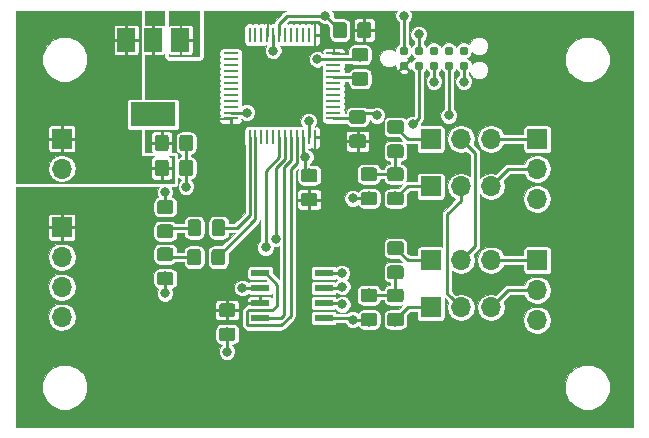
<source format=gtl>
G04 #@! TF.GenerationSoftware,KiCad,Pcbnew,5.0.1+dfsg1-3*
G04 #@! TF.CreationDate,2019-03-17T20:51:19-04:00*
G04 #@! TF.ProjectId,controller,636F6E74726F6C6C65722E6B69636164,rev?*
G04 #@! TF.SameCoordinates,Original*
G04 #@! TF.FileFunction,Copper,L1,Top,Signal*
G04 #@! TF.FilePolarity,Positive*
%FSLAX46Y46*%
G04 Gerber Fmt 4.6, Leading zero omitted, Abs format (unit mm)*
G04 Created by KiCad (PCBNEW 5.0.1+dfsg1-3) date Sun 17 Mar 2019 08:51:19 PM EDT*
%MOMM*%
%LPD*%
G01*
G04 APERTURE LIST*
G04 #@! TA.AperFunction,Conductor*
%ADD10C,0.100000*%
G04 #@! TD*
G04 #@! TA.AperFunction,SMDPad,CuDef*
%ADD11C,1.150000*%
G04 #@! TD*
G04 #@! TA.AperFunction,ConnectorPad*
%ADD12C,0.787400*%
G04 #@! TD*
G04 #@! TA.AperFunction,ComponentPad*
%ADD13O,1.700000X1.700000*%
G04 #@! TD*
G04 #@! TA.AperFunction,ComponentPad*
%ADD14R,1.700000X1.700000*%
G04 #@! TD*
G04 #@! TA.AperFunction,SMDPad,CuDef*
%ADD15R,0.250000X1.300000*%
G04 #@! TD*
G04 #@! TA.AperFunction,SMDPad,CuDef*
%ADD16R,1.300000X0.250000*%
G04 #@! TD*
G04 #@! TA.AperFunction,SMDPad,CuDef*
%ADD17R,1.550000X0.600000*%
G04 #@! TD*
G04 #@! TA.AperFunction,SMDPad,CuDef*
%ADD18R,3.800000X2.000000*%
G04 #@! TD*
G04 #@! TA.AperFunction,SMDPad,CuDef*
%ADD19R,1.500000X2.000000*%
G04 #@! TD*
G04 #@! TA.AperFunction,ViaPad*
%ADD20C,0.800000*%
G04 #@! TD*
G04 #@! TA.AperFunction,Conductor*
%ADD21C,0.250000*%
G04 #@! TD*
G04 APERTURE END LIST*
D10*
G04 #@! TO.N,/LED_1*
G04 #@! TO.C,D1*
G36*
X101874505Y-108051204D02*
X101898773Y-108054804D01*
X101922572Y-108060765D01*
X101945671Y-108069030D01*
X101967850Y-108079520D01*
X101988893Y-108092132D01*
X102008599Y-108106747D01*
X102026777Y-108123223D01*
X102043253Y-108141401D01*
X102057868Y-108161107D01*
X102070480Y-108182150D01*
X102080970Y-108204329D01*
X102089235Y-108227428D01*
X102095196Y-108251227D01*
X102098796Y-108275495D01*
X102100000Y-108299999D01*
X102100000Y-109200001D01*
X102098796Y-109224505D01*
X102095196Y-109248773D01*
X102089235Y-109272572D01*
X102080970Y-109295671D01*
X102070480Y-109317850D01*
X102057868Y-109338893D01*
X102043253Y-109358599D01*
X102026777Y-109376777D01*
X102008599Y-109393253D01*
X101988893Y-109407868D01*
X101967850Y-109420480D01*
X101945671Y-109430970D01*
X101922572Y-109439235D01*
X101898773Y-109445196D01*
X101874505Y-109448796D01*
X101850001Y-109450000D01*
X101199999Y-109450000D01*
X101175495Y-109448796D01*
X101151227Y-109445196D01*
X101127428Y-109439235D01*
X101104329Y-109430970D01*
X101082150Y-109420480D01*
X101061107Y-109407868D01*
X101041401Y-109393253D01*
X101023223Y-109376777D01*
X101006747Y-109358599D01*
X100992132Y-109338893D01*
X100979520Y-109317850D01*
X100969030Y-109295671D01*
X100960765Y-109272572D01*
X100954804Y-109248773D01*
X100951204Y-109224505D01*
X100950000Y-109200001D01*
X100950000Y-108299999D01*
X100951204Y-108275495D01*
X100954804Y-108251227D01*
X100960765Y-108227428D01*
X100969030Y-108204329D01*
X100979520Y-108182150D01*
X100992132Y-108161107D01*
X101006747Y-108141401D01*
X101023223Y-108123223D01*
X101041401Y-108106747D01*
X101061107Y-108092132D01*
X101082150Y-108079520D01*
X101104329Y-108069030D01*
X101127428Y-108060765D01*
X101151227Y-108054804D01*
X101175495Y-108051204D01*
X101199999Y-108050000D01*
X101850001Y-108050000D01*
X101874505Y-108051204D01*
X101874505Y-108051204D01*
G37*
D11*
G04 #@! TD*
G04 #@! TO.P,D1,2*
G04 #@! TO.N,/LED_1*
X101525000Y-108750000D03*
D10*
G04 #@! TO.N,Net-(D1-Pad1)*
G04 #@! TO.C,D1*
G36*
X99824505Y-108051204D02*
X99848773Y-108054804D01*
X99872572Y-108060765D01*
X99895671Y-108069030D01*
X99917850Y-108079520D01*
X99938893Y-108092132D01*
X99958599Y-108106747D01*
X99976777Y-108123223D01*
X99993253Y-108141401D01*
X100007868Y-108161107D01*
X100020480Y-108182150D01*
X100030970Y-108204329D01*
X100039235Y-108227428D01*
X100045196Y-108251227D01*
X100048796Y-108275495D01*
X100050000Y-108299999D01*
X100050000Y-109200001D01*
X100048796Y-109224505D01*
X100045196Y-109248773D01*
X100039235Y-109272572D01*
X100030970Y-109295671D01*
X100020480Y-109317850D01*
X100007868Y-109338893D01*
X99993253Y-109358599D01*
X99976777Y-109376777D01*
X99958599Y-109393253D01*
X99938893Y-109407868D01*
X99917850Y-109420480D01*
X99895671Y-109430970D01*
X99872572Y-109439235D01*
X99848773Y-109445196D01*
X99824505Y-109448796D01*
X99800001Y-109450000D01*
X99149999Y-109450000D01*
X99125495Y-109448796D01*
X99101227Y-109445196D01*
X99077428Y-109439235D01*
X99054329Y-109430970D01*
X99032150Y-109420480D01*
X99011107Y-109407868D01*
X98991401Y-109393253D01*
X98973223Y-109376777D01*
X98956747Y-109358599D01*
X98942132Y-109338893D01*
X98929520Y-109317850D01*
X98919030Y-109295671D01*
X98910765Y-109272572D01*
X98904804Y-109248773D01*
X98901204Y-109224505D01*
X98900000Y-109200001D01*
X98900000Y-108299999D01*
X98901204Y-108275495D01*
X98904804Y-108251227D01*
X98910765Y-108227428D01*
X98919030Y-108204329D01*
X98929520Y-108182150D01*
X98942132Y-108161107D01*
X98956747Y-108141401D01*
X98973223Y-108123223D01*
X98991401Y-108106747D01*
X99011107Y-108092132D01*
X99032150Y-108079520D01*
X99054329Y-108069030D01*
X99077428Y-108060765D01*
X99101227Y-108054804D01*
X99125495Y-108051204D01*
X99149999Y-108050000D01*
X99800001Y-108050000D01*
X99824505Y-108051204D01*
X99824505Y-108051204D01*
G37*
D11*
G04 #@! TD*
G04 #@! TO.P,D1,1*
G04 #@! TO.N,Net-(D1-Pad1)*
X99475000Y-108750000D03*
D10*
G04 #@! TO.N,Net-(D2-Pad1)*
G04 #@! TO.C,D2*
G36*
X99799505Y-110551204D02*
X99823773Y-110554804D01*
X99847572Y-110560765D01*
X99870671Y-110569030D01*
X99892850Y-110579520D01*
X99913893Y-110592132D01*
X99933599Y-110606747D01*
X99951777Y-110623223D01*
X99968253Y-110641401D01*
X99982868Y-110661107D01*
X99995480Y-110682150D01*
X100005970Y-110704329D01*
X100014235Y-110727428D01*
X100020196Y-110751227D01*
X100023796Y-110775495D01*
X100025000Y-110799999D01*
X100025000Y-111700001D01*
X100023796Y-111724505D01*
X100020196Y-111748773D01*
X100014235Y-111772572D01*
X100005970Y-111795671D01*
X99995480Y-111817850D01*
X99982868Y-111838893D01*
X99968253Y-111858599D01*
X99951777Y-111876777D01*
X99933599Y-111893253D01*
X99913893Y-111907868D01*
X99892850Y-111920480D01*
X99870671Y-111930970D01*
X99847572Y-111939235D01*
X99823773Y-111945196D01*
X99799505Y-111948796D01*
X99775001Y-111950000D01*
X99124999Y-111950000D01*
X99100495Y-111948796D01*
X99076227Y-111945196D01*
X99052428Y-111939235D01*
X99029329Y-111930970D01*
X99007150Y-111920480D01*
X98986107Y-111907868D01*
X98966401Y-111893253D01*
X98948223Y-111876777D01*
X98931747Y-111858599D01*
X98917132Y-111838893D01*
X98904520Y-111817850D01*
X98894030Y-111795671D01*
X98885765Y-111772572D01*
X98879804Y-111748773D01*
X98876204Y-111724505D01*
X98875000Y-111700001D01*
X98875000Y-110799999D01*
X98876204Y-110775495D01*
X98879804Y-110751227D01*
X98885765Y-110727428D01*
X98894030Y-110704329D01*
X98904520Y-110682150D01*
X98917132Y-110661107D01*
X98931747Y-110641401D01*
X98948223Y-110623223D01*
X98966401Y-110606747D01*
X98986107Y-110592132D01*
X99007150Y-110579520D01*
X99029329Y-110569030D01*
X99052428Y-110560765D01*
X99076227Y-110554804D01*
X99100495Y-110551204D01*
X99124999Y-110550000D01*
X99775001Y-110550000D01*
X99799505Y-110551204D01*
X99799505Y-110551204D01*
G37*
D11*
G04 #@! TD*
G04 #@! TO.P,D2,1*
G04 #@! TO.N,Net-(D2-Pad1)*
X99450000Y-111250000D03*
D10*
G04 #@! TO.N,/LED_2*
G04 #@! TO.C,D2*
G36*
X101849505Y-110551204D02*
X101873773Y-110554804D01*
X101897572Y-110560765D01*
X101920671Y-110569030D01*
X101942850Y-110579520D01*
X101963893Y-110592132D01*
X101983599Y-110606747D01*
X102001777Y-110623223D01*
X102018253Y-110641401D01*
X102032868Y-110661107D01*
X102045480Y-110682150D01*
X102055970Y-110704329D01*
X102064235Y-110727428D01*
X102070196Y-110751227D01*
X102073796Y-110775495D01*
X102075000Y-110799999D01*
X102075000Y-111700001D01*
X102073796Y-111724505D01*
X102070196Y-111748773D01*
X102064235Y-111772572D01*
X102055970Y-111795671D01*
X102045480Y-111817850D01*
X102032868Y-111838893D01*
X102018253Y-111858599D01*
X102001777Y-111876777D01*
X101983599Y-111893253D01*
X101963893Y-111907868D01*
X101942850Y-111920480D01*
X101920671Y-111930970D01*
X101897572Y-111939235D01*
X101873773Y-111945196D01*
X101849505Y-111948796D01*
X101825001Y-111950000D01*
X101174999Y-111950000D01*
X101150495Y-111948796D01*
X101126227Y-111945196D01*
X101102428Y-111939235D01*
X101079329Y-111930970D01*
X101057150Y-111920480D01*
X101036107Y-111907868D01*
X101016401Y-111893253D01*
X100998223Y-111876777D01*
X100981747Y-111858599D01*
X100967132Y-111838893D01*
X100954520Y-111817850D01*
X100944030Y-111795671D01*
X100935765Y-111772572D01*
X100929804Y-111748773D01*
X100926204Y-111724505D01*
X100925000Y-111700001D01*
X100925000Y-110799999D01*
X100926204Y-110775495D01*
X100929804Y-110751227D01*
X100935765Y-110727428D01*
X100944030Y-110704329D01*
X100954520Y-110682150D01*
X100967132Y-110661107D01*
X100981747Y-110641401D01*
X100998223Y-110623223D01*
X101016401Y-110606747D01*
X101036107Y-110592132D01*
X101057150Y-110579520D01*
X101079329Y-110569030D01*
X101102428Y-110560765D01*
X101126227Y-110554804D01*
X101150495Y-110551204D01*
X101174999Y-110550000D01*
X101825001Y-110550000D01*
X101849505Y-110551204D01*
X101849505Y-110551204D01*
G37*
D11*
G04 #@! TD*
G04 #@! TO.P,D2,2*
G04 #@! TO.N,/LED_2*
X101500000Y-111250000D03*
D10*
G04 #@! TO.N,GND*
G04 #@! TO.C,R10*
G36*
X97474505Y-112476204D02*
X97498773Y-112479804D01*
X97522572Y-112485765D01*
X97545671Y-112494030D01*
X97567850Y-112504520D01*
X97588893Y-112517132D01*
X97608599Y-112531747D01*
X97626777Y-112548223D01*
X97643253Y-112566401D01*
X97657868Y-112586107D01*
X97670480Y-112607150D01*
X97680970Y-112629329D01*
X97689235Y-112652428D01*
X97695196Y-112676227D01*
X97698796Y-112700495D01*
X97700000Y-112724999D01*
X97700000Y-113375001D01*
X97698796Y-113399505D01*
X97695196Y-113423773D01*
X97689235Y-113447572D01*
X97680970Y-113470671D01*
X97670480Y-113492850D01*
X97657868Y-113513893D01*
X97643253Y-113533599D01*
X97626777Y-113551777D01*
X97608599Y-113568253D01*
X97588893Y-113582868D01*
X97567850Y-113595480D01*
X97545671Y-113605970D01*
X97522572Y-113614235D01*
X97498773Y-113620196D01*
X97474505Y-113623796D01*
X97450001Y-113625000D01*
X96549999Y-113625000D01*
X96525495Y-113623796D01*
X96501227Y-113620196D01*
X96477428Y-113614235D01*
X96454329Y-113605970D01*
X96432150Y-113595480D01*
X96411107Y-113582868D01*
X96391401Y-113568253D01*
X96373223Y-113551777D01*
X96356747Y-113533599D01*
X96342132Y-113513893D01*
X96329520Y-113492850D01*
X96319030Y-113470671D01*
X96310765Y-113447572D01*
X96304804Y-113423773D01*
X96301204Y-113399505D01*
X96300000Y-113375001D01*
X96300000Y-112724999D01*
X96301204Y-112700495D01*
X96304804Y-112676227D01*
X96310765Y-112652428D01*
X96319030Y-112629329D01*
X96329520Y-112607150D01*
X96342132Y-112586107D01*
X96356747Y-112566401D01*
X96373223Y-112548223D01*
X96391401Y-112531747D01*
X96411107Y-112517132D01*
X96432150Y-112504520D01*
X96454329Y-112494030D01*
X96477428Y-112485765D01*
X96501227Y-112479804D01*
X96525495Y-112476204D01*
X96549999Y-112475000D01*
X97450001Y-112475000D01*
X97474505Y-112476204D01*
X97474505Y-112476204D01*
G37*
D11*
G04 #@! TD*
G04 #@! TO.P,R10,2*
G04 #@! TO.N,GND*
X97000000Y-113050000D03*
D10*
G04 #@! TO.N,Net-(D2-Pad1)*
G04 #@! TO.C,R10*
G36*
X97474505Y-110426204D02*
X97498773Y-110429804D01*
X97522572Y-110435765D01*
X97545671Y-110444030D01*
X97567850Y-110454520D01*
X97588893Y-110467132D01*
X97608599Y-110481747D01*
X97626777Y-110498223D01*
X97643253Y-110516401D01*
X97657868Y-110536107D01*
X97670480Y-110557150D01*
X97680970Y-110579329D01*
X97689235Y-110602428D01*
X97695196Y-110626227D01*
X97698796Y-110650495D01*
X97700000Y-110674999D01*
X97700000Y-111325001D01*
X97698796Y-111349505D01*
X97695196Y-111373773D01*
X97689235Y-111397572D01*
X97680970Y-111420671D01*
X97670480Y-111442850D01*
X97657868Y-111463893D01*
X97643253Y-111483599D01*
X97626777Y-111501777D01*
X97608599Y-111518253D01*
X97588893Y-111532868D01*
X97567850Y-111545480D01*
X97545671Y-111555970D01*
X97522572Y-111564235D01*
X97498773Y-111570196D01*
X97474505Y-111573796D01*
X97450001Y-111575000D01*
X96549999Y-111575000D01*
X96525495Y-111573796D01*
X96501227Y-111570196D01*
X96477428Y-111564235D01*
X96454329Y-111555970D01*
X96432150Y-111545480D01*
X96411107Y-111532868D01*
X96391401Y-111518253D01*
X96373223Y-111501777D01*
X96356747Y-111483599D01*
X96342132Y-111463893D01*
X96329520Y-111442850D01*
X96319030Y-111420671D01*
X96310765Y-111397572D01*
X96304804Y-111373773D01*
X96301204Y-111349505D01*
X96300000Y-111325001D01*
X96300000Y-110674999D01*
X96301204Y-110650495D01*
X96304804Y-110626227D01*
X96310765Y-110602428D01*
X96319030Y-110579329D01*
X96329520Y-110557150D01*
X96342132Y-110536107D01*
X96356747Y-110516401D01*
X96373223Y-110498223D01*
X96391401Y-110481747D01*
X96411107Y-110467132D01*
X96432150Y-110454520D01*
X96454329Y-110444030D01*
X96477428Y-110435765D01*
X96501227Y-110429804D01*
X96525495Y-110426204D01*
X96549999Y-110425000D01*
X97450001Y-110425000D01*
X97474505Y-110426204D01*
X97474505Y-110426204D01*
G37*
D11*
G04 #@! TD*
G04 #@! TO.P,R10,1*
G04 #@! TO.N,Net-(D2-Pad1)*
X97000000Y-111000000D03*
D10*
G04 #@! TO.N,Net-(D1-Pad1)*
G04 #@! TO.C,R9*
G36*
X97474505Y-108476204D02*
X97498773Y-108479804D01*
X97522572Y-108485765D01*
X97545671Y-108494030D01*
X97567850Y-108504520D01*
X97588893Y-108517132D01*
X97608599Y-108531747D01*
X97626777Y-108548223D01*
X97643253Y-108566401D01*
X97657868Y-108586107D01*
X97670480Y-108607150D01*
X97680970Y-108629329D01*
X97689235Y-108652428D01*
X97695196Y-108676227D01*
X97698796Y-108700495D01*
X97700000Y-108724999D01*
X97700000Y-109375001D01*
X97698796Y-109399505D01*
X97695196Y-109423773D01*
X97689235Y-109447572D01*
X97680970Y-109470671D01*
X97670480Y-109492850D01*
X97657868Y-109513893D01*
X97643253Y-109533599D01*
X97626777Y-109551777D01*
X97608599Y-109568253D01*
X97588893Y-109582868D01*
X97567850Y-109595480D01*
X97545671Y-109605970D01*
X97522572Y-109614235D01*
X97498773Y-109620196D01*
X97474505Y-109623796D01*
X97450001Y-109625000D01*
X96549999Y-109625000D01*
X96525495Y-109623796D01*
X96501227Y-109620196D01*
X96477428Y-109614235D01*
X96454329Y-109605970D01*
X96432150Y-109595480D01*
X96411107Y-109582868D01*
X96391401Y-109568253D01*
X96373223Y-109551777D01*
X96356747Y-109533599D01*
X96342132Y-109513893D01*
X96329520Y-109492850D01*
X96319030Y-109470671D01*
X96310765Y-109447572D01*
X96304804Y-109423773D01*
X96301204Y-109399505D01*
X96300000Y-109375001D01*
X96300000Y-108724999D01*
X96301204Y-108700495D01*
X96304804Y-108676227D01*
X96310765Y-108652428D01*
X96319030Y-108629329D01*
X96329520Y-108607150D01*
X96342132Y-108586107D01*
X96356747Y-108566401D01*
X96373223Y-108548223D01*
X96391401Y-108531747D01*
X96411107Y-108517132D01*
X96432150Y-108504520D01*
X96454329Y-108494030D01*
X96477428Y-108485765D01*
X96501227Y-108479804D01*
X96525495Y-108476204D01*
X96549999Y-108475000D01*
X97450001Y-108475000D01*
X97474505Y-108476204D01*
X97474505Y-108476204D01*
G37*
D11*
G04 #@! TD*
G04 #@! TO.P,R9,1*
G04 #@! TO.N,Net-(D1-Pad1)*
X97000000Y-109050000D03*
D10*
G04 #@! TO.N,GND*
G04 #@! TO.C,R9*
G36*
X97474505Y-106426204D02*
X97498773Y-106429804D01*
X97522572Y-106435765D01*
X97545671Y-106444030D01*
X97567850Y-106454520D01*
X97588893Y-106467132D01*
X97608599Y-106481747D01*
X97626777Y-106498223D01*
X97643253Y-106516401D01*
X97657868Y-106536107D01*
X97670480Y-106557150D01*
X97680970Y-106579329D01*
X97689235Y-106602428D01*
X97695196Y-106626227D01*
X97698796Y-106650495D01*
X97700000Y-106674999D01*
X97700000Y-107325001D01*
X97698796Y-107349505D01*
X97695196Y-107373773D01*
X97689235Y-107397572D01*
X97680970Y-107420671D01*
X97670480Y-107442850D01*
X97657868Y-107463893D01*
X97643253Y-107483599D01*
X97626777Y-107501777D01*
X97608599Y-107518253D01*
X97588893Y-107532868D01*
X97567850Y-107545480D01*
X97545671Y-107555970D01*
X97522572Y-107564235D01*
X97498773Y-107570196D01*
X97474505Y-107573796D01*
X97450001Y-107575000D01*
X96549999Y-107575000D01*
X96525495Y-107573796D01*
X96501227Y-107570196D01*
X96477428Y-107564235D01*
X96454329Y-107555970D01*
X96432150Y-107545480D01*
X96411107Y-107532868D01*
X96391401Y-107518253D01*
X96373223Y-107501777D01*
X96356747Y-107483599D01*
X96342132Y-107463893D01*
X96329520Y-107442850D01*
X96319030Y-107420671D01*
X96310765Y-107397572D01*
X96304804Y-107373773D01*
X96301204Y-107349505D01*
X96300000Y-107325001D01*
X96300000Y-106674999D01*
X96301204Y-106650495D01*
X96304804Y-106626227D01*
X96310765Y-106602428D01*
X96319030Y-106579329D01*
X96329520Y-106557150D01*
X96342132Y-106536107D01*
X96356747Y-106516401D01*
X96373223Y-106498223D01*
X96391401Y-106481747D01*
X96411107Y-106467132D01*
X96432150Y-106454520D01*
X96454329Y-106444030D01*
X96477428Y-106435765D01*
X96501227Y-106429804D01*
X96525495Y-106426204D01*
X96549999Y-106425000D01*
X97450001Y-106425000D01*
X97474505Y-106426204D01*
X97474505Y-106426204D01*
G37*
D11*
G04 #@! TD*
G04 #@! TO.P,R9,2*
G04 #@! TO.N,GND*
X97000000Y-107000000D03*
D10*
G04 #@! TO.N,+3V3*
G04 #@! TO.C,C7*
G36*
X102724505Y-115151204D02*
X102748773Y-115154804D01*
X102772572Y-115160765D01*
X102795671Y-115169030D01*
X102817850Y-115179520D01*
X102838893Y-115192132D01*
X102858599Y-115206747D01*
X102876777Y-115223223D01*
X102893253Y-115241401D01*
X102907868Y-115261107D01*
X102920480Y-115282150D01*
X102930970Y-115304329D01*
X102939235Y-115327428D01*
X102945196Y-115351227D01*
X102948796Y-115375495D01*
X102950000Y-115399999D01*
X102950000Y-116050001D01*
X102948796Y-116074505D01*
X102945196Y-116098773D01*
X102939235Y-116122572D01*
X102930970Y-116145671D01*
X102920480Y-116167850D01*
X102907868Y-116188893D01*
X102893253Y-116208599D01*
X102876777Y-116226777D01*
X102858599Y-116243253D01*
X102838893Y-116257868D01*
X102817850Y-116270480D01*
X102795671Y-116280970D01*
X102772572Y-116289235D01*
X102748773Y-116295196D01*
X102724505Y-116298796D01*
X102700001Y-116300000D01*
X101799999Y-116300000D01*
X101775495Y-116298796D01*
X101751227Y-116295196D01*
X101727428Y-116289235D01*
X101704329Y-116280970D01*
X101682150Y-116270480D01*
X101661107Y-116257868D01*
X101641401Y-116243253D01*
X101623223Y-116226777D01*
X101606747Y-116208599D01*
X101592132Y-116188893D01*
X101579520Y-116167850D01*
X101569030Y-116145671D01*
X101560765Y-116122572D01*
X101554804Y-116098773D01*
X101551204Y-116074505D01*
X101550000Y-116050001D01*
X101550000Y-115399999D01*
X101551204Y-115375495D01*
X101554804Y-115351227D01*
X101560765Y-115327428D01*
X101569030Y-115304329D01*
X101579520Y-115282150D01*
X101592132Y-115261107D01*
X101606747Y-115241401D01*
X101623223Y-115223223D01*
X101641401Y-115206747D01*
X101661107Y-115192132D01*
X101682150Y-115179520D01*
X101704329Y-115169030D01*
X101727428Y-115160765D01*
X101751227Y-115154804D01*
X101775495Y-115151204D01*
X101799999Y-115150000D01*
X102700001Y-115150000D01*
X102724505Y-115151204D01*
X102724505Y-115151204D01*
G37*
D11*
G04 #@! TD*
G04 #@! TO.P,C7,1*
G04 #@! TO.N,+3V3*
X102250000Y-115725000D03*
D10*
G04 #@! TO.N,GND*
G04 #@! TO.C,C7*
G36*
X102724505Y-117201204D02*
X102748773Y-117204804D01*
X102772572Y-117210765D01*
X102795671Y-117219030D01*
X102817850Y-117229520D01*
X102838893Y-117242132D01*
X102858599Y-117256747D01*
X102876777Y-117273223D01*
X102893253Y-117291401D01*
X102907868Y-117311107D01*
X102920480Y-117332150D01*
X102930970Y-117354329D01*
X102939235Y-117377428D01*
X102945196Y-117401227D01*
X102948796Y-117425495D01*
X102950000Y-117449999D01*
X102950000Y-118100001D01*
X102948796Y-118124505D01*
X102945196Y-118148773D01*
X102939235Y-118172572D01*
X102930970Y-118195671D01*
X102920480Y-118217850D01*
X102907868Y-118238893D01*
X102893253Y-118258599D01*
X102876777Y-118276777D01*
X102858599Y-118293253D01*
X102838893Y-118307868D01*
X102817850Y-118320480D01*
X102795671Y-118330970D01*
X102772572Y-118339235D01*
X102748773Y-118345196D01*
X102724505Y-118348796D01*
X102700001Y-118350000D01*
X101799999Y-118350000D01*
X101775495Y-118348796D01*
X101751227Y-118345196D01*
X101727428Y-118339235D01*
X101704329Y-118330970D01*
X101682150Y-118320480D01*
X101661107Y-118307868D01*
X101641401Y-118293253D01*
X101623223Y-118276777D01*
X101606747Y-118258599D01*
X101592132Y-118238893D01*
X101579520Y-118217850D01*
X101569030Y-118195671D01*
X101560765Y-118172572D01*
X101554804Y-118148773D01*
X101551204Y-118124505D01*
X101550000Y-118100001D01*
X101550000Y-117449999D01*
X101551204Y-117425495D01*
X101554804Y-117401227D01*
X101560765Y-117377428D01*
X101569030Y-117354329D01*
X101579520Y-117332150D01*
X101592132Y-117311107D01*
X101606747Y-117291401D01*
X101623223Y-117273223D01*
X101641401Y-117256747D01*
X101661107Y-117242132D01*
X101682150Y-117229520D01*
X101704329Y-117219030D01*
X101727428Y-117210765D01*
X101751227Y-117204804D01*
X101775495Y-117201204D01*
X101799999Y-117200000D01*
X102700001Y-117200000D01*
X102724505Y-117201204D01*
X102724505Y-117201204D01*
G37*
D11*
G04 #@! TD*
G04 #@! TO.P,C7,2*
G04 #@! TO.N,GND*
X102250000Y-117775000D03*
D12*
G04 #@! TO.P,J1,1*
G04 #@! TO.N,+3V3*
X117200000Y-95019000D03*
G04 #@! TO.P,J1,2*
G04 #@! TO.N,/SWDIO*
X118470000Y-95019000D03*
G04 #@! TO.P,J1,3*
G04 #@! TO.N,GND*
X119740000Y-95019000D03*
G04 #@! TO.P,J1,4*
G04 #@! TO.N,/SWDCLK*
X121010000Y-95019000D03*
G04 #@! TO.P,J1,5*
G04 #@! TO.N,GND*
X122280000Y-95019000D03*
G04 #@! TO.P,J1,6*
G04 #@! TO.N,Net-(J1-Pad6)*
X122280000Y-93749000D03*
G04 #@! TO.P,J1,7*
G04 #@! TO.N,Net-(J1-Pad7)*
X121010000Y-93749000D03*
G04 #@! TO.P,J1,8*
G04 #@! TO.N,Net-(J1-Pad8)*
X119740000Y-93749000D03*
G04 #@! TO.P,J1,9*
G04 #@! TO.N,GND*
X118470000Y-93749000D03*
G04 #@! TO.P,J1,10*
G04 #@! TO.N,/~RESET*
X117200000Y-93749000D03*
G04 #@! TD*
D13*
G04 #@! TO.P,J5,3*
G04 #@! TO.N,GND*
X128500000Y-116580000D03*
G04 #@! TO.P,J5,2*
G04 #@! TO.N,/sheet5C8ECB51/OUT_L*
X128500000Y-114040000D03*
D14*
G04 #@! TO.P,J5,1*
G04 #@! TO.N,/sheet5C8ECB51/OUT_H*
X128500000Y-111500000D03*
G04 #@! TD*
G04 #@! TO.P,J4,1*
G04 #@! TO.N,/Sheet5C8E6DBF/OUT_H*
X128500000Y-101250000D03*
D13*
G04 #@! TO.P,J4,2*
G04 #@! TO.N,/Sheet5C8E6DBF/OUT_L*
X128500000Y-103790000D03*
G04 #@! TO.P,J4,3*
G04 #@! TO.N,GND*
X128500000Y-106330000D03*
G04 #@! TD*
D10*
G04 #@! TO.N,Net-(C5-Pad1)*
G04 #@! TO.C,C5*
G36*
X114724505Y-103651204D02*
X114748773Y-103654804D01*
X114772572Y-103660765D01*
X114795671Y-103669030D01*
X114817850Y-103679520D01*
X114838893Y-103692132D01*
X114858599Y-103706747D01*
X114876777Y-103723223D01*
X114893253Y-103741401D01*
X114907868Y-103761107D01*
X114920480Y-103782150D01*
X114930970Y-103804329D01*
X114939235Y-103827428D01*
X114945196Y-103851227D01*
X114948796Y-103875495D01*
X114950000Y-103899999D01*
X114950000Y-104550001D01*
X114948796Y-104574505D01*
X114945196Y-104598773D01*
X114939235Y-104622572D01*
X114930970Y-104645671D01*
X114920480Y-104667850D01*
X114907868Y-104688893D01*
X114893253Y-104708599D01*
X114876777Y-104726777D01*
X114858599Y-104743253D01*
X114838893Y-104757868D01*
X114817850Y-104770480D01*
X114795671Y-104780970D01*
X114772572Y-104789235D01*
X114748773Y-104795196D01*
X114724505Y-104798796D01*
X114700001Y-104800000D01*
X113799999Y-104800000D01*
X113775495Y-104798796D01*
X113751227Y-104795196D01*
X113727428Y-104789235D01*
X113704329Y-104780970D01*
X113682150Y-104770480D01*
X113661107Y-104757868D01*
X113641401Y-104743253D01*
X113623223Y-104726777D01*
X113606747Y-104708599D01*
X113592132Y-104688893D01*
X113579520Y-104667850D01*
X113569030Y-104645671D01*
X113560765Y-104622572D01*
X113554804Y-104598773D01*
X113551204Y-104574505D01*
X113550000Y-104550001D01*
X113550000Y-103899999D01*
X113551204Y-103875495D01*
X113554804Y-103851227D01*
X113560765Y-103827428D01*
X113569030Y-103804329D01*
X113579520Y-103782150D01*
X113592132Y-103761107D01*
X113606747Y-103741401D01*
X113623223Y-103723223D01*
X113641401Y-103706747D01*
X113661107Y-103692132D01*
X113682150Y-103679520D01*
X113704329Y-103669030D01*
X113727428Y-103660765D01*
X113751227Y-103654804D01*
X113775495Y-103651204D01*
X113799999Y-103650000D01*
X114700001Y-103650000D01*
X114724505Y-103651204D01*
X114724505Y-103651204D01*
G37*
D11*
G04 #@! TD*
G04 #@! TO.P,C5,1*
G04 #@! TO.N,Net-(C5-Pad1)*
X114250000Y-104225000D03*
D10*
G04 #@! TO.N,GND*
G04 #@! TO.C,C5*
G36*
X114724505Y-105701204D02*
X114748773Y-105704804D01*
X114772572Y-105710765D01*
X114795671Y-105719030D01*
X114817850Y-105729520D01*
X114838893Y-105742132D01*
X114858599Y-105756747D01*
X114876777Y-105773223D01*
X114893253Y-105791401D01*
X114907868Y-105811107D01*
X114920480Y-105832150D01*
X114930970Y-105854329D01*
X114939235Y-105877428D01*
X114945196Y-105901227D01*
X114948796Y-105925495D01*
X114950000Y-105949999D01*
X114950000Y-106600001D01*
X114948796Y-106624505D01*
X114945196Y-106648773D01*
X114939235Y-106672572D01*
X114930970Y-106695671D01*
X114920480Y-106717850D01*
X114907868Y-106738893D01*
X114893253Y-106758599D01*
X114876777Y-106776777D01*
X114858599Y-106793253D01*
X114838893Y-106807868D01*
X114817850Y-106820480D01*
X114795671Y-106830970D01*
X114772572Y-106839235D01*
X114748773Y-106845196D01*
X114724505Y-106848796D01*
X114700001Y-106850000D01*
X113799999Y-106850000D01*
X113775495Y-106848796D01*
X113751227Y-106845196D01*
X113727428Y-106839235D01*
X113704329Y-106830970D01*
X113682150Y-106820480D01*
X113661107Y-106807868D01*
X113641401Y-106793253D01*
X113623223Y-106776777D01*
X113606747Y-106758599D01*
X113592132Y-106738893D01*
X113579520Y-106717850D01*
X113569030Y-106695671D01*
X113560765Y-106672572D01*
X113554804Y-106648773D01*
X113551204Y-106624505D01*
X113550000Y-106600001D01*
X113550000Y-105949999D01*
X113551204Y-105925495D01*
X113554804Y-105901227D01*
X113560765Y-105877428D01*
X113569030Y-105854329D01*
X113579520Y-105832150D01*
X113592132Y-105811107D01*
X113606747Y-105791401D01*
X113623223Y-105773223D01*
X113641401Y-105756747D01*
X113661107Y-105742132D01*
X113682150Y-105729520D01*
X113704329Y-105719030D01*
X113727428Y-105710765D01*
X113751227Y-105704804D01*
X113775495Y-105701204D01*
X113799999Y-105700000D01*
X114700001Y-105700000D01*
X114724505Y-105701204D01*
X114724505Y-105701204D01*
G37*
D11*
G04 #@! TD*
G04 #@! TO.P,C5,2*
G04 #@! TO.N,GND*
X114250000Y-106275000D03*
D14*
G04 #@! TO.P,JP1,1*
G04 #@! TO.N,Net-(JP1-Pad1)*
X119500000Y-101250000D03*
D13*
G04 #@! TO.P,JP1,2*
G04 #@! TO.N,/CAN_H*
X122040000Y-101250000D03*
G04 #@! TO.P,JP1,3*
G04 #@! TO.N,/Sheet5C8E6DBF/OUT_H*
X124580000Y-101250000D03*
G04 #@! TD*
G04 #@! TO.P,JP2,3*
G04 #@! TO.N,/Sheet5C8E6DBF/OUT_L*
X124580000Y-105250000D03*
G04 #@! TO.P,JP2,2*
G04 #@! TO.N,/CAN_L*
X122040000Y-105250000D03*
D14*
G04 #@! TO.P,JP2,1*
G04 #@! TO.N,Net-(JP2-Pad1)*
X119500000Y-105250000D03*
G04 #@! TD*
D10*
G04 #@! TO.N,Net-(C5-Pad1)*
G04 #@! TO.C,R5*
G36*
X116974505Y-101701204D02*
X116998773Y-101704804D01*
X117022572Y-101710765D01*
X117045671Y-101719030D01*
X117067850Y-101729520D01*
X117088893Y-101742132D01*
X117108599Y-101756747D01*
X117126777Y-101773223D01*
X117143253Y-101791401D01*
X117157868Y-101811107D01*
X117170480Y-101832150D01*
X117180970Y-101854329D01*
X117189235Y-101877428D01*
X117195196Y-101901227D01*
X117198796Y-101925495D01*
X117200000Y-101949999D01*
X117200000Y-102600001D01*
X117198796Y-102624505D01*
X117195196Y-102648773D01*
X117189235Y-102672572D01*
X117180970Y-102695671D01*
X117170480Y-102717850D01*
X117157868Y-102738893D01*
X117143253Y-102758599D01*
X117126777Y-102776777D01*
X117108599Y-102793253D01*
X117088893Y-102807868D01*
X117067850Y-102820480D01*
X117045671Y-102830970D01*
X117022572Y-102839235D01*
X116998773Y-102845196D01*
X116974505Y-102848796D01*
X116950001Y-102850000D01*
X116049999Y-102850000D01*
X116025495Y-102848796D01*
X116001227Y-102845196D01*
X115977428Y-102839235D01*
X115954329Y-102830970D01*
X115932150Y-102820480D01*
X115911107Y-102807868D01*
X115891401Y-102793253D01*
X115873223Y-102776777D01*
X115856747Y-102758599D01*
X115842132Y-102738893D01*
X115829520Y-102717850D01*
X115819030Y-102695671D01*
X115810765Y-102672572D01*
X115804804Y-102648773D01*
X115801204Y-102624505D01*
X115800000Y-102600001D01*
X115800000Y-101949999D01*
X115801204Y-101925495D01*
X115804804Y-101901227D01*
X115810765Y-101877428D01*
X115819030Y-101854329D01*
X115829520Y-101832150D01*
X115842132Y-101811107D01*
X115856747Y-101791401D01*
X115873223Y-101773223D01*
X115891401Y-101756747D01*
X115911107Y-101742132D01*
X115932150Y-101729520D01*
X115954329Y-101719030D01*
X115977428Y-101710765D01*
X116001227Y-101704804D01*
X116025495Y-101701204D01*
X116049999Y-101700000D01*
X116950001Y-101700000D01*
X116974505Y-101701204D01*
X116974505Y-101701204D01*
G37*
D11*
G04 #@! TD*
G04 #@! TO.P,R5,2*
G04 #@! TO.N,Net-(C5-Pad1)*
X116500000Y-102275000D03*
D10*
G04 #@! TO.N,Net-(JP1-Pad1)*
G04 #@! TO.C,R5*
G36*
X116974505Y-99651204D02*
X116998773Y-99654804D01*
X117022572Y-99660765D01*
X117045671Y-99669030D01*
X117067850Y-99679520D01*
X117088893Y-99692132D01*
X117108599Y-99706747D01*
X117126777Y-99723223D01*
X117143253Y-99741401D01*
X117157868Y-99761107D01*
X117170480Y-99782150D01*
X117180970Y-99804329D01*
X117189235Y-99827428D01*
X117195196Y-99851227D01*
X117198796Y-99875495D01*
X117200000Y-99899999D01*
X117200000Y-100550001D01*
X117198796Y-100574505D01*
X117195196Y-100598773D01*
X117189235Y-100622572D01*
X117180970Y-100645671D01*
X117170480Y-100667850D01*
X117157868Y-100688893D01*
X117143253Y-100708599D01*
X117126777Y-100726777D01*
X117108599Y-100743253D01*
X117088893Y-100757868D01*
X117067850Y-100770480D01*
X117045671Y-100780970D01*
X117022572Y-100789235D01*
X116998773Y-100795196D01*
X116974505Y-100798796D01*
X116950001Y-100800000D01*
X116049999Y-100800000D01*
X116025495Y-100798796D01*
X116001227Y-100795196D01*
X115977428Y-100789235D01*
X115954329Y-100780970D01*
X115932150Y-100770480D01*
X115911107Y-100757868D01*
X115891401Y-100743253D01*
X115873223Y-100726777D01*
X115856747Y-100708599D01*
X115842132Y-100688893D01*
X115829520Y-100667850D01*
X115819030Y-100645671D01*
X115810765Y-100622572D01*
X115804804Y-100598773D01*
X115801204Y-100574505D01*
X115800000Y-100550001D01*
X115800000Y-99899999D01*
X115801204Y-99875495D01*
X115804804Y-99851227D01*
X115810765Y-99827428D01*
X115819030Y-99804329D01*
X115829520Y-99782150D01*
X115842132Y-99761107D01*
X115856747Y-99741401D01*
X115873223Y-99723223D01*
X115891401Y-99706747D01*
X115911107Y-99692132D01*
X115932150Y-99679520D01*
X115954329Y-99669030D01*
X115977428Y-99660765D01*
X116001227Y-99654804D01*
X116025495Y-99651204D01*
X116049999Y-99650000D01*
X116950001Y-99650000D01*
X116974505Y-99651204D01*
X116974505Y-99651204D01*
G37*
D11*
G04 #@! TD*
G04 #@! TO.P,R5,1*
G04 #@! TO.N,Net-(JP1-Pad1)*
X116500000Y-100225000D03*
D10*
G04 #@! TO.N,Net-(C5-Pad1)*
G04 #@! TO.C,R6*
G36*
X116974505Y-103651204D02*
X116998773Y-103654804D01*
X117022572Y-103660765D01*
X117045671Y-103669030D01*
X117067850Y-103679520D01*
X117088893Y-103692132D01*
X117108599Y-103706747D01*
X117126777Y-103723223D01*
X117143253Y-103741401D01*
X117157868Y-103761107D01*
X117170480Y-103782150D01*
X117180970Y-103804329D01*
X117189235Y-103827428D01*
X117195196Y-103851227D01*
X117198796Y-103875495D01*
X117200000Y-103899999D01*
X117200000Y-104550001D01*
X117198796Y-104574505D01*
X117195196Y-104598773D01*
X117189235Y-104622572D01*
X117180970Y-104645671D01*
X117170480Y-104667850D01*
X117157868Y-104688893D01*
X117143253Y-104708599D01*
X117126777Y-104726777D01*
X117108599Y-104743253D01*
X117088893Y-104757868D01*
X117067850Y-104770480D01*
X117045671Y-104780970D01*
X117022572Y-104789235D01*
X116998773Y-104795196D01*
X116974505Y-104798796D01*
X116950001Y-104800000D01*
X116049999Y-104800000D01*
X116025495Y-104798796D01*
X116001227Y-104795196D01*
X115977428Y-104789235D01*
X115954329Y-104780970D01*
X115932150Y-104770480D01*
X115911107Y-104757868D01*
X115891401Y-104743253D01*
X115873223Y-104726777D01*
X115856747Y-104708599D01*
X115842132Y-104688893D01*
X115829520Y-104667850D01*
X115819030Y-104645671D01*
X115810765Y-104622572D01*
X115804804Y-104598773D01*
X115801204Y-104574505D01*
X115800000Y-104550001D01*
X115800000Y-103899999D01*
X115801204Y-103875495D01*
X115804804Y-103851227D01*
X115810765Y-103827428D01*
X115819030Y-103804329D01*
X115829520Y-103782150D01*
X115842132Y-103761107D01*
X115856747Y-103741401D01*
X115873223Y-103723223D01*
X115891401Y-103706747D01*
X115911107Y-103692132D01*
X115932150Y-103679520D01*
X115954329Y-103669030D01*
X115977428Y-103660765D01*
X116001227Y-103654804D01*
X116025495Y-103651204D01*
X116049999Y-103650000D01*
X116950001Y-103650000D01*
X116974505Y-103651204D01*
X116974505Y-103651204D01*
G37*
D11*
G04 #@! TD*
G04 #@! TO.P,R6,1*
G04 #@! TO.N,Net-(C5-Pad1)*
X116500000Y-104225000D03*
D10*
G04 #@! TO.N,Net-(JP2-Pad1)*
G04 #@! TO.C,R6*
G36*
X116974505Y-105701204D02*
X116998773Y-105704804D01*
X117022572Y-105710765D01*
X117045671Y-105719030D01*
X117067850Y-105729520D01*
X117088893Y-105742132D01*
X117108599Y-105756747D01*
X117126777Y-105773223D01*
X117143253Y-105791401D01*
X117157868Y-105811107D01*
X117170480Y-105832150D01*
X117180970Y-105854329D01*
X117189235Y-105877428D01*
X117195196Y-105901227D01*
X117198796Y-105925495D01*
X117200000Y-105949999D01*
X117200000Y-106600001D01*
X117198796Y-106624505D01*
X117195196Y-106648773D01*
X117189235Y-106672572D01*
X117180970Y-106695671D01*
X117170480Y-106717850D01*
X117157868Y-106738893D01*
X117143253Y-106758599D01*
X117126777Y-106776777D01*
X117108599Y-106793253D01*
X117088893Y-106807868D01*
X117067850Y-106820480D01*
X117045671Y-106830970D01*
X117022572Y-106839235D01*
X116998773Y-106845196D01*
X116974505Y-106848796D01*
X116950001Y-106850000D01*
X116049999Y-106850000D01*
X116025495Y-106848796D01*
X116001227Y-106845196D01*
X115977428Y-106839235D01*
X115954329Y-106830970D01*
X115932150Y-106820480D01*
X115911107Y-106807868D01*
X115891401Y-106793253D01*
X115873223Y-106776777D01*
X115856747Y-106758599D01*
X115842132Y-106738893D01*
X115829520Y-106717850D01*
X115819030Y-106695671D01*
X115810765Y-106672572D01*
X115804804Y-106648773D01*
X115801204Y-106624505D01*
X115800000Y-106600001D01*
X115800000Y-105949999D01*
X115801204Y-105925495D01*
X115804804Y-105901227D01*
X115810765Y-105877428D01*
X115819030Y-105854329D01*
X115829520Y-105832150D01*
X115842132Y-105811107D01*
X115856747Y-105791401D01*
X115873223Y-105773223D01*
X115891401Y-105756747D01*
X115911107Y-105742132D01*
X115932150Y-105729520D01*
X115954329Y-105719030D01*
X115977428Y-105710765D01*
X116001227Y-105704804D01*
X116025495Y-105701204D01*
X116049999Y-105700000D01*
X116950001Y-105700000D01*
X116974505Y-105701204D01*
X116974505Y-105701204D01*
G37*
D11*
G04 #@! TD*
G04 #@! TO.P,R6,2*
G04 #@! TO.N,Net-(JP2-Pad1)*
X116500000Y-106275000D03*
D10*
G04 #@! TO.N,GND*
G04 #@! TO.C,C3*
G36*
X99124505Y-103001204D02*
X99148773Y-103004804D01*
X99172572Y-103010765D01*
X99195671Y-103019030D01*
X99217850Y-103029520D01*
X99238893Y-103042132D01*
X99258599Y-103056747D01*
X99276777Y-103073223D01*
X99293253Y-103091401D01*
X99307868Y-103111107D01*
X99320480Y-103132150D01*
X99330970Y-103154329D01*
X99339235Y-103177428D01*
X99345196Y-103201227D01*
X99348796Y-103225495D01*
X99350000Y-103249999D01*
X99350000Y-104150001D01*
X99348796Y-104174505D01*
X99345196Y-104198773D01*
X99339235Y-104222572D01*
X99330970Y-104245671D01*
X99320480Y-104267850D01*
X99307868Y-104288893D01*
X99293253Y-104308599D01*
X99276777Y-104326777D01*
X99258599Y-104343253D01*
X99238893Y-104357868D01*
X99217850Y-104370480D01*
X99195671Y-104380970D01*
X99172572Y-104389235D01*
X99148773Y-104395196D01*
X99124505Y-104398796D01*
X99100001Y-104400000D01*
X98449999Y-104400000D01*
X98425495Y-104398796D01*
X98401227Y-104395196D01*
X98377428Y-104389235D01*
X98354329Y-104380970D01*
X98332150Y-104370480D01*
X98311107Y-104357868D01*
X98291401Y-104343253D01*
X98273223Y-104326777D01*
X98256747Y-104308599D01*
X98242132Y-104288893D01*
X98229520Y-104267850D01*
X98219030Y-104245671D01*
X98210765Y-104222572D01*
X98204804Y-104198773D01*
X98201204Y-104174505D01*
X98200000Y-104150001D01*
X98200000Y-103249999D01*
X98201204Y-103225495D01*
X98204804Y-103201227D01*
X98210765Y-103177428D01*
X98219030Y-103154329D01*
X98229520Y-103132150D01*
X98242132Y-103111107D01*
X98256747Y-103091401D01*
X98273223Y-103073223D01*
X98291401Y-103056747D01*
X98311107Y-103042132D01*
X98332150Y-103029520D01*
X98354329Y-103019030D01*
X98377428Y-103010765D01*
X98401227Y-103004804D01*
X98425495Y-103001204D01*
X98449999Y-103000000D01*
X99100001Y-103000000D01*
X99124505Y-103001204D01*
X99124505Y-103001204D01*
G37*
D11*
G04 #@! TD*
G04 #@! TO.P,C3,1*
G04 #@! TO.N,GND*
X98775000Y-103700000D03*
D10*
G04 #@! TO.N,+5V*
G04 #@! TO.C,C3*
G36*
X97074505Y-103001204D02*
X97098773Y-103004804D01*
X97122572Y-103010765D01*
X97145671Y-103019030D01*
X97167850Y-103029520D01*
X97188893Y-103042132D01*
X97208599Y-103056747D01*
X97226777Y-103073223D01*
X97243253Y-103091401D01*
X97257868Y-103111107D01*
X97270480Y-103132150D01*
X97280970Y-103154329D01*
X97289235Y-103177428D01*
X97295196Y-103201227D01*
X97298796Y-103225495D01*
X97300000Y-103249999D01*
X97300000Y-104150001D01*
X97298796Y-104174505D01*
X97295196Y-104198773D01*
X97289235Y-104222572D01*
X97280970Y-104245671D01*
X97270480Y-104267850D01*
X97257868Y-104288893D01*
X97243253Y-104308599D01*
X97226777Y-104326777D01*
X97208599Y-104343253D01*
X97188893Y-104357868D01*
X97167850Y-104370480D01*
X97145671Y-104380970D01*
X97122572Y-104389235D01*
X97098773Y-104395196D01*
X97074505Y-104398796D01*
X97050001Y-104400000D01*
X96399999Y-104400000D01*
X96375495Y-104398796D01*
X96351227Y-104395196D01*
X96327428Y-104389235D01*
X96304329Y-104380970D01*
X96282150Y-104370480D01*
X96261107Y-104357868D01*
X96241401Y-104343253D01*
X96223223Y-104326777D01*
X96206747Y-104308599D01*
X96192132Y-104288893D01*
X96179520Y-104267850D01*
X96169030Y-104245671D01*
X96160765Y-104222572D01*
X96154804Y-104198773D01*
X96151204Y-104174505D01*
X96150000Y-104150001D01*
X96150000Y-103249999D01*
X96151204Y-103225495D01*
X96154804Y-103201227D01*
X96160765Y-103177428D01*
X96169030Y-103154329D01*
X96179520Y-103132150D01*
X96192132Y-103111107D01*
X96206747Y-103091401D01*
X96223223Y-103073223D01*
X96241401Y-103056747D01*
X96261107Y-103042132D01*
X96282150Y-103029520D01*
X96304329Y-103019030D01*
X96327428Y-103010765D01*
X96351227Y-103004804D01*
X96375495Y-103001204D01*
X96399999Y-103000000D01*
X97050001Y-103000000D01*
X97074505Y-103001204D01*
X97074505Y-103001204D01*
G37*
D11*
G04 #@! TD*
G04 #@! TO.P,C3,2*
G04 #@! TO.N,+5V*
X96725000Y-103700000D03*
D10*
G04 #@! TO.N,+3V3*
G04 #@! TO.C,C4*
G36*
X97074505Y-100876204D02*
X97098773Y-100879804D01*
X97122572Y-100885765D01*
X97145671Y-100894030D01*
X97167850Y-100904520D01*
X97188893Y-100917132D01*
X97208599Y-100931747D01*
X97226777Y-100948223D01*
X97243253Y-100966401D01*
X97257868Y-100986107D01*
X97270480Y-101007150D01*
X97280970Y-101029329D01*
X97289235Y-101052428D01*
X97295196Y-101076227D01*
X97298796Y-101100495D01*
X97300000Y-101124999D01*
X97300000Y-102025001D01*
X97298796Y-102049505D01*
X97295196Y-102073773D01*
X97289235Y-102097572D01*
X97280970Y-102120671D01*
X97270480Y-102142850D01*
X97257868Y-102163893D01*
X97243253Y-102183599D01*
X97226777Y-102201777D01*
X97208599Y-102218253D01*
X97188893Y-102232868D01*
X97167850Y-102245480D01*
X97145671Y-102255970D01*
X97122572Y-102264235D01*
X97098773Y-102270196D01*
X97074505Y-102273796D01*
X97050001Y-102275000D01*
X96399999Y-102275000D01*
X96375495Y-102273796D01*
X96351227Y-102270196D01*
X96327428Y-102264235D01*
X96304329Y-102255970D01*
X96282150Y-102245480D01*
X96261107Y-102232868D01*
X96241401Y-102218253D01*
X96223223Y-102201777D01*
X96206747Y-102183599D01*
X96192132Y-102163893D01*
X96179520Y-102142850D01*
X96169030Y-102120671D01*
X96160765Y-102097572D01*
X96154804Y-102073773D01*
X96151204Y-102049505D01*
X96150000Y-102025001D01*
X96150000Y-101124999D01*
X96151204Y-101100495D01*
X96154804Y-101076227D01*
X96160765Y-101052428D01*
X96169030Y-101029329D01*
X96179520Y-101007150D01*
X96192132Y-100986107D01*
X96206747Y-100966401D01*
X96223223Y-100948223D01*
X96241401Y-100931747D01*
X96261107Y-100917132D01*
X96282150Y-100904520D01*
X96304329Y-100894030D01*
X96327428Y-100885765D01*
X96351227Y-100879804D01*
X96375495Y-100876204D01*
X96399999Y-100875000D01*
X97050001Y-100875000D01*
X97074505Y-100876204D01*
X97074505Y-100876204D01*
G37*
D11*
G04 #@! TD*
G04 #@! TO.P,C4,2*
G04 #@! TO.N,+3V3*
X96725000Y-101575000D03*
D10*
G04 #@! TO.N,GND*
G04 #@! TO.C,C4*
G36*
X99124505Y-100876204D02*
X99148773Y-100879804D01*
X99172572Y-100885765D01*
X99195671Y-100894030D01*
X99217850Y-100904520D01*
X99238893Y-100917132D01*
X99258599Y-100931747D01*
X99276777Y-100948223D01*
X99293253Y-100966401D01*
X99307868Y-100986107D01*
X99320480Y-101007150D01*
X99330970Y-101029329D01*
X99339235Y-101052428D01*
X99345196Y-101076227D01*
X99348796Y-101100495D01*
X99350000Y-101124999D01*
X99350000Y-102025001D01*
X99348796Y-102049505D01*
X99345196Y-102073773D01*
X99339235Y-102097572D01*
X99330970Y-102120671D01*
X99320480Y-102142850D01*
X99307868Y-102163893D01*
X99293253Y-102183599D01*
X99276777Y-102201777D01*
X99258599Y-102218253D01*
X99238893Y-102232868D01*
X99217850Y-102245480D01*
X99195671Y-102255970D01*
X99172572Y-102264235D01*
X99148773Y-102270196D01*
X99124505Y-102273796D01*
X99100001Y-102275000D01*
X98449999Y-102275000D01*
X98425495Y-102273796D01*
X98401227Y-102270196D01*
X98377428Y-102264235D01*
X98354329Y-102255970D01*
X98332150Y-102245480D01*
X98311107Y-102232868D01*
X98291401Y-102218253D01*
X98273223Y-102201777D01*
X98256747Y-102183599D01*
X98242132Y-102163893D01*
X98229520Y-102142850D01*
X98219030Y-102120671D01*
X98210765Y-102097572D01*
X98204804Y-102073773D01*
X98201204Y-102049505D01*
X98200000Y-102025001D01*
X98200000Y-101124999D01*
X98201204Y-101100495D01*
X98204804Y-101076227D01*
X98210765Y-101052428D01*
X98219030Y-101029329D01*
X98229520Y-101007150D01*
X98242132Y-100986107D01*
X98256747Y-100966401D01*
X98273223Y-100948223D01*
X98291401Y-100931747D01*
X98311107Y-100917132D01*
X98332150Y-100904520D01*
X98354329Y-100894030D01*
X98377428Y-100885765D01*
X98401227Y-100879804D01*
X98425495Y-100876204D01*
X98449999Y-100875000D01*
X99100001Y-100875000D01*
X99124505Y-100876204D01*
X99124505Y-100876204D01*
G37*
D11*
G04 #@! TD*
G04 #@! TO.P,C4,1*
G04 #@! TO.N,GND*
X98775000Y-101575000D03*
D10*
G04 #@! TO.N,GND*
G04 #@! TO.C,C6*
G36*
X114724505Y-115951204D02*
X114748773Y-115954804D01*
X114772572Y-115960765D01*
X114795671Y-115969030D01*
X114817850Y-115979520D01*
X114838893Y-115992132D01*
X114858599Y-116006747D01*
X114876777Y-116023223D01*
X114893253Y-116041401D01*
X114907868Y-116061107D01*
X114920480Y-116082150D01*
X114930970Y-116104329D01*
X114939235Y-116127428D01*
X114945196Y-116151227D01*
X114948796Y-116175495D01*
X114950000Y-116199999D01*
X114950000Y-116850001D01*
X114948796Y-116874505D01*
X114945196Y-116898773D01*
X114939235Y-116922572D01*
X114930970Y-116945671D01*
X114920480Y-116967850D01*
X114907868Y-116988893D01*
X114893253Y-117008599D01*
X114876777Y-117026777D01*
X114858599Y-117043253D01*
X114838893Y-117057868D01*
X114817850Y-117070480D01*
X114795671Y-117080970D01*
X114772572Y-117089235D01*
X114748773Y-117095196D01*
X114724505Y-117098796D01*
X114700001Y-117100000D01*
X113799999Y-117100000D01*
X113775495Y-117098796D01*
X113751227Y-117095196D01*
X113727428Y-117089235D01*
X113704329Y-117080970D01*
X113682150Y-117070480D01*
X113661107Y-117057868D01*
X113641401Y-117043253D01*
X113623223Y-117026777D01*
X113606747Y-117008599D01*
X113592132Y-116988893D01*
X113579520Y-116967850D01*
X113569030Y-116945671D01*
X113560765Y-116922572D01*
X113554804Y-116898773D01*
X113551204Y-116874505D01*
X113550000Y-116850001D01*
X113550000Y-116199999D01*
X113551204Y-116175495D01*
X113554804Y-116151227D01*
X113560765Y-116127428D01*
X113569030Y-116104329D01*
X113579520Y-116082150D01*
X113592132Y-116061107D01*
X113606747Y-116041401D01*
X113623223Y-116023223D01*
X113641401Y-116006747D01*
X113661107Y-115992132D01*
X113682150Y-115979520D01*
X113704329Y-115969030D01*
X113727428Y-115960765D01*
X113751227Y-115954804D01*
X113775495Y-115951204D01*
X113799999Y-115950000D01*
X114700001Y-115950000D01*
X114724505Y-115951204D01*
X114724505Y-115951204D01*
G37*
D11*
G04 #@! TD*
G04 #@! TO.P,C6,2*
G04 #@! TO.N,GND*
X114250000Y-116525000D03*
D10*
G04 #@! TO.N,Net-(C6-Pad1)*
G04 #@! TO.C,C6*
G36*
X114724505Y-113901204D02*
X114748773Y-113904804D01*
X114772572Y-113910765D01*
X114795671Y-113919030D01*
X114817850Y-113929520D01*
X114838893Y-113942132D01*
X114858599Y-113956747D01*
X114876777Y-113973223D01*
X114893253Y-113991401D01*
X114907868Y-114011107D01*
X114920480Y-114032150D01*
X114930970Y-114054329D01*
X114939235Y-114077428D01*
X114945196Y-114101227D01*
X114948796Y-114125495D01*
X114950000Y-114149999D01*
X114950000Y-114800001D01*
X114948796Y-114824505D01*
X114945196Y-114848773D01*
X114939235Y-114872572D01*
X114930970Y-114895671D01*
X114920480Y-114917850D01*
X114907868Y-114938893D01*
X114893253Y-114958599D01*
X114876777Y-114976777D01*
X114858599Y-114993253D01*
X114838893Y-115007868D01*
X114817850Y-115020480D01*
X114795671Y-115030970D01*
X114772572Y-115039235D01*
X114748773Y-115045196D01*
X114724505Y-115048796D01*
X114700001Y-115050000D01*
X113799999Y-115050000D01*
X113775495Y-115048796D01*
X113751227Y-115045196D01*
X113727428Y-115039235D01*
X113704329Y-115030970D01*
X113682150Y-115020480D01*
X113661107Y-115007868D01*
X113641401Y-114993253D01*
X113623223Y-114976777D01*
X113606747Y-114958599D01*
X113592132Y-114938893D01*
X113579520Y-114917850D01*
X113569030Y-114895671D01*
X113560765Y-114872572D01*
X113554804Y-114848773D01*
X113551204Y-114824505D01*
X113550000Y-114800001D01*
X113550000Y-114149999D01*
X113551204Y-114125495D01*
X113554804Y-114101227D01*
X113560765Y-114077428D01*
X113569030Y-114054329D01*
X113579520Y-114032150D01*
X113592132Y-114011107D01*
X113606747Y-113991401D01*
X113623223Y-113973223D01*
X113641401Y-113956747D01*
X113661107Y-113942132D01*
X113682150Y-113929520D01*
X113704329Y-113919030D01*
X113727428Y-113910765D01*
X113751227Y-113904804D01*
X113775495Y-113901204D01*
X113799999Y-113900000D01*
X114700001Y-113900000D01*
X114724505Y-113901204D01*
X114724505Y-113901204D01*
G37*
D11*
G04 #@! TD*
G04 #@! TO.P,C6,1*
G04 #@! TO.N,Net-(C6-Pad1)*
X114250000Y-114475000D03*
D14*
G04 #@! TO.P,J2,1*
G04 #@! TO.N,+5V*
X88250000Y-101210000D03*
D13*
G04 #@! TO.P,J2,2*
G04 #@! TO.N,GND*
X88250000Y-103750000D03*
G04 #@! TD*
G04 #@! TO.P,JP3,3*
G04 #@! TO.N,/sheet5C8ECB51/OUT_H*
X124580000Y-111500000D03*
G04 #@! TO.P,JP3,2*
G04 #@! TO.N,/CAN_H*
X122040000Y-111500000D03*
D14*
G04 #@! TO.P,JP3,1*
G04 #@! TO.N,Net-(JP3-Pad1)*
X119500000Y-111500000D03*
G04 #@! TD*
G04 #@! TO.P,JP4,1*
G04 #@! TO.N,Net-(JP4-Pad1)*
X119500000Y-115500000D03*
D13*
G04 #@! TO.P,JP4,2*
G04 #@! TO.N,/CAN_L*
X122040000Y-115500000D03*
G04 #@! TO.P,JP4,3*
G04 #@! TO.N,/sheet5C8ECB51/OUT_L*
X124580000Y-115500000D03*
G04 #@! TD*
D14*
G04 #@! TO.P,J3,1*
G04 #@! TO.N,+3V3*
X88250000Y-108710000D03*
D13*
G04 #@! TO.P,J3,2*
G04 #@! TO.N,/USART1_RX*
X88250000Y-111250000D03*
G04 #@! TO.P,J3,3*
G04 #@! TO.N,/USART1_TX*
X88250000Y-113790000D03*
G04 #@! TO.P,J3,4*
G04 #@! TO.N,GND*
X88250000Y-116330000D03*
G04 #@! TD*
D15*
G04 #@! TO.P,U1,1*
G04 #@! TO.N,+3V3*
X109650000Y-92400000D03*
G04 #@! TO.P,U1,2*
G04 #@! TO.N,Net-(U1-Pad2)*
X109150000Y-92400000D03*
G04 #@! TO.P,U1,3*
G04 #@! TO.N,Net-(U1-Pad3)*
X108650000Y-92400000D03*
G04 #@! TO.P,U1,4*
G04 #@! TO.N,Net-(U1-Pad4)*
X108150000Y-92400000D03*
G04 #@! TO.P,U1,5*
G04 #@! TO.N,Net-(U1-Pad5)*
X107650000Y-92400000D03*
G04 #@! TO.P,U1,6*
G04 #@! TO.N,Net-(U1-Pad6)*
X107150000Y-92400000D03*
G04 #@! TO.P,U1,7*
G04 #@! TO.N,/~RESET*
X106650000Y-92400000D03*
G04 #@! TO.P,U1,8*
G04 #@! TO.N,GND*
X106150000Y-92400000D03*
G04 #@! TO.P,U1,9*
G04 #@! TO.N,+3V3*
X105650000Y-92400000D03*
G04 #@! TO.P,U1,10*
G04 #@! TO.N,Net-(U1-Pad10)*
X105150000Y-92400000D03*
G04 #@! TO.P,U1,11*
G04 #@! TO.N,Net-(U1-Pad11)*
X104650000Y-92400000D03*
G04 #@! TO.P,U1,12*
G04 #@! TO.N,Net-(U1-Pad12)*
X104150000Y-92400000D03*
D16*
G04 #@! TO.P,U1,13*
G04 #@! TO.N,Net-(U1-Pad13)*
X102550000Y-94000000D03*
G04 #@! TO.P,U1,14*
G04 #@! TO.N,Net-(U1-Pad14)*
X102550000Y-94500000D03*
G04 #@! TO.P,U1,15*
G04 #@! TO.N,Net-(U1-Pad15)*
X102550000Y-95000000D03*
G04 #@! TO.P,U1,16*
G04 #@! TO.N,Net-(U1-Pad16)*
X102550000Y-95500000D03*
G04 #@! TO.P,U1,17*
G04 #@! TO.N,Net-(U1-Pad17)*
X102550000Y-96000000D03*
G04 #@! TO.P,U1,18*
G04 #@! TO.N,Net-(U1-Pad18)*
X102550000Y-96500000D03*
G04 #@! TO.P,U1,19*
G04 #@! TO.N,Net-(U1-Pad19)*
X102550000Y-97000000D03*
G04 #@! TO.P,U1,20*
G04 #@! TO.N,Net-(U1-Pad20)*
X102550000Y-97500000D03*
G04 #@! TO.P,U1,21*
G04 #@! TO.N,Net-(U1-Pad21)*
X102550000Y-98000000D03*
G04 #@! TO.P,U1,22*
G04 #@! TO.N,Net-(U1-Pad22)*
X102550000Y-98500000D03*
G04 #@! TO.P,U1,23*
G04 #@! TO.N,GND*
X102550000Y-99000000D03*
G04 #@! TO.P,U1,24*
G04 #@! TO.N,+3V3*
X102550000Y-99500000D03*
D15*
G04 #@! TO.P,U1,25*
G04 #@! TO.N,/LED_1*
X104150000Y-101100000D03*
G04 #@! TO.P,U1,26*
G04 #@! TO.N,/LED_2*
X104650000Y-101100000D03*
G04 #@! TO.P,U1,27*
G04 #@! TO.N,Net-(U1-Pad27)*
X105150000Y-101100000D03*
G04 #@! TO.P,U1,28*
G04 #@! TO.N,Net-(U1-Pad28)*
X105650000Y-101100000D03*
G04 #@! TO.P,U1,29*
G04 #@! TO.N,Net-(U1-Pad29)*
X106150000Y-101100000D03*
G04 #@! TO.P,U1,30*
G04 #@! TO.N,/USART1_TX*
X106650000Y-101100000D03*
G04 #@! TO.P,U1,31*
G04 #@! TO.N,/USART1_RX*
X107150000Y-101100000D03*
G04 #@! TO.P,U1,32*
G04 #@! TO.N,/CAN_RX*
X107650000Y-101100000D03*
G04 #@! TO.P,U1,33*
G04 #@! TO.N,/CAN_TX*
X108150000Y-101100000D03*
G04 #@! TO.P,U1,34*
G04 #@! TO.N,/SWDIO*
X108650000Y-101100000D03*
G04 #@! TO.P,U1,35*
G04 #@! TO.N,GND*
X109150000Y-101100000D03*
G04 #@! TO.P,U1,36*
G04 #@! TO.N,+3V3*
X109650000Y-101100000D03*
D16*
G04 #@! TO.P,U1,37*
G04 #@! TO.N,/SWDCLK*
X111250000Y-99500000D03*
G04 #@! TO.P,U1,38*
G04 #@! TO.N,Net-(U1-Pad38)*
X111250000Y-99000000D03*
G04 #@! TO.P,U1,39*
G04 #@! TO.N,Net-(U1-Pad39)*
X111250000Y-98500000D03*
G04 #@! TO.P,U1,40*
G04 #@! TO.N,Net-(U1-Pad40)*
X111250000Y-98000000D03*
G04 #@! TO.P,U1,41*
G04 #@! TO.N,Net-(U1-Pad41)*
X111250000Y-97500000D03*
G04 #@! TO.P,U1,42*
G04 #@! TO.N,Net-(U1-Pad42)*
X111250000Y-97000000D03*
G04 #@! TO.P,U1,43*
G04 #@! TO.N,Net-(U1-Pad43)*
X111250000Y-96500000D03*
G04 #@! TO.P,U1,44*
G04 #@! TO.N,Net-(R2-Pad1)*
X111250000Y-96000000D03*
G04 #@! TO.P,U1,45*
G04 #@! TO.N,Net-(U1-Pad45)*
X111250000Y-95500000D03*
G04 #@! TO.P,U1,46*
G04 #@! TO.N,Net-(U1-Pad46)*
X111250000Y-95000000D03*
G04 #@! TO.P,U1,47*
G04 #@! TO.N,GND*
X111250000Y-94500000D03*
G04 #@! TO.P,U1,48*
G04 #@! TO.N,+3V3*
X111250000Y-94000000D03*
G04 #@! TD*
D17*
G04 #@! TO.P,U2,1*
G04 #@! TO.N,/CAN_TX*
X105050000Y-112595000D03*
G04 #@! TO.P,U2,2*
G04 #@! TO.N,GND*
X105050000Y-113865000D03*
G04 #@! TO.P,U2,3*
G04 #@! TO.N,+3V3*
X105050000Y-115135000D03*
G04 #@! TO.P,U2,4*
G04 #@! TO.N,/CAN_RX*
X105050000Y-116405000D03*
G04 #@! TO.P,U2,5*
G04 #@! TO.N,GND*
X110450000Y-116405000D03*
G04 #@! TO.P,U2,6*
G04 #@! TO.N,/CAN_L*
X110450000Y-115135000D03*
G04 #@! TO.P,U2,7*
G04 #@! TO.N,/CAN_H*
X110450000Y-113865000D03*
G04 #@! TO.P,U2,8*
G04 #@! TO.N,GND*
X110450000Y-112595000D03*
G04 #@! TD*
D18*
G04 #@! TO.P,U3,4*
G04 #@! TO.N,N/C*
X96000000Y-99150000D03*
D19*
G04 #@! TO.P,U3,2*
G04 #@! TO.N,+3V3*
X96000000Y-92850000D03*
G04 #@! TO.P,U3,3*
G04 #@! TO.N,+5V*
X93700000Y-92850000D03*
G04 #@! TO.P,U3,1*
G04 #@! TO.N,GND*
X98300000Y-92850000D03*
G04 #@! TD*
D10*
G04 #@! TO.N,Net-(JP4-Pad1)*
G04 #@! TO.C,R8*
G36*
X116974505Y-115951204D02*
X116998773Y-115954804D01*
X117022572Y-115960765D01*
X117045671Y-115969030D01*
X117067850Y-115979520D01*
X117088893Y-115992132D01*
X117108599Y-116006747D01*
X117126777Y-116023223D01*
X117143253Y-116041401D01*
X117157868Y-116061107D01*
X117170480Y-116082150D01*
X117180970Y-116104329D01*
X117189235Y-116127428D01*
X117195196Y-116151227D01*
X117198796Y-116175495D01*
X117200000Y-116199999D01*
X117200000Y-116850001D01*
X117198796Y-116874505D01*
X117195196Y-116898773D01*
X117189235Y-116922572D01*
X117180970Y-116945671D01*
X117170480Y-116967850D01*
X117157868Y-116988893D01*
X117143253Y-117008599D01*
X117126777Y-117026777D01*
X117108599Y-117043253D01*
X117088893Y-117057868D01*
X117067850Y-117070480D01*
X117045671Y-117080970D01*
X117022572Y-117089235D01*
X116998773Y-117095196D01*
X116974505Y-117098796D01*
X116950001Y-117100000D01*
X116049999Y-117100000D01*
X116025495Y-117098796D01*
X116001227Y-117095196D01*
X115977428Y-117089235D01*
X115954329Y-117080970D01*
X115932150Y-117070480D01*
X115911107Y-117057868D01*
X115891401Y-117043253D01*
X115873223Y-117026777D01*
X115856747Y-117008599D01*
X115842132Y-116988893D01*
X115829520Y-116967850D01*
X115819030Y-116945671D01*
X115810765Y-116922572D01*
X115804804Y-116898773D01*
X115801204Y-116874505D01*
X115800000Y-116850001D01*
X115800000Y-116199999D01*
X115801204Y-116175495D01*
X115804804Y-116151227D01*
X115810765Y-116127428D01*
X115819030Y-116104329D01*
X115829520Y-116082150D01*
X115842132Y-116061107D01*
X115856747Y-116041401D01*
X115873223Y-116023223D01*
X115891401Y-116006747D01*
X115911107Y-115992132D01*
X115932150Y-115979520D01*
X115954329Y-115969030D01*
X115977428Y-115960765D01*
X116001227Y-115954804D01*
X116025495Y-115951204D01*
X116049999Y-115950000D01*
X116950001Y-115950000D01*
X116974505Y-115951204D01*
X116974505Y-115951204D01*
G37*
D11*
G04 #@! TD*
G04 #@! TO.P,R8,2*
G04 #@! TO.N,Net-(JP4-Pad1)*
X116500000Y-116525000D03*
D10*
G04 #@! TO.N,Net-(C6-Pad1)*
G04 #@! TO.C,R8*
G36*
X116974505Y-113901204D02*
X116998773Y-113904804D01*
X117022572Y-113910765D01*
X117045671Y-113919030D01*
X117067850Y-113929520D01*
X117088893Y-113942132D01*
X117108599Y-113956747D01*
X117126777Y-113973223D01*
X117143253Y-113991401D01*
X117157868Y-114011107D01*
X117170480Y-114032150D01*
X117180970Y-114054329D01*
X117189235Y-114077428D01*
X117195196Y-114101227D01*
X117198796Y-114125495D01*
X117200000Y-114149999D01*
X117200000Y-114800001D01*
X117198796Y-114824505D01*
X117195196Y-114848773D01*
X117189235Y-114872572D01*
X117180970Y-114895671D01*
X117170480Y-114917850D01*
X117157868Y-114938893D01*
X117143253Y-114958599D01*
X117126777Y-114976777D01*
X117108599Y-114993253D01*
X117088893Y-115007868D01*
X117067850Y-115020480D01*
X117045671Y-115030970D01*
X117022572Y-115039235D01*
X116998773Y-115045196D01*
X116974505Y-115048796D01*
X116950001Y-115050000D01*
X116049999Y-115050000D01*
X116025495Y-115048796D01*
X116001227Y-115045196D01*
X115977428Y-115039235D01*
X115954329Y-115030970D01*
X115932150Y-115020480D01*
X115911107Y-115007868D01*
X115891401Y-114993253D01*
X115873223Y-114976777D01*
X115856747Y-114958599D01*
X115842132Y-114938893D01*
X115829520Y-114917850D01*
X115819030Y-114895671D01*
X115810765Y-114872572D01*
X115804804Y-114848773D01*
X115801204Y-114824505D01*
X115800000Y-114800001D01*
X115800000Y-114149999D01*
X115801204Y-114125495D01*
X115804804Y-114101227D01*
X115810765Y-114077428D01*
X115819030Y-114054329D01*
X115829520Y-114032150D01*
X115842132Y-114011107D01*
X115856747Y-113991401D01*
X115873223Y-113973223D01*
X115891401Y-113956747D01*
X115911107Y-113942132D01*
X115932150Y-113929520D01*
X115954329Y-113919030D01*
X115977428Y-113910765D01*
X116001227Y-113904804D01*
X116025495Y-113901204D01*
X116049999Y-113900000D01*
X116950001Y-113900000D01*
X116974505Y-113901204D01*
X116974505Y-113901204D01*
G37*
D11*
G04 #@! TD*
G04 #@! TO.P,R8,1*
G04 #@! TO.N,Net-(C6-Pad1)*
X116500000Y-114475000D03*
D10*
G04 #@! TO.N,/~RESET*
G04 #@! TO.C,R1*
G36*
X112149505Y-91326204D02*
X112173773Y-91329804D01*
X112197572Y-91335765D01*
X112220671Y-91344030D01*
X112242850Y-91354520D01*
X112263893Y-91367132D01*
X112283599Y-91381747D01*
X112301777Y-91398223D01*
X112318253Y-91416401D01*
X112332868Y-91436107D01*
X112345480Y-91457150D01*
X112355970Y-91479329D01*
X112364235Y-91502428D01*
X112370196Y-91526227D01*
X112373796Y-91550495D01*
X112375000Y-91574999D01*
X112375000Y-92475001D01*
X112373796Y-92499505D01*
X112370196Y-92523773D01*
X112364235Y-92547572D01*
X112355970Y-92570671D01*
X112345480Y-92592850D01*
X112332868Y-92613893D01*
X112318253Y-92633599D01*
X112301777Y-92651777D01*
X112283599Y-92668253D01*
X112263893Y-92682868D01*
X112242850Y-92695480D01*
X112220671Y-92705970D01*
X112197572Y-92714235D01*
X112173773Y-92720196D01*
X112149505Y-92723796D01*
X112125001Y-92725000D01*
X111474999Y-92725000D01*
X111450495Y-92723796D01*
X111426227Y-92720196D01*
X111402428Y-92714235D01*
X111379329Y-92705970D01*
X111357150Y-92695480D01*
X111336107Y-92682868D01*
X111316401Y-92668253D01*
X111298223Y-92651777D01*
X111281747Y-92633599D01*
X111267132Y-92613893D01*
X111254520Y-92592850D01*
X111244030Y-92570671D01*
X111235765Y-92547572D01*
X111229804Y-92523773D01*
X111226204Y-92499505D01*
X111225000Y-92475001D01*
X111225000Y-91574999D01*
X111226204Y-91550495D01*
X111229804Y-91526227D01*
X111235765Y-91502428D01*
X111244030Y-91479329D01*
X111254520Y-91457150D01*
X111267132Y-91436107D01*
X111281747Y-91416401D01*
X111298223Y-91398223D01*
X111316401Y-91381747D01*
X111336107Y-91367132D01*
X111357150Y-91354520D01*
X111379329Y-91344030D01*
X111402428Y-91335765D01*
X111426227Y-91329804D01*
X111450495Y-91326204D01*
X111474999Y-91325000D01*
X112125001Y-91325000D01*
X112149505Y-91326204D01*
X112149505Y-91326204D01*
G37*
D11*
G04 #@! TD*
G04 #@! TO.P,R1,1*
G04 #@! TO.N,/~RESET*
X111800000Y-92025000D03*
D10*
G04 #@! TO.N,+3V3*
G04 #@! TO.C,R1*
G36*
X114199505Y-91326204D02*
X114223773Y-91329804D01*
X114247572Y-91335765D01*
X114270671Y-91344030D01*
X114292850Y-91354520D01*
X114313893Y-91367132D01*
X114333599Y-91381747D01*
X114351777Y-91398223D01*
X114368253Y-91416401D01*
X114382868Y-91436107D01*
X114395480Y-91457150D01*
X114405970Y-91479329D01*
X114414235Y-91502428D01*
X114420196Y-91526227D01*
X114423796Y-91550495D01*
X114425000Y-91574999D01*
X114425000Y-92475001D01*
X114423796Y-92499505D01*
X114420196Y-92523773D01*
X114414235Y-92547572D01*
X114405970Y-92570671D01*
X114395480Y-92592850D01*
X114382868Y-92613893D01*
X114368253Y-92633599D01*
X114351777Y-92651777D01*
X114333599Y-92668253D01*
X114313893Y-92682868D01*
X114292850Y-92695480D01*
X114270671Y-92705970D01*
X114247572Y-92714235D01*
X114223773Y-92720196D01*
X114199505Y-92723796D01*
X114175001Y-92725000D01*
X113524999Y-92725000D01*
X113500495Y-92723796D01*
X113476227Y-92720196D01*
X113452428Y-92714235D01*
X113429329Y-92705970D01*
X113407150Y-92695480D01*
X113386107Y-92682868D01*
X113366401Y-92668253D01*
X113348223Y-92651777D01*
X113331747Y-92633599D01*
X113317132Y-92613893D01*
X113304520Y-92592850D01*
X113294030Y-92570671D01*
X113285765Y-92547572D01*
X113279804Y-92523773D01*
X113276204Y-92499505D01*
X113275000Y-92475001D01*
X113275000Y-91574999D01*
X113276204Y-91550495D01*
X113279804Y-91526227D01*
X113285765Y-91502428D01*
X113294030Y-91479329D01*
X113304520Y-91457150D01*
X113317132Y-91436107D01*
X113331747Y-91416401D01*
X113348223Y-91398223D01*
X113366401Y-91381747D01*
X113386107Y-91367132D01*
X113407150Y-91354520D01*
X113429329Y-91344030D01*
X113452428Y-91335765D01*
X113476227Y-91329804D01*
X113500495Y-91326204D01*
X113524999Y-91325000D01*
X114175001Y-91325000D01*
X114199505Y-91326204D01*
X114199505Y-91326204D01*
G37*
D11*
G04 #@! TD*
G04 #@! TO.P,R1,2*
G04 #@! TO.N,+3V3*
X113850000Y-92025000D03*
D10*
G04 #@! TO.N,GND*
G04 #@! TO.C,R2*
G36*
X113974505Y-93526204D02*
X113998773Y-93529804D01*
X114022572Y-93535765D01*
X114045671Y-93544030D01*
X114067850Y-93554520D01*
X114088893Y-93567132D01*
X114108599Y-93581747D01*
X114126777Y-93598223D01*
X114143253Y-93616401D01*
X114157868Y-93636107D01*
X114170480Y-93657150D01*
X114180970Y-93679329D01*
X114189235Y-93702428D01*
X114195196Y-93726227D01*
X114198796Y-93750495D01*
X114200000Y-93774999D01*
X114200000Y-94425001D01*
X114198796Y-94449505D01*
X114195196Y-94473773D01*
X114189235Y-94497572D01*
X114180970Y-94520671D01*
X114170480Y-94542850D01*
X114157868Y-94563893D01*
X114143253Y-94583599D01*
X114126777Y-94601777D01*
X114108599Y-94618253D01*
X114088893Y-94632868D01*
X114067850Y-94645480D01*
X114045671Y-94655970D01*
X114022572Y-94664235D01*
X113998773Y-94670196D01*
X113974505Y-94673796D01*
X113950001Y-94675000D01*
X113049999Y-94675000D01*
X113025495Y-94673796D01*
X113001227Y-94670196D01*
X112977428Y-94664235D01*
X112954329Y-94655970D01*
X112932150Y-94645480D01*
X112911107Y-94632868D01*
X112891401Y-94618253D01*
X112873223Y-94601777D01*
X112856747Y-94583599D01*
X112842132Y-94563893D01*
X112829520Y-94542850D01*
X112819030Y-94520671D01*
X112810765Y-94497572D01*
X112804804Y-94473773D01*
X112801204Y-94449505D01*
X112800000Y-94425001D01*
X112800000Y-93774999D01*
X112801204Y-93750495D01*
X112804804Y-93726227D01*
X112810765Y-93702428D01*
X112819030Y-93679329D01*
X112829520Y-93657150D01*
X112842132Y-93636107D01*
X112856747Y-93616401D01*
X112873223Y-93598223D01*
X112891401Y-93581747D01*
X112911107Y-93567132D01*
X112932150Y-93554520D01*
X112954329Y-93544030D01*
X112977428Y-93535765D01*
X113001227Y-93529804D01*
X113025495Y-93526204D01*
X113049999Y-93525000D01*
X113950001Y-93525000D01*
X113974505Y-93526204D01*
X113974505Y-93526204D01*
G37*
D11*
G04 #@! TD*
G04 #@! TO.P,R2,2*
G04 #@! TO.N,GND*
X113500000Y-94100000D03*
D10*
G04 #@! TO.N,Net-(R2-Pad1)*
G04 #@! TO.C,R2*
G36*
X113974505Y-95576204D02*
X113998773Y-95579804D01*
X114022572Y-95585765D01*
X114045671Y-95594030D01*
X114067850Y-95604520D01*
X114088893Y-95617132D01*
X114108599Y-95631747D01*
X114126777Y-95648223D01*
X114143253Y-95666401D01*
X114157868Y-95686107D01*
X114170480Y-95707150D01*
X114180970Y-95729329D01*
X114189235Y-95752428D01*
X114195196Y-95776227D01*
X114198796Y-95800495D01*
X114200000Y-95824999D01*
X114200000Y-96475001D01*
X114198796Y-96499505D01*
X114195196Y-96523773D01*
X114189235Y-96547572D01*
X114180970Y-96570671D01*
X114170480Y-96592850D01*
X114157868Y-96613893D01*
X114143253Y-96633599D01*
X114126777Y-96651777D01*
X114108599Y-96668253D01*
X114088893Y-96682868D01*
X114067850Y-96695480D01*
X114045671Y-96705970D01*
X114022572Y-96714235D01*
X113998773Y-96720196D01*
X113974505Y-96723796D01*
X113950001Y-96725000D01*
X113049999Y-96725000D01*
X113025495Y-96723796D01*
X113001227Y-96720196D01*
X112977428Y-96714235D01*
X112954329Y-96705970D01*
X112932150Y-96695480D01*
X112911107Y-96682868D01*
X112891401Y-96668253D01*
X112873223Y-96651777D01*
X112856747Y-96633599D01*
X112842132Y-96613893D01*
X112829520Y-96592850D01*
X112819030Y-96570671D01*
X112810765Y-96547572D01*
X112804804Y-96523773D01*
X112801204Y-96499505D01*
X112800000Y-96475001D01*
X112800000Y-95824999D01*
X112801204Y-95800495D01*
X112804804Y-95776227D01*
X112810765Y-95752428D01*
X112819030Y-95729329D01*
X112829520Y-95707150D01*
X112842132Y-95686107D01*
X112856747Y-95666401D01*
X112873223Y-95648223D01*
X112891401Y-95631747D01*
X112911107Y-95617132D01*
X112932150Y-95604520D01*
X112954329Y-95594030D01*
X112977428Y-95585765D01*
X113001227Y-95579804D01*
X113025495Y-95576204D01*
X113049999Y-95575000D01*
X113950001Y-95575000D01*
X113974505Y-95576204D01*
X113974505Y-95576204D01*
G37*
D11*
G04 #@! TD*
G04 #@! TO.P,R2,1*
G04 #@! TO.N,Net-(R2-Pad1)*
X113500000Y-96150000D03*
D10*
G04 #@! TO.N,/SWDCLK*
G04 #@! TO.C,R3*
G36*
X113774505Y-98801204D02*
X113798773Y-98804804D01*
X113822572Y-98810765D01*
X113845671Y-98819030D01*
X113867850Y-98829520D01*
X113888893Y-98842132D01*
X113908599Y-98856747D01*
X113926777Y-98873223D01*
X113943253Y-98891401D01*
X113957868Y-98911107D01*
X113970480Y-98932150D01*
X113980970Y-98954329D01*
X113989235Y-98977428D01*
X113995196Y-99001227D01*
X113998796Y-99025495D01*
X114000000Y-99049999D01*
X114000000Y-99700001D01*
X113998796Y-99724505D01*
X113995196Y-99748773D01*
X113989235Y-99772572D01*
X113980970Y-99795671D01*
X113970480Y-99817850D01*
X113957868Y-99838893D01*
X113943253Y-99858599D01*
X113926777Y-99876777D01*
X113908599Y-99893253D01*
X113888893Y-99907868D01*
X113867850Y-99920480D01*
X113845671Y-99930970D01*
X113822572Y-99939235D01*
X113798773Y-99945196D01*
X113774505Y-99948796D01*
X113750001Y-99950000D01*
X112849999Y-99950000D01*
X112825495Y-99948796D01*
X112801227Y-99945196D01*
X112777428Y-99939235D01*
X112754329Y-99930970D01*
X112732150Y-99920480D01*
X112711107Y-99907868D01*
X112691401Y-99893253D01*
X112673223Y-99876777D01*
X112656747Y-99858599D01*
X112642132Y-99838893D01*
X112629520Y-99817850D01*
X112619030Y-99795671D01*
X112610765Y-99772572D01*
X112604804Y-99748773D01*
X112601204Y-99724505D01*
X112600000Y-99700001D01*
X112600000Y-99049999D01*
X112601204Y-99025495D01*
X112604804Y-99001227D01*
X112610765Y-98977428D01*
X112619030Y-98954329D01*
X112629520Y-98932150D01*
X112642132Y-98911107D01*
X112656747Y-98891401D01*
X112673223Y-98873223D01*
X112691401Y-98856747D01*
X112711107Y-98842132D01*
X112732150Y-98829520D01*
X112754329Y-98819030D01*
X112777428Y-98810765D01*
X112801227Y-98804804D01*
X112825495Y-98801204D01*
X112849999Y-98800000D01*
X113750001Y-98800000D01*
X113774505Y-98801204D01*
X113774505Y-98801204D01*
G37*
D11*
G04 #@! TD*
G04 #@! TO.P,R3,1*
G04 #@! TO.N,/SWDCLK*
X113300000Y-99375000D03*
D10*
G04 #@! TO.N,+3V3*
G04 #@! TO.C,R3*
G36*
X113774505Y-100851204D02*
X113798773Y-100854804D01*
X113822572Y-100860765D01*
X113845671Y-100869030D01*
X113867850Y-100879520D01*
X113888893Y-100892132D01*
X113908599Y-100906747D01*
X113926777Y-100923223D01*
X113943253Y-100941401D01*
X113957868Y-100961107D01*
X113970480Y-100982150D01*
X113980970Y-101004329D01*
X113989235Y-101027428D01*
X113995196Y-101051227D01*
X113998796Y-101075495D01*
X114000000Y-101099999D01*
X114000000Y-101750001D01*
X113998796Y-101774505D01*
X113995196Y-101798773D01*
X113989235Y-101822572D01*
X113980970Y-101845671D01*
X113970480Y-101867850D01*
X113957868Y-101888893D01*
X113943253Y-101908599D01*
X113926777Y-101926777D01*
X113908599Y-101943253D01*
X113888893Y-101957868D01*
X113867850Y-101970480D01*
X113845671Y-101980970D01*
X113822572Y-101989235D01*
X113798773Y-101995196D01*
X113774505Y-101998796D01*
X113750001Y-102000000D01*
X112849999Y-102000000D01*
X112825495Y-101998796D01*
X112801227Y-101995196D01*
X112777428Y-101989235D01*
X112754329Y-101980970D01*
X112732150Y-101970480D01*
X112711107Y-101957868D01*
X112691401Y-101943253D01*
X112673223Y-101926777D01*
X112656747Y-101908599D01*
X112642132Y-101888893D01*
X112629520Y-101867850D01*
X112619030Y-101845671D01*
X112610765Y-101822572D01*
X112604804Y-101798773D01*
X112601204Y-101774505D01*
X112600000Y-101750001D01*
X112600000Y-101099999D01*
X112601204Y-101075495D01*
X112604804Y-101051227D01*
X112610765Y-101027428D01*
X112619030Y-101004329D01*
X112629520Y-100982150D01*
X112642132Y-100961107D01*
X112656747Y-100941401D01*
X112673223Y-100923223D01*
X112691401Y-100906747D01*
X112711107Y-100892132D01*
X112732150Y-100879520D01*
X112754329Y-100869030D01*
X112777428Y-100860765D01*
X112801227Y-100854804D01*
X112825495Y-100851204D01*
X112849999Y-100850000D01*
X113750001Y-100850000D01*
X113774505Y-100851204D01*
X113774505Y-100851204D01*
G37*
D11*
G04 #@! TD*
G04 #@! TO.P,R3,2*
G04 #@! TO.N,+3V3*
X113300000Y-101425000D03*
D10*
G04 #@! TO.N,+3V3*
G04 #@! TO.C,R4*
G36*
X109674505Y-105801204D02*
X109698773Y-105804804D01*
X109722572Y-105810765D01*
X109745671Y-105819030D01*
X109767850Y-105829520D01*
X109788893Y-105842132D01*
X109808599Y-105856747D01*
X109826777Y-105873223D01*
X109843253Y-105891401D01*
X109857868Y-105911107D01*
X109870480Y-105932150D01*
X109880970Y-105954329D01*
X109889235Y-105977428D01*
X109895196Y-106001227D01*
X109898796Y-106025495D01*
X109900000Y-106049999D01*
X109900000Y-106700001D01*
X109898796Y-106724505D01*
X109895196Y-106748773D01*
X109889235Y-106772572D01*
X109880970Y-106795671D01*
X109870480Y-106817850D01*
X109857868Y-106838893D01*
X109843253Y-106858599D01*
X109826777Y-106876777D01*
X109808599Y-106893253D01*
X109788893Y-106907868D01*
X109767850Y-106920480D01*
X109745671Y-106930970D01*
X109722572Y-106939235D01*
X109698773Y-106945196D01*
X109674505Y-106948796D01*
X109650001Y-106950000D01*
X108749999Y-106950000D01*
X108725495Y-106948796D01*
X108701227Y-106945196D01*
X108677428Y-106939235D01*
X108654329Y-106930970D01*
X108632150Y-106920480D01*
X108611107Y-106907868D01*
X108591401Y-106893253D01*
X108573223Y-106876777D01*
X108556747Y-106858599D01*
X108542132Y-106838893D01*
X108529520Y-106817850D01*
X108519030Y-106795671D01*
X108510765Y-106772572D01*
X108504804Y-106748773D01*
X108501204Y-106724505D01*
X108500000Y-106700001D01*
X108500000Y-106049999D01*
X108501204Y-106025495D01*
X108504804Y-106001227D01*
X108510765Y-105977428D01*
X108519030Y-105954329D01*
X108529520Y-105932150D01*
X108542132Y-105911107D01*
X108556747Y-105891401D01*
X108573223Y-105873223D01*
X108591401Y-105856747D01*
X108611107Y-105842132D01*
X108632150Y-105829520D01*
X108654329Y-105819030D01*
X108677428Y-105810765D01*
X108701227Y-105804804D01*
X108725495Y-105801204D01*
X108749999Y-105800000D01*
X109650001Y-105800000D01*
X109674505Y-105801204D01*
X109674505Y-105801204D01*
G37*
D11*
G04 #@! TD*
G04 #@! TO.P,R4,2*
G04 #@! TO.N,+3V3*
X109200000Y-106375000D03*
D10*
G04 #@! TO.N,/SWDIO*
G04 #@! TO.C,R4*
G36*
X109674505Y-103751204D02*
X109698773Y-103754804D01*
X109722572Y-103760765D01*
X109745671Y-103769030D01*
X109767850Y-103779520D01*
X109788893Y-103792132D01*
X109808599Y-103806747D01*
X109826777Y-103823223D01*
X109843253Y-103841401D01*
X109857868Y-103861107D01*
X109870480Y-103882150D01*
X109880970Y-103904329D01*
X109889235Y-103927428D01*
X109895196Y-103951227D01*
X109898796Y-103975495D01*
X109900000Y-103999999D01*
X109900000Y-104650001D01*
X109898796Y-104674505D01*
X109895196Y-104698773D01*
X109889235Y-104722572D01*
X109880970Y-104745671D01*
X109870480Y-104767850D01*
X109857868Y-104788893D01*
X109843253Y-104808599D01*
X109826777Y-104826777D01*
X109808599Y-104843253D01*
X109788893Y-104857868D01*
X109767850Y-104870480D01*
X109745671Y-104880970D01*
X109722572Y-104889235D01*
X109698773Y-104895196D01*
X109674505Y-104898796D01*
X109650001Y-104900000D01*
X108749999Y-104900000D01*
X108725495Y-104898796D01*
X108701227Y-104895196D01*
X108677428Y-104889235D01*
X108654329Y-104880970D01*
X108632150Y-104870480D01*
X108611107Y-104857868D01*
X108591401Y-104843253D01*
X108573223Y-104826777D01*
X108556747Y-104808599D01*
X108542132Y-104788893D01*
X108529520Y-104767850D01*
X108519030Y-104745671D01*
X108510765Y-104722572D01*
X108504804Y-104698773D01*
X108501204Y-104674505D01*
X108500000Y-104650001D01*
X108500000Y-103999999D01*
X108501204Y-103975495D01*
X108504804Y-103951227D01*
X108510765Y-103927428D01*
X108519030Y-103904329D01*
X108529520Y-103882150D01*
X108542132Y-103861107D01*
X108556747Y-103841401D01*
X108573223Y-103823223D01*
X108591401Y-103806747D01*
X108611107Y-103792132D01*
X108632150Y-103779520D01*
X108654329Y-103769030D01*
X108677428Y-103760765D01*
X108701227Y-103754804D01*
X108725495Y-103751204D01*
X108749999Y-103750000D01*
X109650001Y-103750000D01*
X109674505Y-103751204D01*
X109674505Y-103751204D01*
G37*
D11*
G04 #@! TD*
G04 #@! TO.P,R4,1*
G04 #@! TO.N,/SWDIO*
X109200000Y-104325000D03*
D10*
G04 #@! TO.N,Net-(JP3-Pad1)*
G04 #@! TO.C,R7*
G36*
X116974505Y-109901204D02*
X116998773Y-109904804D01*
X117022572Y-109910765D01*
X117045671Y-109919030D01*
X117067850Y-109929520D01*
X117088893Y-109942132D01*
X117108599Y-109956747D01*
X117126777Y-109973223D01*
X117143253Y-109991401D01*
X117157868Y-110011107D01*
X117170480Y-110032150D01*
X117180970Y-110054329D01*
X117189235Y-110077428D01*
X117195196Y-110101227D01*
X117198796Y-110125495D01*
X117200000Y-110149999D01*
X117200000Y-110800001D01*
X117198796Y-110824505D01*
X117195196Y-110848773D01*
X117189235Y-110872572D01*
X117180970Y-110895671D01*
X117170480Y-110917850D01*
X117157868Y-110938893D01*
X117143253Y-110958599D01*
X117126777Y-110976777D01*
X117108599Y-110993253D01*
X117088893Y-111007868D01*
X117067850Y-111020480D01*
X117045671Y-111030970D01*
X117022572Y-111039235D01*
X116998773Y-111045196D01*
X116974505Y-111048796D01*
X116950001Y-111050000D01*
X116049999Y-111050000D01*
X116025495Y-111048796D01*
X116001227Y-111045196D01*
X115977428Y-111039235D01*
X115954329Y-111030970D01*
X115932150Y-111020480D01*
X115911107Y-111007868D01*
X115891401Y-110993253D01*
X115873223Y-110976777D01*
X115856747Y-110958599D01*
X115842132Y-110938893D01*
X115829520Y-110917850D01*
X115819030Y-110895671D01*
X115810765Y-110872572D01*
X115804804Y-110848773D01*
X115801204Y-110824505D01*
X115800000Y-110800001D01*
X115800000Y-110149999D01*
X115801204Y-110125495D01*
X115804804Y-110101227D01*
X115810765Y-110077428D01*
X115819030Y-110054329D01*
X115829520Y-110032150D01*
X115842132Y-110011107D01*
X115856747Y-109991401D01*
X115873223Y-109973223D01*
X115891401Y-109956747D01*
X115911107Y-109942132D01*
X115932150Y-109929520D01*
X115954329Y-109919030D01*
X115977428Y-109910765D01*
X116001227Y-109904804D01*
X116025495Y-109901204D01*
X116049999Y-109900000D01*
X116950001Y-109900000D01*
X116974505Y-109901204D01*
X116974505Y-109901204D01*
G37*
D11*
G04 #@! TD*
G04 #@! TO.P,R7,1*
G04 #@! TO.N,Net-(JP3-Pad1)*
X116500000Y-110475000D03*
D10*
G04 #@! TO.N,Net-(C6-Pad1)*
G04 #@! TO.C,R7*
G36*
X116974505Y-111951204D02*
X116998773Y-111954804D01*
X117022572Y-111960765D01*
X117045671Y-111969030D01*
X117067850Y-111979520D01*
X117088893Y-111992132D01*
X117108599Y-112006747D01*
X117126777Y-112023223D01*
X117143253Y-112041401D01*
X117157868Y-112061107D01*
X117170480Y-112082150D01*
X117180970Y-112104329D01*
X117189235Y-112127428D01*
X117195196Y-112151227D01*
X117198796Y-112175495D01*
X117200000Y-112199999D01*
X117200000Y-112850001D01*
X117198796Y-112874505D01*
X117195196Y-112898773D01*
X117189235Y-112922572D01*
X117180970Y-112945671D01*
X117170480Y-112967850D01*
X117157868Y-112988893D01*
X117143253Y-113008599D01*
X117126777Y-113026777D01*
X117108599Y-113043253D01*
X117088893Y-113057868D01*
X117067850Y-113070480D01*
X117045671Y-113080970D01*
X117022572Y-113089235D01*
X116998773Y-113095196D01*
X116974505Y-113098796D01*
X116950001Y-113100000D01*
X116049999Y-113100000D01*
X116025495Y-113098796D01*
X116001227Y-113095196D01*
X115977428Y-113089235D01*
X115954329Y-113080970D01*
X115932150Y-113070480D01*
X115911107Y-113057868D01*
X115891401Y-113043253D01*
X115873223Y-113026777D01*
X115856747Y-113008599D01*
X115842132Y-112988893D01*
X115829520Y-112967850D01*
X115819030Y-112945671D01*
X115810765Y-112922572D01*
X115804804Y-112898773D01*
X115801204Y-112874505D01*
X115800000Y-112850001D01*
X115800000Y-112199999D01*
X115801204Y-112175495D01*
X115804804Y-112151227D01*
X115810765Y-112127428D01*
X115819030Y-112104329D01*
X115829520Y-112082150D01*
X115842132Y-112061107D01*
X115856747Y-112041401D01*
X115873223Y-112023223D01*
X115891401Y-112006747D01*
X115911107Y-111992132D01*
X115932150Y-111979520D01*
X115954329Y-111969030D01*
X115977428Y-111960765D01*
X116001227Y-111954804D01*
X116025495Y-111951204D01*
X116049999Y-111950000D01*
X116950001Y-111950000D01*
X116974505Y-111951204D01*
X116974505Y-111951204D01*
G37*
D11*
G04 #@! TD*
G04 #@! TO.P,R7,2*
G04 #@! TO.N,Net-(C6-Pad1)*
X116500000Y-112525000D03*
D20*
G04 #@! TO.N,+3V3*
X108700000Y-95600000D03*
X105000000Y-97900000D03*
G04 #@! TO.N,/SWDIO*
X117975000Y-99975000D03*
X108875010Y-102770979D03*
G04 #@! TO.N,/SWDCLK*
X114900000Y-99250000D03*
X121000000Y-99250000D03*
G04 #@! TO.N,GND*
X112875000Y-106275000D03*
X112875000Y-116525000D03*
X111950000Y-112600000D03*
X103550000Y-113850000D03*
X106150000Y-93750000D03*
X103900000Y-99000000D03*
X109150000Y-99750000D03*
X109900000Y-94500000D03*
X98300000Y-91000000D03*
X99300000Y-91000000D03*
X118475000Y-92375000D03*
X119750000Y-96375000D03*
X122275000Y-96375000D03*
X98775000Y-105275000D03*
X102250000Y-119250000D03*
X97000000Y-105750000D03*
X97000000Y-114300000D03*
G04 #@! TO.N,/~RESET*
X117200000Y-90800000D03*
X110575003Y-90799997D03*
G04 #@! TO.N,/CAN_L*
X112000000Y-115250000D03*
G04 #@! TO.N,/CAN_H*
X112000000Y-113750000D03*
G04 #@! TO.N,/USART1_TX*
X105500000Y-110425000D03*
G04 #@! TO.N,/USART1_RX*
X106375000Y-109700000D03*
G04 #@! TD*
D21*
G04 #@! TO.N,Net-(JP3-Pad1)*
X117525000Y-111500000D02*
X116500000Y-110475000D01*
X119500000Y-111500000D02*
X117525000Y-111500000D01*
G04 #@! TO.N,Net-(C6-Pad1)*
X114250000Y-114475000D02*
X116500000Y-114475000D01*
X116500000Y-112525000D02*
X116500000Y-114475000D01*
G04 #@! TO.N,Net-(JP2-Pad1)*
X117525000Y-105250000D02*
X116500000Y-106275000D01*
X119500000Y-105250000D02*
X117525000Y-105250000D01*
G04 #@! TO.N,Net-(C5-Pad1)*
X114250000Y-104225000D02*
X116500000Y-104225000D01*
X116500000Y-102275000D02*
X116500000Y-104225000D01*
G04 #@! TO.N,Net-(JP1-Pad1)*
X117525000Y-101250000D02*
X116500000Y-100225000D01*
X119500000Y-101250000D02*
X117525000Y-101250000D01*
G04 #@! TO.N,/SWDIO*
X118470000Y-99480000D02*
X117975000Y-99975000D01*
X118470000Y-95019000D02*
X118470000Y-99480000D01*
X108650000Y-101100000D02*
X108650000Y-102545969D01*
X108875010Y-103336664D02*
X108875010Y-102770979D01*
X108650000Y-102545969D02*
X108875010Y-102770979D01*
X108650000Y-104325000D02*
X108875010Y-104099990D01*
X108875010Y-104099990D02*
X108875010Y-103336664D01*
G04 #@! TO.N,/SWDCLK*
X113025000Y-99500000D02*
X113475000Y-99050000D01*
X111250000Y-99500000D02*
X113025000Y-99500000D01*
X114700000Y-99050000D02*
X114900000Y-99250000D01*
X113475000Y-99050000D02*
X114700000Y-99050000D01*
X121010000Y-99240000D02*
X121000000Y-99250000D01*
X121010000Y-95019000D02*
X121010000Y-99240000D01*
G04 #@! TO.N,GND*
X114250000Y-106275000D02*
X112875000Y-106275000D01*
X114250000Y-116525000D02*
X112875000Y-116525000D01*
X111945000Y-112595000D02*
X111950000Y-112600000D01*
X110450000Y-112595000D02*
X111945000Y-112595000D01*
X112755000Y-116405000D02*
X112875000Y-116525000D01*
X110450000Y-116405000D02*
X112755000Y-116405000D01*
X103565000Y-113865000D02*
X103550000Y-113850000D01*
X105050000Y-113865000D02*
X103565000Y-113865000D01*
X106150000Y-92400000D02*
X106150000Y-93750000D01*
X102550000Y-99000000D02*
X103900000Y-99000000D01*
X109150000Y-101100000D02*
X109150000Y-99750000D01*
X111250000Y-94500000D02*
X109900000Y-94500000D01*
X118470000Y-92380000D02*
X118475000Y-92375000D01*
X118470000Y-93749000D02*
X118470000Y-92380000D01*
X119740000Y-96365000D02*
X119750000Y-96375000D01*
X119740000Y-95019000D02*
X119740000Y-96365000D01*
X122280000Y-96370000D02*
X122275000Y-96375000D01*
X122280000Y-95019000D02*
X122280000Y-96370000D01*
X98800000Y-103675000D02*
X98775000Y-103700000D01*
X98800000Y-101575000D02*
X98800000Y-103675000D01*
X98775000Y-103700000D02*
X98775000Y-105275000D01*
X113100000Y-94500000D02*
X113500000Y-94100000D01*
X111250000Y-94500000D02*
X113100000Y-94500000D01*
X102250000Y-117775000D02*
X102250000Y-119250000D01*
X97000000Y-107000000D02*
X97000000Y-105750000D01*
X97000000Y-113050000D02*
X97000000Y-114300000D01*
G04 #@! TO.N,Net-(R2-Pad1)*
X113350000Y-96000000D02*
X113500000Y-96150000D01*
X111250000Y-96000000D02*
X113350000Y-96000000D01*
G04 #@! TO.N,/~RESET*
X117200000Y-90800000D02*
X117200000Y-93749000D01*
X110009318Y-90799997D02*
X110575003Y-90799997D01*
X106650000Y-92400000D02*
X106650000Y-91500000D01*
X111800000Y-92025000D02*
X110575003Y-90800003D01*
X110575003Y-90800003D02*
X110575003Y-90799997D01*
X107350003Y-90799997D02*
X110009318Y-90799997D01*
X106650000Y-91500000D02*
X107350003Y-90799997D01*
G04 #@! TO.N,Net-(JP4-Pad1)*
X117525000Y-115500000D02*
X116500000Y-116525000D01*
X119500000Y-115500000D02*
X117525000Y-115500000D01*
G04 #@! TO.N,/CAN_TX*
X105525000Y-112595000D02*
X105050000Y-112595000D01*
X106500000Y-115345002D02*
X106500000Y-113570000D01*
X103949999Y-115844999D02*
X104034997Y-115760001D01*
X107624990Y-116211420D02*
X106806409Y-117030001D01*
X108150000Y-103274990D02*
X107624990Y-103800000D01*
X106500000Y-113570000D02*
X105525000Y-112595000D01*
X104034997Y-115760001D02*
X106085001Y-115760001D01*
X104014999Y-117030001D02*
X103949999Y-116965001D01*
X106806409Y-117030001D02*
X104014999Y-117030001D01*
X106085001Y-115760001D02*
X106500000Y-115345002D01*
X103949999Y-116965001D02*
X103949999Y-115844999D01*
X107624990Y-103800000D02*
X107624990Y-116211420D01*
X108150000Y-101100000D02*
X108150000Y-103274990D01*
G04 #@! TO.N,/CAN_RX*
X107650000Y-101100000D02*
X107650000Y-103050000D01*
X106795000Y-116405000D02*
X105050000Y-116405000D01*
X107650000Y-103050000D02*
X107100000Y-103600000D01*
X107100000Y-103600000D02*
X107100000Y-116100000D01*
X107100000Y-116100000D02*
X106795000Y-116405000D01*
G04 #@! TO.N,/CAN_L*
X121190001Y-114650001D02*
X122040000Y-115500000D01*
X120864999Y-114324999D02*
X121190001Y-114650001D01*
X120864999Y-107627082D02*
X120864999Y-114324999D01*
X122040000Y-106452081D02*
X120864999Y-107627082D01*
X122040000Y-105250000D02*
X122040000Y-106452081D01*
X111885000Y-115135000D02*
X112000000Y-115250000D01*
X110450000Y-115135000D02*
X111885000Y-115135000D01*
G04 #@! TO.N,/CAN_H*
X122889999Y-110650001D02*
X122040000Y-111500000D01*
X123215001Y-110324999D02*
X122889999Y-110650001D01*
X123215001Y-102425001D02*
X123215001Y-110324999D01*
X122040000Y-101250000D02*
X123215001Y-102425001D01*
X111885000Y-113865000D02*
X112000000Y-113750000D01*
X110450000Y-113865000D02*
X111885000Y-113865000D01*
G04 #@! TO.N,/USART1_TX*
X105500000Y-103927180D02*
X105500000Y-110425000D01*
X106650000Y-102777180D02*
X105500000Y-103927180D01*
X106650000Y-101100000D02*
X106650000Y-102777180D01*
G04 #@! TO.N,/USART1_RX*
X106375000Y-103688590D02*
X106375000Y-109700000D01*
X107150000Y-102913590D02*
X106375000Y-103688590D01*
X107150000Y-101100000D02*
X107150000Y-102913590D01*
G04 #@! TO.N,/sheet5C8ECB51/OUT_L*
X126040000Y-114040000D02*
X124580000Y-115500000D01*
X128500000Y-114040000D02*
X126040000Y-114040000D01*
G04 #@! TO.N,/Sheet5C8E6DBF/OUT_H*
X124580000Y-101250000D02*
X125782081Y-101250000D01*
X125782081Y-101250000D02*
X128500000Y-101250000D01*
G04 #@! TO.N,/Sheet5C8E6DBF/OUT_L*
X126040000Y-103790000D02*
X124580000Y-105250000D01*
X128500000Y-103790000D02*
X126040000Y-103790000D01*
G04 #@! TO.N,/sheet5C8ECB51/OUT_H*
X125782081Y-111500000D02*
X128500000Y-111500000D01*
X124580000Y-111500000D02*
X125782081Y-111500000D01*
G04 #@! TO.N,Net-(D1-Pad1)*
X97300000Y-108750000D02*
X97000000Y-109050000D01*
X99475000Y-108750000D02*
X97300000Y-108750000D01*
G04 #@! TO.N,Net-(D2-Pad1)*
X97250000Y-111250000D02*
X97000000Y-111000000D01*
X99450000Y-111250000D02*
X97250000Y-111250000D01*
G04 #@! TO.N,/LED_1*
X104150000Y-107650000D02*
X103050000Y-108750000D01*
X103050000Y-108750000D02*
X101525000Y-108750000D01*
X104150000Y-101100000D02*
X104150000Y-107650000D01*
G04 #@! TO.N,/LED_2*
X104650000Y-108050000D02*
X101500000Y-111200000D01*
X101500000Y-111200000D02*
X101500000Y-111250000D01*
X104650000Y-101100000D02*
X104650000Y-108050000D01*
G04 #@! TD*
D10*
G04 #@! TO.N,+3V3*
G36*
X96946000Y-91616079D02*
X96922202Y-91592281D01*
X96810470Y-91546000D01*
X96153000Y-91546000D01*
X96077000Y-91622000D01*
X96077000Y-92773000D01*
X96097000Y-92773000D01*
X96097000Y-92927000D01*
X96077000Y-92927000D01*
X96077000Y-94078000D01*
X96153000Y-94154000D01*
X96810470Y-94154000D01*
X96922202Y-94107719D01*
X96946000Y-94083921D01*
X96946000Y-94300000D01*
X96969141Y-94416336D01*
X97035040Y-94514960D01*
X97133664Y-94580859D01*
X97250000Y-94604000D01*
X99950000Y-94604000D01*
X100066336Y-94580859D01*
X100164960Y-94514960D01*
X100230859Y-94416336D01*
X100254000Y-94300000D01*
X100254000Y-93875000D01*
X101590045Y-93875000D01*
X101590045Y-94125000D01*
X101613639Y-94243615D01*
X101617905Y-94250000D01*
X101613639Y-94256385D01*
X101590045Y-94375000D01*
X101590045Y-94625000D01*
X101613639Y-94743615D01*
X101617905Y-94750000D01*
X101613639Y-94756385D01*
X101590045Y-94875000D01*
X101590045Y-95125000D01*
X101613639Y-95243615D01*
X101617905Y-95250000D01*
X101613639Y-95256385D01*
X101590045Y-95375000D01*
X101590045Y-95625000D01*
X101613639Y-95743615D01*
X101617905Y-95750000D01*
X101613639Y-95756385D01*
X101590045Y-95875000D01*
X101590045Y-96125000D01*
X101613639Y-96243615D01*
X101617905Y-96250000D01*
X101613639Y-96256385D01*
X101590045Y-96375000D01*
X101590045Y-96625000D01*
X101613639Y-96743615D01*
X101617905Y-96750000D01*
X101613639Y-96756385D01*
X101590045Y-96875000D01*
X101590045Y-97125000D01*
X101613639Y-97243615D01*
X101617905Y-97250000D01*
X101613639Y-97256385D01*
X101590045Y-97375000D01*
X101590045Y-97625000D01*
X101613639Y-97743615D01*
X101617905Y-97750000D01*
X101613639Y-97756385D01*
X101590045Y-97875000D01*
X101590045Y-98125000D01*
X101613639Y-98243615D01*
X101617905Y-98250000D01*
X101613639Y-98256385D01*
X101590045Y-98375000D01*
X101590045Y-98625000D01*
X101613639Y-98743615D01*
X101617905Y-98750000D01*
X101613639Y-98756385D01*
X101590045Y-98875000D01*
X101590045Y-99125000D01*
X101613639Y-99243615D01*
X101620883Y-99254457D01*
X101596000Y-99314530D01*
X101596000Y-99361500D01*
X101672000Y-99437500D01*
X102473000Y-99437500D01*
X102473000Y-99434955D01*
X102627000Y-99434955D01*
X102627000Y-99437500D01*
X102647000Y-99437500D01*
X102647000Y-99562500D01*
X102627000Y-99562500D01*
X102627000Y-99853000D01*
X102703000Y-99929000D01*
X103260469Y-99929000D01*
X103372202Y-99882719D01*
X103457719Y-99797202D01*
X103504000Y-99685470D01*
X103504000Y-99638500D01*
X103442502Y-99577002D01*
X103481396Y-99577002D01*
X103501216Y-99596822D01*
X103759966Y-99704000D01*
X104040034Y-99704000D01*
X104298784Y-99596822D01*
X104496822Y-99398784D01*
X104604000Y-99140034D01*
X104604000Y-98859966D01*
X104496822Y-98601216D01*
X104298784Y-98403178D01*
X104040034Y-98296000D01*
X103759966Y-98296000D01*
X103509955Y-98399558D01*
X103509955Y-98375000D01*
X103486361Y-98256385D01*
X103482095Y-98250000D01*
X103486361Y-98243615D01*
X103509955Y-98125000D01*
X103509955Y-97875000D01*
X103486361Y-97756385D01*
X103482095Y-97750000D01*
X103486361Y-97743615D01*
X103509955Y-97625000D01*
X103509955Y-97375000D01*
X103486361Y-97256385D01*
X103482095Y-97250000D01*
X103486361Y-97243615D01*
X103509955Y-97125000D01*
X103509955Y-96875000D01*
X103486361Y-96756385D01*
X103482095Y-96750000D01*
X103486361Y-96743615D01*
X103509955Y-96625000D01*
X103509955Y-96375000D01*
X103486361Y-96256385D01*
X103482095Y-96250000D01*
X103486361Y-96243615D01*
X103509955Y-96125000D01*
X103509955Y-95875000D01*
X103486361Y-95756385D01*
X103482095Y-95750000D01*
X103486361Y-95743615D01*
X103509955Y-95625000D01*
X103509955Y-95375000D01*
X103486361Y-95256385D01*
X103482095Y-95250000D01*
X103486361Y-95243615D01*
X103509955Y-95125000D01*
X103509955Y-94875000D01*
X103486361Y-94756385D01*
X103482095Y-94750000D01*
X103486361Y-94743615D01*
X103509955Y-94625000D01*
X103509955Y-94375000D01*
X103486361Y-94256385D01*
X103482095Y-94250000D01*
X103486361Y-94243615D01*
X103509955Y-94125000D01*
X103509955Y-93875000D01*
X103486361Y-93756385D01*
X103419171Y-93655829D01*
X103318615Y-93588639D01*
X103200000Y-93565045D01*
X101900000Y-93565045D01*
X101781385Y-93588639D01*
X101680829Y-93655829D01*
X101613639Y-93756385D01*
X101590045Y-93875000D01*
X100254000Y-93875000D01*
X100254000Y-90379000D01*
X107267519Y-90379000D01*
X107182616Y-90395888D01*
X107171706Y-90403178D01*
X107076529Y-90466773D01*
X107076527Y-90466775D01*
X107040712Y-90490706D01*
X107016781Y-90526521D01*
X106376525Y-91166778D01*
X106340710Y-91190709D01*
X106316779Y-91226524D01*
X106316776Y-91226527D01*
X106245892Y-91332613D01*
X106224523Y-91440045D01*
X106025000Y-91440045D01*
X105906385Y-91463639D01*
X105895543Y-91470883D01*
X105835470Y-91446000D01*
X105788500Y-91446000D01*
X105712500Y-91522000D01*
X105712500Y-92323000D01*
X105715045Y-92323000D01*
X105715045Y-92477000D01*
X105712500Y-92477000D01*
X105712500Y-92497000D01*
X105587500Y-92497000D01*
X105587500Y-92477000D01*
X105584955Y-92477000D01*
X105584955Y-92323000D01*
X105587500Y-92323000D01*
X105587500Y-91522000D01*
X105511500Y-91446000D01*
X105464530Y-91446000D01*
X105404457Y-91470883D01*
X105393615Y-91463639D01*
X105275000Y-91440045D01*
X105025000Y-91440045D01*
X104906385Y-91463639D01*
X104900000Y-91467905D01*
X104893615Y-91463639D01*
X104775000Y-91440045D01*
X104525000Y-91440045D01*
X104406385Y-91463639D01*
X104400000Y-91467905D01*
X104393615Y-91463639D01*
X104275000Y-91440045D01*
X104025000Y-91440045D01*
X103906385Y-91463639D01*
X103805829Y-91530829D01*
X103738639Y-91631385D01*
X103715045Y-91750000D01*
X103715045Y-93050000D01*
X103738639Y-93168615D01*
X103805829Y-93269171D01*
X103906385Y-93336361D01*
X104025000Y-93359955D01*
X104275000Y-93359955D01*
X104393615Y-93336361D01*
X104400000Y-93332095D01*
X104406385Y-93336361D01*
X104525000Y-93359955D01*
X104775000Y-93359955D01*
X104893615Y-93336361D01*
X104900000Y-93332095D01*
X104906385Y-93336361D01*
X105025000Y-93359955D01*
X105275000Y-93359955D01*
X105393615Y-93336361D01*
X105404457Y-93329117D01*
X105464530Y-93354000D01*
X105511500Y-93354000D01*
X105572998Y-93292502D01*
X105572998Y-93331396D01*
X105553178Y-93351216D01*
X105446000Y-93609966D01*
X105446000Y-93890034D01*
X105553178Y-94148784D01*
X105751216Y-94346822D01*
X106009966Y-94454000D01*
X106290034Y-94454000D01*
X106517051Y-94359966D01*
X109196000Y-94359966D01*
X109196000Y-94640034D01*
X109303178Y-94898784D01*
X109501216Y-95096822D01*
X109759966Y-95204000D01*
X110040034Y-95204000D01*
X110290045Y-95100442D01*
X110290045Y-95125000D01*
X110313639Y-95243615D01*
X110317905Y-95250000D01*
X110313639Y-95256385D01*
X110290045Y-95375000D01*
X110290045Y-95625000D01*
X110313639Y-95743615D01*
X110317905Y-95750000D01*
X110313639Y-95756385D01*
X110290045Y-95875000D01*
X110290045Y-96125000D01*
X110313639Y-96243615D01*
X110317905Y-96250000D01*
X110313639Y-96256385D01*
X110290045Y-96375000D01*
X110290045Y-96625000D01*
X110313639Y-96743615D01*
X110317905Y-96750000D01*
X110313639Y-96756385D01*
X110290045Y-96875000D01*
X110290045Y-97125000D01*
X110313639Y-97243615D01*
X110317905Y-97250000D01*
X110313639Y-97256385D01*
X110290045Y-97375000D01*
X110290045Y-97625000D01*
X110313639Y-97743615D01*
X110317905Y-97750000D01*
X110313639Y-97756385D01*
X110290045Y-97875000D01*
X110290045Y-98125000D01*
X110313639Y-98243615D01*
X110317905Y-98250000D01*
X110313639Y-98256385D01*
X110290045Y-98375000D01*
X110290045Y-98625000D01*
X110313639Y-98743615D01*
X110317905Y-98750000D01*
X110313639Y-98756385D01*
X110290045Y-98875000D01*
X110290045Y-99125000D01*
X110313639Y-99243615D01*
X110317905Y-99250000D01*
X110313639Y-99256385D01*
X110290045Y-99375000D01*
X110290045Y-99625000D01*
X110313639Y-99743615D01*
X110380829Y-99844171D01*
X110481385Y-99911361D01*
X110600000Y-99934955D01*
X111900000Y-99934955D01*
X111929938Y-99929000D01*
X112342501Y-99929000D01*
X112454052Y-100095948D01*
X112635714Y-100217331D01*
X112849999Y-100259955D01*
X113750001Y-100259955D01*
X113964286Y-100217331D01*
X114145948Y-100095948D01*
X114267331Y-99914286D01*
X114309955Y-99700001D01*
X114309955Y-99655561D01*
X114501216Y-99846822D01*
X114759966Y-99954000D01*
X115040034Y-99954000D01*
X115298784Y-99846822D01*
X115496822Y-99648784D01*
X115604000Y-99390034D01*
X115604000Y-99109966D01*
X115496822Y-98851216D01*
X115298784Y-98653178D01*
X115040034Y-98546000D01*
X114759966Y-98546000D01*
X114578900Y-98621000D01*
X114096482Y-98621000D01*
X113964286Y-98532669D01*
X113750001Y-98490045D01*
X112849999Y-98490045D01*
X112635714Y-98532669D01*
X112454052Y-98654052D01*
X112332669Y-98835714D01*
X112290045Y-99049999D01*
X112290045Y-99071000D01*
X112209955Y-99071000D01*
X112209955Y-98875000D01*
X112186361Y-98756385D01*
X112182095Y-98750000D01*
X112186361Y-98743615D01*
X112209955Y-98625000D01*
X112209955Y-98375000D01*
X112186361Y-98256385D01*
X112182095Y-98250000D01*
X112186361Y-98243615D01*
X112209955Y-98125000D01*
X112209955Y-97875000D01*
X112186361Y-97756385D01*
X112182095Y-97750000D01*
X112186361Y-97743615D01*
X112209955Y-97625000D01*
X112209955Y-97375000D01*
X112186361Y-97256385D01*
X112182095Y-97250000D01*
X112186361Y-97243615D01*
X112209955Y-97125000D01*
X112209955Y-96875000D01*
X112186361Y-96756385D01*
X112182095Y-96750000D01*
X112186361Y-96743615D01*
X112209955Y-96625000D01*
X112209955Y-96429000D01*
X112490045Y-96429000D01*
X112490045Y-96475001D01*
X112532669Y-96689286D01*
X112654052Y-96870948D01*
X112835714Y-96992331D01*
X113049999Y-97034955D01*
X113950001Y-97034955D01*
X114164286Y-96992331D01*
X114345948Y-96870948D01*
X114467331Y-96689286D01*
X114509955Y-96475001D01*
X114509955Y-95824999D01*
X114467331Y-95610714D01*
X114406324Y-95519410D01*
X116808485Y-95519410D01*
X116846619Y-95636388D01*
X117109783Y-95724625D01*
X117386682Y-95705437D01*
X117553381Y-95636388D01*
X117591515Y-95519410D01*
X117200000Y-95127894D01*
X116808485Y-95519410D01*
X114406324Y-95519410D01*
X114345948Y-95429052D01*
X114164286Y-95307669D01*
X113950001Y-95265045D01*
X113049999Y-95265045D01*
X112835714Y-95307669D01*
X112654052Y-95429052D01*
X112559205Y-95571000D01*
X112209955Y-95571000D01*
X112209955Y-95375000D01*
X112186361Y-95256385D01*
X112182095Y-95250000D01*
X112186361Y-95243615D01*
X112209955Y-95125000D01*
X112209955Y-94929000D01*
X112815763Y-94929000D01*
X112835714Y-94942331D01*
X113049999Y-94984955D01*
X113950001Y-94984955D01*
X114164286Y-94942331D01*
X114345948Y-94820948D01*
X114467331Y-94639286D01*
X114509955Y-94425001D01*
X114509955Y-93774999D01*
X114467331Y-93560714D01*
X114345948Y-93379052D01*
X114164286Y-93257669D01*
X113950001Y-93215045D01*
X113049999Y-93215045D01*
X112835714Y-93257669D01*
X112654052Y-93379052D01*
X112532669Y-93560714D01*
X112490045Y-93774999D01*
X112490045Y-94071000D01*
X112136500Y-94071000D01*
X112128000Y-94062500D01*
X111327000Y-94062500D01*
X111327000Y-94065045D01*
X111173000Y-94065045D01*
X111173000Y-94062500D01*
X111153000Y-94062500D01*
X111153000Y-93937500D01*
X111173000Y-93937500D01*
X111173000Y-93647000D01*
X111327000Y-93647000D01*
X111327000Y-93937500D01*
X112128000Y-93937500D01*
X112204000Y-93861500D01*
X112204000Y-93814530D01*
X112157719Y-93702798D01*
X112072202Y-93617281D01*
X111960469Y-93571000D01*
X111403000Y-93571000D01*
X111327000Y-93647000D01*
X111173000Y-93647000D01*
X111097000Y-93571000D01*
X110539531Y-93571000D01*
X110427798Y-93617281D01*
X110342281Y-93702798D01*
X110296000Y-93814530D01*
X110296000Y-93861500D01*
X110357498Y-93922998D01*
X110318604Y-93922998D01*
X110298784Y-93903178D01*
X110040034Y-93796000D01*
X109759966Y-93796000D01*
X109501216Y-93903178D01*
X109303178Y-94101216D01*
X109196000Y-94359966D01*
X106517051Y-94359966D01*
X106548784Y-94346822D01*
X106746822Y-94148784D01*
X106854000Y-93890034D01*
X106854000Y-93609966D01*
X106750442Y-93359955D01*
X106775000Y-93359955D01*
X106893615Y-93336361D01*
X106900000Y-93332095D01*
X106906385Y-93336361D01*
X107025000Y-93359955D01*
X107275000Y-93359955D01*
X107393615Y-93336361D01*
X107400000Y-93332095D01*
X107406385Y-93336361D01*
X107525000Y-93359955D01*
X107775000Y-93359955D01*
X107893615Y-93336361D01*
X107900000Y-93332095D01*
X107906385Y-93336361D01*
X108025000Y-93359955D01*
X108275000Y-93359955D01*
X108393615Y-93336361D01*
X108400000Y-93332095D01*
X108406385Y-93336361D01*
X108525000Y-93359955D01*
X108775000Y-93359955D01*
X108893615Y-93336361D01*
X108900000Y-93332095D01*
X108906385Y-93336361D01*
X109025000Y-93359955D01*
X109275000Y-93359955D01*
X109393615Y-93336361D01*
X109404457Y-93329117D01*
X109464530Y-93354000D01*
X109511500Y-93354000D01*
X109587500Y-93278000D01*
X109587500Y-92477000D01*
X109712500Y-92477000D01*
X109712500Y-93278000D01*
X109788500Y-93354000D01*
X109835470Y-93354000D01*
X109947202Y-93307719D01*
X110032719Y-93222202D01*
X110079000Y-93110469D01*
X110079000Y-92553000D01*
X110003000Y-92477000D01*
X109712500Y-92477000D01*
X109587500Y-92477000D01*
X109584955Y-92477000D01*
X109584955Y-92323000D01*
X109587500Y-92323000D01*
X109587500Y-91522000D01*
X109712500Y-91522000D01*
X109712500Y-92323000D01*
X110003000Y-92323000D01*
X110079000Y-92247000D01*
X110079000Y-91689531D01*
X110032719Y-91577798D01*
X109947202Y-91492281D01*
X109835470Y-91446000D01*
X109788500Y-91446000D01*
X109712500Y-91522000D01*
X109587500Y-91522000D01*
X109511500Y-91446000D01*
X109464530Y-91446000D01*
X109404457Y-91470883D01*
X109393615Y-91463639D01*
X109275000Y-91440045D01*
X109025000Y-91440045D01*
X108906385Y-91463639D01*
X108900000Y-91467905D01*
X108893615Y-91463639D01*
X108775000Y-91440045D01*
X108525000Y-91440045D01*
X108406385Y-91463639D01*
X108400000Y-91467905D01*
X108393615Y-91463639D01*
X108275000Y-91440045D01*
X108025000Y-91440045D01*
X107906385Y-91463639D01*
X107900000Y-91467905D01*
X107893615Y-91463639D01*
X107775000Y-91440045D01*
X107525000Y-91440045D01*
X107406385Y-91463639D01*
X107400000Y-91467905D01*
X107393615Y-91463639D01*
X107309742Y-91446956D01*
X107527701Y-91228997D01*
X110008397Y-91228997D01*
X110176219Y-91396819D01*
X110434969Y-91503997D01*
X110672300Y-91503997D01*
X110915045Y-91746742D01*
X110915045Y-92475001D01*
X110957669Y-92689286D01*
X111079052Y-92870948D01*
X111260714Y-92992331D01*
X111474999Y-93034955D01*
X112125001Y-93034955D01*
X112339286Y-92992331D01*
X112520948Y-92870948D01*
X112642331Y-92689286D01*
X112684955Y-92475001D01*
X112684955Y-92178000D01*
X112971000Y-92178000D01*
X112971000Y-92785470D01*
X113017281Y-92897202D01*
X113102798Y-92982719D01*
X113214531Y-93029000D01*
X113697000Y-93029000D01*
X113773000Y-92953000D01*
X113773000Y-92102000D01*
X113927000Y-92102000D01*
X113927000Y-92953000D01*
X114003000Y-93029000D01*
X114485469Y-93029000D01*
X114597202Y-92982719D01*
X114682719Y-92897202D01*
X114729000Y-92785470D01*
X114729000Y-92178000D01*
X114653000Y-92102000D01*
X113927000Y-92102000D01*
X113773000Y-92102000D01*
X113047000Y-92102000D01*
X112971000Y-92178000D01*
X112684955Y-92178000D01*
X112684955Y-91574999D01*
X112642331Y-91360714D01*
X112578063Y-91264530D01*
X112971000Y-91264530D01*
X112971000Y-91872000D01*
X113047000Y-91948000D01*
X113773000Y-91948000D01*
X113773000Y-91097000D01*
X113927000Y-91097000D01*
X113927000Y-91948000D01*
X114653000Y-91948000D01*
X114729000Y-91872000D01*
X114729000Y-91264530D01*
X114682719Y-91152798D01*
X114597202Y-91067281D01*
X114485469Y-91021000D01*
X114003000Y-91021000D01*
X113927000Y-91097000D01*
X113773000Y-91097000D01*
X113697000Y-91021000D01*
X113214531Y-91021000D01*
X113102798Y-91067281D01*
X113017281Y-91152798D01*
X112971000Y-91264530D01*
X112578063Y-91264530D01*
X112520948Y-91179052D01*
X112339286Y-91057669D01*
X112125001Y-91015045D01*
X111474999Y-91015045D01*
X111409726Y-91028029D01*
X111279003Y-90897306D01*
X111279003Y-90659963D01*
X111171825Y-90401213D01*
X111149612Y-90379000D01*
X116625394Y-90379000D01*
X116603178Y-90401216D01*
X116496000Y-90659966D01*
X116496000Y-90940034D01*
X116603178Y-91198784D01*
X116771000Y-91366606D01*
X116771001Y-93191302D01*
X116608518Y-93353785D01*
X116502300Y-93610219D01*
X116502300Y-93825919D01*
X116382767Y-93706386D01*
X116088991Y-93584700D01*
X115771009Y-93584700D01*
X115477233Y-93706386D01*
X115252386Y-93931233D01*
X115130700Y-94225009D01*
X115130700Y-94542991D01*
X115252386Y-94836767D01*
X115477233Y-95061614D01*
X115771009Y-95183300D01*
X116088991Y-95183300D01*
X116382767Y-95061614D01*
X116495750Y-94948631D01*
X116513563Y-95205682D01*
X116582612Y-95372381D01*
X116699590Y-95410515D01*
X117091106Y-95019000D01*
X117076963Y-95004858D01*
X117185858Y-94895963D01*
X117200000Y-94910106D01*
X117591515Y-94518590D01*
X117553381Y-94401612D01*
X117494940Y-94382017D01*
X117595215Y-94340482D01*
X117791482Y-94144215D01*
X117835000Y-94039153D01*
X117878518Y-94144215D01*
X118074785Y-94340482D01*
X118179847Y-94384000D01*
X118074785Y-94427518D01*
X117878518Y-94623785D01*
X117839289Y-94718493D01*
X117817388Y-94665619D01*
X117700410Y-94627485D01*
X117308894Y-95019000D01*
X117700410Y-95410515D01*
X117817388Y-95372381D01*
X117836983Y-95313940D01*
X117878518Y-95414215D01*
X118041000Y-95576697D01*
X118041001Y-99271000D01*
X117834966Y-99271000D01*
X117576216Y-99378178D01*
X117387762Y-99566632D01*
X117345948Y-99504052D01*
X117164286Y-99382669D01*
X116950001Y-99340045D01*
X116049999Y-99340045D01*
X115835714Y-99382669D01*
X115654052Y-99504052D01*
X115532669Y-99685714D01*
X115490045Y-99899999D01*
X115490045Y-100550001D01*
X115532669Y-100764286D01*
X115654052Y-100945948D01*
X115835714Y-101067331D01*
X116049999Y-101109955D01*
X116778257Y-101109955D01*
X117085250Y-101416948D01*
X116950001Y-101390045D01*
X116049999Y-101390045D01*
X115835714Y-101432669D01*
X115654052Y-101554052D01*
X115532669Y-101735714D01*
X115490045Y-101949999D01*
X115490045Y-102600001D01*
X115532669Y-102814286D01*
X115654052Y-102995948D01*
X115835714Y-103117331D01*
X116049999Y-103159955D01*
X116071000Y-103159955D01*
X116071001Y-103340045D01*
X116049999Y-103340045D01*
X115835714Y-103382669D01*
X115654052Y-103504052D01*
X115532669Y-103685714D01*
X115510732Y-103796000D01*
X115239268Y-103796000D01*
X115217331Y-103685714D01*
X115095948Y-103504052D01*
X114914286Y-103382669D01*
X114700001Y-103340045D01*
X113799999Y-103340045D01*
X113585714Y-103382669D01*
X113404052Y-103504052D01*
X113282669Y-103685714D01*
X113240045Y-103899999D01*
X113240045Y-104550001D01*
X113282669Y-104764286D01*
X113404052Y-104945948D01*
X113585714Y-105067331D01*
X113799999Y-105109955D01*
X114700001Y-105109955D01*
X114914286Y-105067331D01*
X115095948Y-104945948D01*
X115217331Y-104764286D01*
X115239268Y-104654000D01*
X115510732Y-104654000D01*
X115532669Y-104764286D01*
X115654052Y-104945948D01*
X115835714Y-105067331D01*
X116049999Y-105109955D01*
X116950001Y-105109955D01*
X117085250Y-105083052D01*
X116778257Y-105390045D01*
X116049999Y-105390045D01*
X115835714Y-105432669D01*
X115654052Y-105554052D01*
X115532669Y-105735714D01*
X115490045Y-105949999D01*
X115490045Y-106600001D01*
X115532669Y-106814286D01*
X115654052Y-106995948D01*
X115835714Y-107117331D01*
X116049999Y-107159955D01*
X116950001Y-107159955D01*
X117164286Y-107117331D01*
X117345948Y-106995948D01*
X117467331Y-106814286D01*
X117509955Y-106600001D01*
X117509955Y-105949999D01*
X117496971Y-105884726D01*
X117702698Y-105679000D01*
X118340045Y-105679000D01*
X118340045Y-106100000D01*
X118363639Y-106218615D01*
X118430829Y-106319171D01*
X118531385Y-106386361D01*
X118650000Y-106409955D01*
X120350000Y-106409955D01*
X120468615Y-106386361D01*
X120569171Y-106319171D01*
X120636361Y-106218615D01*
X120659955Y-106100000D01*
X120659955Y-104400000D01*
X120636361Y-104281385D01*
X120569171Y-104180829D01*
X120468615Y-104113639D01*
X120350000Y-104090045D01*
X118650000Y-104090045D01*
X118531385Y-104113639D01*
X118430829Y-104180829D01*
X118363639Y-104281385D01*
X118340045Y-104400000D01*
X118340045Y-104821000D01*
X117567245Y-104821000D01*
X117525000Y-104812597D01*
X117482755Y-104821000D01*
X117482750Y-104821000D01*
X117421264Y-104833230D01*
X117467331Y-104764286D01*
X117509955Y-104550001D01*
X117509955Y-103899999D01*
X117467331Y-103685714D01*
X117345948Y-103504052D01*
X117164286Y-103382669D01*
X116950001Y-103340045D01*
X116929000Y-103340045D01*
X116929000Y-103159955D01*
X116950001Y-103159955D01*
X117164286Y-103117331D01*
X117345948Y-102995948D01*
X117467331Y-102814286D01*
X117509955Y-102600001D01*
X117509955Y-101949999D01*
X117467331Y-101735714D01*
X117421264Y-101666770D01*
X117482750Y-101679000D01*
X117482755Y-101679000D01*
X117525000Y-101687403D01*
X117567245Y-101679000D01*
X118340045Y-101679000D01*
X118340045Y-102100000D01*
X118363639Y-102218615D01*
X118430829Y-102319171D01*
X118531385Y-102386361D01*
X118650000Y-102409955D01*
X120350000Y-102409955D01*
X120468615Y-102386361D01*
X120569171Y-102319171D01*
X120636361Y-102218615D01*
X120659955Y-102100000D01*
X120659955Y-100400000D01*
X120636361Y-100281385D01*
X120569171Y-100180829D01*
X120468615Y-100113639D01*
X120350000Y-100090045D01*
X118679000Y-100090045D01*
X118679000Y-99877698D01*
X118743476Y-99813222D01*
X118779291Y-99789291D01*
X118803222Y-99753476D01*
X118803224Y-99753474D01*
X118869618Y-99654108D01*
X118874109Y-99647387D01*
X118899000Y-99522250D01*
X118899000Y-99522245D01*
X118907403Y-99480000D01*
X118899000Y-99437755D01*
X118899000Y-95576697D01*
X119061482Y-95414215D01*
X119105000Y-95309153D01*
X119148518Y-95414215D01*
X119311000Y-95576697D01*
X119311001Y-95818393D01*
X119153178Y-95976216D01*
X119046000Y-96234966D01*
X119046000Y-96515034D01*
X119153178Y-96773784D01*
X119351216Y-96971822D01*
X119609966Y-97079000D01*
X119890034Y-97079000D01*
X120148784Y-96971822D01*
X120346822Y-96773784D01*
X120454000Y-96515034D01*
X120454000Y-96234966D01*
X120346822Y-95976216D01*
X120169000Y-95798394D01*
X120169000Y-95576697D01*
X120331482Y-95414215D01*
X120375000Y-95309153D01*
X120418518Y-95414215D01*
X120581000Y-95576697D01*
X120581001Y-98673393D01*
X120403178Y-98851216D01*
X120296000Y-99109966D01*
X120296000Y-99390034D01*
X120403178Y-99648784D01*
X120601216Y-99846822D01*
X120859966Y-99954000D01*
X121140034Y-99954000D01*
X121398784Y-99846822D01*
X121596822Y-99648784D01*
X121704000Y-99390034D01*
X121704000Y-99109966D01*
X121596822Y-98851216D01*
X121439000Y-98693394D01*
X121439000Y-95576697D01*
X121601482Y-95414215D01*
X121645000Y-95309153D01*
X121688518Y-95414215D01*
X121851000Y-95576697D01*
X121851001Y-95803393D01*
X121678178Y-95976216D01*
X121571000Y-96234966D01*
X121571000Y-96515034D01*
X121678178Y-96773784D01*
X121876216Y-96971822D01*
X122134966Y-97079000D01*
X122415034Y-97079000D01*
X122673784Y-96971822D01*
X122871822Y-96773784D01*
X122979000Y-96515034D01*
X122979000Y-96234966D01*
X122871822Y-95976216D01*
X122709000Y-95813394D01*
X122709000Y-95576697D01*
X122750700Y-95534997D01*
X122750700Y-95558991D01*
X122872386Y-95852767D01*
X123097233Y-96077614D01*
X123391009Y-96199300D01*
X123708991Y-96199300D01*
X124002767Y-96077614D01*
X124227614Y-95852767D01*
X124349300Y-95558991D01*
X124349300Y-95241009D01*
X124227614Y-94947233D01*
X124002767Y-94722386D01*
X123708991Y-94600700D01*
X123391009Y-94600700D01*
X123097233Y-94722386D01*
X122966482Y-94853137D01*
X122871482Y-94623785D01*
X122675215Y-94427518D01*
X122570153Y-94384000D01*
X122675215Y-94340482D01*
X122871482Y-94144215D01*
X122966482Y-93914863D01*
X123097233Y-94045614D01*
X123391009Y-94167300D01*
X123708991Y-94167300D01*
X123820114Y-94121271D01*
X130846000Y-94121271D01*
X130846000Y-94878729D01*
X131135866Y-95578530D01*
X131671470Y-96114134D01*
X132371271Y-96404000D01*
X133128729Y-96404000D01*
X133828530Y-96114134D01*
X134364134Y-95578530D01*
X134654000Y-94878729D01*
X134654000Y-94121271D01*
X134364134Y-93421470D01*
X133828530Y-92885866D01*
X133128729Y-92596000D01*
X132371271Y-92596000D01*
X131671470Y-92885866D01*
X131135866Y-93421470D01*
X130846000Y-94121271D01*
X123820114Y-94121271D01*
X124002767Y-94045614D01*
X124227614Y-93820767D01*
X124349300Y-93526991D01*
X124349300Y-93209009D01*
X124227614Y-92915233D01*
X124002767Y-92690386D01*
X123708991Y-92568700D01*
X123391009Y-92568700D01*
X123097233Y-92690386D01*
X122872386Y-92915233D01*
X122750700Y-93209009D01*
X122750700Y-93233003D01*
X122675215Y-93157518D01*
X122418781Y-93051300D01*
X122141219Y-93051300D01*
X121884785Y-93157518D01*
X121688518Y-93353785D01*
X121645000Y-93458847D01*
X121601482Y-93353785D01*
X121405215Y-93157518D01*
X121148781Y-93051300D01*
X120871219Y-93051300D01*
X120614785Y-93157518D01*
X120418518Y-93353785D01*
X120375000Y-93458847D01*
X120331482Y-93353785D01*
X120135215Y-93157518D01*
X119878781Y-93051300D01*
X119601219Y-93051300D01*
X119344785Y-93157518D01*
X119148518Y-93353785D01*
X119105000Y-93458847D01*
X119061482Y-93353785D01*
X118899000Y-93191303D01*
X118899000Y-92946606D01*
X119071822Y-92773784D01*
X119179000Y-92515034D01*
X119179000Y-92234966D01*
X119071822Y-91976216D01*
X118873784Y-91778178D01*
X118615034Y-91671000D01*
X118334966Y-91671000D01*
X118076216Y-91778178D01*
X117878178Y-91976216D01*
X117771000Y-92234966D01*
X117771000Y-92515034D01*
X117878178Y-92773784D01*
X118041001Y-92936607D01*
X118041000Y-93191303D01*
X117878518Y-93353785D01*
X117835000Y-93458847D01*
X117791482Y-93353785D01*
X117629000Y-93191303D01*
X117629000Y-91366606D01*
X117796822Y-91198784D01*
X117904000Y-90940034D01*
X117904000Y-90659966D01*
X117796822Y-90401216D01*
X117774606Y-90379000D01*
X136621000Y-90379000D01*
X136621001Y-125621000D01*
X84379000Y-125621000D01*
X84379000Y-121871271D01*
X86596000Y-121871271D01*
X86596000Y-122628729D01*
X86885866Y-123328530D01*
X87421470Y-123864134D01*
X88121271Y-124154000D01*
X88878729Y-124154000D01*
X89578530Y-123864134D01*
X90114134Y-123328530D01*
X90404000Y-122628729D01*
X90404000Y-121871271D01*
X130846000Y-121871271D01*
X130846000Y-122628729D01*
X131135866Y-123328530D01*
X131671470Y-123864134D01*
X132371271Y-124154000D01*
X133128729Y-124154000D01*
X133828530Y-123864134D01*
X134364134Y-123328530D01*
X134654000Y-122628729D01*
X134654000Y-121871271D01*
X134364134Y-121171470D01*
X133828530Y-120635866D01*
X133128729Y-120346000D01*
X132371271Y-120346000D01*
X131671470Y-120635866D01*
X131135866Y-121171470D01*
X130846000Y-121871271D01*
X90404000Y-121871271D01*
X90114134Y-121171470D01*
X89578530Y-120635866D01*
X88878729Y-120346000D01*
X88121271Y-120346000D01*
X87421470Y-120635866D01*
X86885866Y-121171470D01*
X86596000Y-121871271D01*
X84379000Y-121871271D01*
X84379000Y-116330000D01*
X87073392Y-116330000D01*
X87162956Y-116780268D01*
X87418013Y-117161987D01*
X87799732Y-117417044D01*
X88136342Y-117484000D01*
X88363658Y-117484000D01*
X88534592Y-117449999D01*
X101240045Y-117449999D01*
X101240045Y-118100001D01*
X101282669Y-118314286D01*
X101404052Y-118495948D01*
X101585714Y-118617331D01*
X101799999Y-118659955D01*
X101821001Y-118659955D01*
X101821001Y-118683393D01*
X101653178Y-118851216D01*
X101546000Y-119109966D01*
X101546000Y-119390034D01*
X101653178Y-119648784D01*
X101851216Y-119846822D01*
X102109966Y-119954000D01*
X102390034Y-119954000D01*
X102648784Y-119846822D01*
X102846822Y-119648784D01*
X102954000Y-119390034D01*
X102954000Y-119109966D01*
X102846822Y-118851216D01*
X102679000Y-118683394D01*
X102679000Y-118659955D01*
X102700001Y-118659955D01*
X102914286Y-118617331D01*
X103095948Y-118495948D01*
X103217331Y-118314286D01*
X103259955Y-118100001D01*
X103259955Y-117449999D01*
X103217331Y-117235714D01*
X103095948Y-117054052D01*
X102914286Y-116932669D01*
X102700001Y-116890045D01*
X101799999Y-116890045D01*
X101585714Y-116932669D01*
X101404052Y-117054052D01*
X101282669Y-117235714D01*
X101240045Y-117449999D01*
X88534592Y-117449999D01*
X88700268Y-117417044D01*
X89081987Y-117161987D01*
X89337044Y-116780268D01*
X89426608Y-116330000D01*
X89337044Y-115879732D01*
X89335887Y-115878000D01*
X101246000Y-115878000D01*
X101246000Y-116360469D01*
X101292281Y-116472202D01*
X101377798Y-116557719D01*
X101489530Y-116604000D01*
X102097000Y-116604000D01*
X102173000Y-116528000D01*
X102173000Y-115802000D01*
X102327000Y-115802000D01*
X102327000Y-116528000D01*
X102403000Y-116604000D01*
X103010470Y-116604000D01*
X103122202Y-116557719D01*
X103207719Y-116472202D01*
X103254000Y-116360469D01*
X103254000Y-115878000D01*
X103178000Y-115802000D01*
X102327000Y-115802000D01*
X102173000Y-115802000D01*
X101322000Y-115802000D01*
X101246000Y-115878000D01*
X89335887Y-115878000D01*
X89081987Y-115498013D01*
X88700268Y-115242956D01*
X88363658Y-115176000D01*
X88136342Y-115176000D01*
X87799732Y-115242956D01*
X87418013Y-115498013D01*
X87162956Y-115879732D01*
X87073392Y-116330000D01*
X84379000Y-116330000D01*
X84379000Y-115089531D01*
X101246000Y-115089531D01*
X101246000Y-115572000D01*
X101322000Y-115648000D01*
X102173000Y-115648000D01*
X102173000Y-114922000D01*
X102327000Y-114922000D01*
X102327000Y-115648000D01*
X103178000Y-115648000D01*
X103254000Y-115572000D01*
X103254000Y-115089531D01*
X103207719Y-114977798D01*
X103122202Y-114892281D01*
X103010470Y-114846000D01*
X102403000Y-114846000D01*
X102327000Y-114922000D01*
X102173000Y-114922000D01*
X102097000Y-114846000D01*
X101489530Y-114846000D01*
X101377798Y-114892281D01*
X101292281Y-114977798D01*
X101246000Y-115089531D01*
X84379000Y-115089531D01*
X84379000Y-113790000D01*
X87073392Y-113790000D01*
X87162956Y-114240268D01*
X87418013Y-114621987D01*
X87799732Y-114877044D01*
X88136342Y-114944000D01*
X88363658Y-114944000D01*
X88700268Y-114877044D01*
X89081987Y-114621987D01*
X89337044Y-114240268D01*
X89426608Y-113790000D01*
X89337044Y-113339732D01*
X89081987Y-112958013D01*
X88733258Y-112724999D01*
X95990045Y-112724999D01*
X95990045Y-113375001D01*
X96032669Y-113589286D01*
X96154052Y-113770948D01*
X96335714Y-113892331D01*
X96401443Y-113905405D01*
X96296000Y-114159966D01*
X96296000Y-114440034D01*
X96403178Y-114698784D01*
X96601216Y-114896822D01*
X96859966Y-115004000D01*
X97140034Y-115004000D01*
X97398784Y-114896822D01*
X97521076Y-114774530D01*
X103971000Y-114774530D01*
X103971000Y-114982000D01*
X104047000Y-115058000D01*
X104973000Y-115058000D01*
X104973000Y-114607000D01*
X104897000Y-114531000D01*
X104214531Y-114531000D01*
X104102798Y-114577281D01*
X104017281Y-114662798D01*
X103971000Y-114774530D01*
X97521076Y-114774530D01*
X97596822Y-114698784D01*
X97704000Y-114440034D01*
X97704000Y-114159966D01*
X97598557Y-113905405D01*
X97664286Y-113892331D01*
X97845948Y-113770948D01*
X97967331Y-113589286D01*
X98009955Y-113375001D01*
X98009955Y-112724999D01*
X97967331Y-112510714D01*
X97845948Y-112329052D01*
X97664286Y-112207669D01*
X97450001Y-112165045D01*
X96549999Y-112165045D01*
X96335714Y-112207669D01*
X96154052Y-112329052D01*
X96032669Y-112510714D01*
X95990045Y-112724999D01*
X88733258Y-112724999D01*
X88700268Y-112702956D01*
X88363658Y-112636000D01*
X88136342Y-112636000D01*
X87799732Y-112702956D01*
X87418013Y-112958013D01*
X87162956Y-113339732D01*
X87073392Y-113790000D01*
X84379000Y-113790000D01*
X84379000Y-111250000D01*
X87073392Y-111250000D01*
X87162956Y-111700268D01*
X87418013Y-112081987D01*
X87799732Y-112337044D01*
X88136342Y-112404000D01*
X88363658Y-112404000D01*
X88700268Y-112337044D01*
X89081987Y-112081987D01*
X89337044Y-111700268D01*
X89426608Y-111250000D01*
X89337044Y-110799732D01*
X89253700Y-110674999D01*
X95990045Y-110674999D01*
X95990045Y-111325001D01*
X96032669Y-111539286D01*
X96154052Y-111720948D01*
X96335714Y-111842331D01*
X96549999Y-111884955D01*
X97450001Y-111884955D01*
X97664286Y-111842331D01*
X97845948Y-111720948D01*
X97873977Y-111679000D01*
X98565045Y-111679000D01*
X98565045Y-111700001D01*
X98607669Y-111914286D01*
X98729052Y-112095948D01*
X98910714Y-112217331D01*
X99124999Y-112259955D01*
X99775001Y-112259955D01*
X99989286Y-112217331D01*
X100170948Y-112095948D01*
X100292331Y-111914286D01*
X100334955Y-111700001D01*
X100334955Y-110799999D01*
X100615045Y-110799999D01*
X100615045Y-111700001D01*
X100657669Y-111914286D01*
X100779052Y-112095948D01*
X100960714Y-112217331D01*
X101174999Y-112259955D01*
X101825001Y-112259955D01*
X102039286Y-112217331D01*
X102220948Y-112095948D01*
X102342331Y-111914286D01*
X102384955Y-111700001D01*
X102384955Y-110921742D01*
X104923476Y-108383222D01*
X104959291Y-108359291D01*
X104983222Y-108323476D01*
X104983224Y-108323474D01*
X105054108Y-108217388D01*
X105054109Y-108217387D01*
X105071001Y-108132466D01*
X105071001Y-109858393D01*
X104903178Y-110026216D01*
X104796000Y-110284966D01*
X104796000Y-110565034D01*
X104903178Y-110823784D01*
X105101216Y-111021822D01*
X105359966Y-111129000D01*
X105640034Y-111129000D01*
X105898784Y-111021822D01*
X106096822Y-110823784D01*
X106204000Y-110565034D01*
X106204000Y-110391173D01*
X106234966Y-110404000D01*
X106515034Y-110404000D01*
X106671001Y-110339396D01*
X106671001Y-113134304D01*
X106134955Y-112598258D01*
X106134955Y-112295000D01*
X106111361Y-112176385D01*
X106044171Y-112075829D01*
X105943615Y-112008639D01*
X105825000Y-111985045D01*
X104275000Y-111985045D01*
X104156385Y-112008639D01*
X104055829Y-112075829D01*
X103988639Y-112176385D01*
X103965045Y-112295000D01*
X103965045Y-112895000D01*
X103988639Y-113013615D01*
X104055829Y-113114171D01*
X104156385Y-113181361D01*
X104275000Y-113204955D01*
X105528258Y-113204955D01*
X105578348Y-113255045D01*
X104275000Y-113255045D01*
X104156385Y-113278639D01*
X104055829Y-113345829D01*
X104050064Y-113354458D01*
X103948784Y-113253178D01*
X103690034Y-113146000D01*
X103409966Y-113146000D01*
X103151216Y-113253178D01*
X102953178Y-113451216D01*
X102846000Y-113709966D01*
X102846000Y-113990034D01*
X102953178Y-114248784D01*
X103151216Y-114446822D01*
X103409966Y-114554000D01*
X103690034Y-114554000D01*
X103948784Y-114446822D01*
X104038047Y-114357559D01*
X104055829Y-114384171D01*
X104156385Y-114451361D01*
X104275000Y-114474955D01*
X105825000Y-114474955D01*
X105943615Y-114451361D01*
X106044171Y-114384171D01*
X106071001Y-114344018D01*
X106071000Y-114651079D01*
X105997202Y-114577281D01*
X105885469Y-114531000D01*
X105203000Y-114531000D01*
X105127000Y-114607000D01*
X105127000Y-115058000D01*
X105147000Y-115058000D01*
X105147000Y-115212000D01*
X105127000Y-115212000D01*
X105127000Y-115232000D01*
X104973000Y-115232000D01*
X104973000Y-115212000D01*
X104047000Y-115212000D01*
X103971000Y-115288000D01*
X103971000Y-115335327D01*
X103867610Y-115355892D01*
X103725706Y-115450710D01*
X103701772Y-115486530D01*
X103676525Y-115511776D01*
X103640709Y-115535708D01*
X103616778Y-115571523D01*
X103616775Y-115571526D01*
X103545891Y-115677612D01*
X103512596Y-115844999D01*
X103521000Y-115887249D01*
X103520999Y-116922755D01*
X103512596Y-116965001D01*
X103520999Y-117007246D01*
X103520999Y-117007250D01*
X103545890Y-117132387D01*
X103640708Y-117274292D01*
X103676526Y-117298225D01*
X103681775Y-117303474D01*
X103705708Y-117339292D01*
X103847612Y-117434110D01*
X103972749Y-117459001D01*
X103972754Y-117459001D01*
X104014999Y-117467404D01*
X104057244Y-117459001D01*
X106764164Y-117459001D01*
X106806409Y-117467404D01*
X106848654Y-117459001D01*
X106848659Y-117459001D01*
X106973796Y-117434110D01*
X107115700Y-117339292D01*
X107139633Y-117303474D01*
X107898463Y-116544644D01*
X107934281Y-116520711D01*
X108029099Y-116378807D01*
X108053990Y-116253670D01*
X108053990Y-116253666D01*
X108062393Y-116211421D01*
X108053990Y-116169176D01*
X108053990Y-116105000D01*
X109365045Y-116105000D01*
X109365045Y-116705000D01*
X109388639Y-116823615D01*
X109455829Y-116924171D01*
X109556385Y-116991361D01*
X109675000Y-117014955D01*
X111225000Y-117014955D01*
X111343615Y-116991361D01*
X111444171Y-116924171D01*
X111504422Y-116834000D01*
X112240988Y-116834000D01*
X112278178Y-116923784D01*
X112476216Y-117121822D01*
X112734966Y-117229000D01*
X113015034Y-117229000D01*
X113273784Y-117121822D01*
X113302156Y-117093450D01*
X113404052Y-117245948D01*
X113585714Y-117367331D01*
X113799999Y-117409955D01*
X114700001Y-117409955D01*
X114914286Y-117367331D01*
X115095948Y-117245948D01*
X115217331Y-117064286D01*
X115259955Y-116850001D01*
X115259955Y-116199999D01*
X115217331Y-115985714D01*
X115095948Y-115804052D01*
X114914286Y-115682669D01*
X114700001Y-115640045D01*
X113799999Y-115640045D01*
X113585714Y-115682669D01*
X113404052Y-115804052D01*
X113302156Y-115956550D01*
X113273784Y-115928178D01*
X113015034Y-115821000D01*
X112734966Y-115821000D01*
X112476216Y-115928178D01*
X112428394Y-115976000D01*
X111504422Y-115976000D01*
X111444171Y-115885829D01*
X111343615Y-115818639D01*
X111225000Y-115795045D01*
X109675000Y-115795045D01*
X109556385Y-115818639D01*
X109455829Y-115885829D01*
X109388639Y-115986385D01*
X109365045Y-116105000D01*
X108053990Y-116105000D01*
X108053990Y-114835000D01*
X109365045Y-114835000D01*
X109365045Y-115435000D01*
X109388639Y-115553615D01*
X109455829Y-115654171D01*
X109556385Y-115721361D01*
X109675000Y-115744955D01*
X111225000Y-115744955D01*
X111343615Y-115721361D01*
X111422827Y-115668433D01*
X111601216Y-115846822D01*
X111859966Y-115954000D01*
X112140034Y-115954000D01*
X112398784Y-115846822D01*
X112596822Y-115648784D01*
X112704000Y-115390034D01*
X112704000Y-115109966D01*
X112596822Y-114851216D01*
X112398784Y-114653178D01*
X112140034Y-114546000D01*
X111859966Y-114546000D01*
X111601216Y-114653178D01*
X111548394Y-114706000D01*
X111504422Y-114706000D01*
X111444171Y-114615829D01*
X111343615Y-114548639D01*
X111225000Y-114525045D01*
X109675000Y-114525045D01*
X109556385Y-114548639D01*
X109455829Y-114615829D01*
X109388639Y-114716385D01*
X109365045Y-114835000D01*
X108053990Y-114835000D01*
X108053990Y-112295000D01*
X109365045Y-112295000D01*
X109365045Y-112895000D01*
X109388639Y-113013615D01*
X109455829Y-113114171D01*
X109556385Y-113181361D01*
X109675000Y-113204955D01*
X111225000Y-113204955D01*
X111343615Y-113181361D01*
X111444171Y-113114171D01*
X111453942Y-113099548D01*
X111551216Y-113196822D01*
X111555710Y-113198684D01*
X111422827Y-113331567D01*
X111343615Y-113278639D01*
X111225000Y-113255045D01*
X109675000Y-113255045D01*
X109556385Y-113278639D01*
X109455829Y-113345829D01*
X109388639Y-113446385D01*
X109365045Y-113565000D01*
X109365045Y-114165000D01*
X109388639Y-114283615D01*
X109455829Y-114384171D01*
X109556385Y-114451361D01*
X109675000Y-114474955D01*
X111225000Y-114474955D01*
X111343615Y-114451361D01*
X111444171Y-114384171D01*
X111504422Y-114294000D01*
X111548394Y-114294000D01*
X111601216Y-114346822D01*
X111859966Y-114454000D01*
X112140034Y-114454000D01*
X112398784Y-114346822D01*
X112595607Y-114149999D01*
X113240045Y-114149999D01*
X113240045Y-114800001D01*
X113282669Y-115014286D01*
X113404052Y-115195948D01*
X113585714Y-115317331D01*
X113799999Y-115359955D01*
X114700001Y-115359955D01*
X114914286Y-115317331D01*
X115095948Y-115195948D01*
X115217331Y-115014286D01*
X115239268Y-114904000D01*
X115510732Y-114904000D01*
X115532669Y-115014286D01*
X115654052Y-115195948D01*
X115835714Y-115317331D01*
X116049999Y-115359955D01*
X116950001Y-115359955D01*
X117085250Y-115333052D01*
X116778257Y-115640045D01*
X116049999Y-115640045D01*
X115835714Y-115682669D01*
X115654052Y-115804052D01*
X115532669Y-115985714D01*
X115490045Y-116199999D01*
X115490045Y-116850001D01*
X115532669Y-117064286D01*
X115654052Y-117245948D01*
X115835714Y-117367331D01*
X116049999Y-117409955D01*
X116950001Y-117409955D01*
X117164286Y-117367331D01*
X117345948Y-117245948D01*
X117467331Y-117064286D01*
X117509955Y-116850001D01*
X117509955Y-116199999D01*
X117496971Y-116134726D01*
X117702698Y-115929000D01*
X118340045Y-115929000D01*
X118340045Y-116350000D01*
X118363639Y-116468615D01*
X118430829Y-116569171D01*
X118531385Y-116636361D01*
X118650000Y-116659955D01*
X120350000Y-116659955D01*
X120468615Y-116636361D01*
X120569171Y-116569171D01*
X120636361Y-116468615D01*
X120659955Y-116350000D01*
X120659955Y-114726652D01*
X120965004Y-115031701D01*
X120952956Y-115049732D01*
X120863392Y-115500000D01*
X120952956Y-115950268D01*
X121208013Y-116331987D01*
X121589732Y-116587044D01*
X121926342Y-116654000D01*
X122153658Y-116654000D01*
X122490268Y-116587044D01*
X122871987Y-116331987D01*
X123127044Y-115950268D01*
X123216608Y-115500000D01*
X123403392Y-115500000D01*
X123492956Y-115950268D01*
X123748013Y-116331987D01*
X124129732Y-116587044D01*
X124466342Y-116654000D01*
X124693658Y-116654000D01*
X125030268Y-116587044D01*
X125040810Y-116580000D01*
X127323392Y-116580000D01*
X127412956Y-117030268D01*
X127668013Y-117411987D01*
X128049732Y-117667044D01*
X128386342Y-117734000D01*
X128613658Y-117734000D01*
X128950268Y-117667044D01*
X129331987Y-117411987D01*
X129587044Y-117030268D01*
X129676608Y-116580000D01*
X129587044Y-116129732D01*
X129331987Y-115748013D01*
X128950268Y-115492956D01*
X128613658Y-115426000D01*
X128386342Y-115426000D01*
X128049732Y-115492956D01*
X127668013Y-115748013D01*
X127412956Y-116129732D01*
X127323392Y-116580000D01*
X125040810Y-116580000D01*
X125411987Y-116331987D01*
X125667044Y-115950268D01*
X125756608Y-115500000D01*
X125667044Y-115049732D01*
X125654996Y-115031701D01*
X126217698Y-114469000D01*
X127408726Y-114469000D01*
X127412956Y-114490268D01*
X127668013Y-114871987D01*
X128049732Y-115127044D01*
X128386342Y-115194000D01*
X128613658Y-115194000D01*
X128950268Y-115127044D01*
X129331987Y-114871987D01*
X129587044Y-114490268D01*
X129676608Y-114040000D01*
X129587044Y-113589732D01*
X129331987Y-113208013D01*
X128950268Y-112952956D01*
X128613658Y-112886000D01*
X128386342Y-112886000D01*
X128049732Y-112952956D01*
X127668013Y-113208013D01*
X127412956Y-113589732D01*
X127408726Y-113611000D01*
X126082245Y-113611000D01*
X126040000Y-113602597D01*
X125997755Y-113611000D01*
X125997750Y-113611000D01*
X125872613Y-113635891D01*
X125872611Y-113635892D01*
X125872612Y-113635892D01*
X125766526Y-113706776D01*
X125766524Y-113706778D01*
X125730709Y-113730709D01*
X125706778Y-113766524D01*
X125048299Y-114425004D01*
X125030268Y-114412956D01*
X124693658Y-114346000D01*
X124466342Y-114346000D01*
X124129732Y-114412956D01*
X123748013Y-114668013D01*
X123492956Y-115049732D01*
X123403392Y-115500000D01*
X123216608Y-115500000D01*
X123127044Y-115049732D01*
X122871987Y-114668013D01*
X122490268Y-114412956D01*
X122153658Y-114346000D01*
X121926342Y-114346000D01*
X121589732Y-114412956D01*
X121571701Y-114425004D01*
X121293999Y-114147302D01*
X121293999Y-112389441D01*
X121589732Y-112587044D01*
X121926342Y-112654000D01*
X122153658Y-112654000D01*
X122490268Y-112587044D01*
X122871987Y-112331987D01*
X123127044Y-111950268D01*
X123216608Y-111500000D01*
X123403392Y-111500000D01*
X123492956Y-111950268D01*
X123748013Y-112331987D01*
X124129732Y-112587044D01*
X124466342Y-112654000D01*
X124693658Y-112654000D01*
X125030268Y-112587044D01*
X125411987Y-112331987D01*
X125667044Y-111950268D01*
X125671274Y-111929000D01*
X127340045Y-111929000D01*
X127340045Y-112350000D01*
X127363639Y-112468615D01*
X127430829Y-112569171D01*
X127531385Y-112636361D01*
X127650000Y-112659955D01*
X129350000Y-112659955D01*
X129468615Y-112636361D01*
X129569171Y-112569171D01*
X129636361Y-112468615D01*
X129659955Y-112350000D01*
X129659955Y-110650000D01*
X129636361Y-110531385D01*
X129569171Y-110430829D01*
X129468615Y-110363639D01*
X129350000Y-110340045D01*
X127650000Y-110340045D01*
X127531385Y-110363639D01*
X127430829Y-110430829D01*
X127363639Y-110531385D01*
X127340045Y-110650000D01*
X127340045Y-111071000D01*
X125671274Y-111071000D01*
X125667044Y-111049732D01*
X125411987Y-110668013D01*
X125030268Y-110412956D01*
X124693658Y-110346000D01*
X124466342Y-110346000D01*
X124129732Y-110412956D01*
X123748013Y-110668013D01*
X123492956Y-111049732D01*
X123403392Y-111500000D01*
X123216608Y-111500000D01*
X123127044Y-111049732D01*
X123114996Y-111031701D01*
X123488474Y-110658223D01*
X123524292Y-110634290D01*
X123619110Y-110492386D01*
X123644001Y-110367249D01*
X123644001Y-110367245D01*
X123652404Y-110325000D01*
X123644001Y-110282755D01*
X123644001Y-105926322D01*
X123748013Y-106081987D01*
X124129732Y-106337044D01*
X124466342Y-106404000D01*
X124693658Y-106404000D01*
X125030268Y-106337044D01*
X125040810Y-106330000D01*
X127323392Y-106330000D01*
X127412956Y-106780268D01*
X127668013Y-107161987D01*
X128049732Y-107417044D01*
X128386342Y-107484000D01*
X128613658Y-107484000D01*
X128950268Y-107417044D01*
X129331987Y-107161987D01*
X129587044Y-106780268D01*
X129676608Y-106330000D01*
X129587044Y-105879732D01*
X129331987Y-105498013D01*
X128950268Y-105242956D01*
X128613658Y-105176000D01*
X128386342Y-105176000D01*
X128049732Y-105242956D01*
X127668013Y-105498013D01*
X127412956Y-105879732D01*
X127323392Y-106330000D01*
X125040810Y-106330000D01*
X125411987Y-106081987D01*
X125667044Y-105700268D01*
X125756608Y-105250000D01*
X125667044Y-104799732D01*
X125654996Y-104781701D01*
X126217698Y-104219000D01*
X127408726Y-104219000D01*
X127412956Y-104240268D01*
X127668013Y-104621987D01*
X128049732Y-104877044D01*
X128386342Y-104944000D01*
X128613658Y-104944000D01*
X128950268Y-104877044D01*
X129331987Y-104621987D01*
X129587044Y-104240268D01*
X129676608Y-103790000D01*
X129587044Y-103339732D01*
X129331987Y-102958013D01*
X128950268Y-102702956D01*
X128613658Y-102636000D01*
X128386342Y-102636000D01*
X128049732Y-102702956D01*
X127668013Y-102958013D01*
X127412956Y-103339732D01*
X127408726Y-103361000D01*
X126082245Y-103361000D01*
X126040000Y-103352597D01*
X125997755Y-103361000D01*
X125997750Y-103361000D01*
X125872613Y-103385891D01*
X125857647Y-103395891D01*
X125766526Y-103456776D01*
X125766524Y-103456778D01*
X125730709Y-103480709D01*
X125706778Y-103516524D01*
X125048299Y-104175004D01*
X125030268Y-104162956D01*
X124693658Y-104096000D01*
X124466342Y-104096000D01*
X124129732Y-104162956D01*
X123748013Y-104418013D01*
X123644001Y-104573678D01*
X123644001Y-102467245D01*
X123652404Y-102425000D01*
X123644001Y-102382755D01*
X123644001Y-102382751D01*
X123619110Y-102257614D01*
X123524292Y-102115710D01*
X123488474Y-102091777D01*
X123114996Y-101718299D01*
X123127044Y-101700268D01*
X123216608Y-101250000D01*
X123403392Y-101250000D01*
X123492956Y-101700268D01*
X123748013Y-102081987D01*
X124129732Y-102337044D01*
X124466342Y-102404000D01*
X124693658Y-102404000D01*
X125030268Y-102337044D01*
X125411987Y-102081987D01*
X125667044Y-101700268D01*
X125671274Y-101679000D01*
X127340045Y-101679000D01*
X127340045Y-102100000D01*
X127363639Y-102218615D01*
X127430829Y-102319171D01*
X127531385Y-102386361D01*
X127650000Y-102409955D01*
X129350000Y-102409955D01*
X129468615Y-102386361D01*
X129569171Y-102319171D01*
X129636361Y-102218615D01*
X129659955Y-102100000D01*
X129659955Y-100400000D01*
X129636361Y-100281385D01*
X129569171Y-100180829D01*
X129468615Y-100113639D01*
X129350000Y-100090045D01*
X127650000Y-100090045D01*
X127531385Y-100113639D01*
X127430829Y-100180829D01*
X127363639Y-100281385D01*
X127340045Y-100400000D01*
X127340045Y-100821000D01*
X125671274Y-100821000D01*
X125667044Y-100799732D01*
X125411987Y-100418013D01*
X125030268Y-100162956D01*
X124693658Y-100096000D01*
X124466342Y-100096000D01*
X124129732Y-100162956D01*
X123748013Y-100418013D01*
X123492956Y-100799732D01*
X123403392Y-101250000D01*
X123216608Y-101250000D01*
X123127044Y-100799732D01*
X122871987Y-100418013D01*
X122490268Y-100162956D01*
X122153658Y-100096000D01*
X121926342Y-100096000D01*
X121589732Y-100162956D01*
X121208013Y-100418013D01*
X120952956Y-100799732D01*
X120863392Y-101250000D01*
X120952956Y-101700268D01*
X121208013Y-102081987D01*
X121589732Y-102337044D01*
X121926342Y-102404000D01*
X122153658Y-102404000D01*
X122490268Y-102337044D01*
X122508299Y-102324996D01*
X122786001Y-102602698D01*
X122786001Y-104360559D01*
X122490268Y-104162956D01*
X122153658Y-104096000D01*
X121926342Y-104096000D01*
X121589732Y-104162956D01*
X121208013Y-104418013D01*
X120952956Y-104799732D01*
X120863392Y-105250000D01*
X120952956Y-105700268D01*
X121208013Y-106081987D01*
X121564919Y-106320465D01*
X120591526Y-107293858D01*
X120555708Y-107317791D01*
X120460890Y-107459696D01*
X120435999Y-107584833D01*
X120435999Y-107584837D01*
X120427596Y-107627082D01*
X120435999Y-107669327D01*
X120435999Y-110357151D01*
X120350000Y-110340045D01*
X118650000Y-110340045D01*
X118531385Y-110363639D01*
X118430829Y-110430829D01*
X118363639Y-110531385D01*
X118340045Y-110650000D01*
X118340045Y-111071000D01*
X117702698Y-111071000D01*
X117496971Y-110865274D01*
X117509955Y-110800001D01*
X117509955Y-110149999D01*
X117467331Y-109935714D01*
X117345948Y-109754052D01*
X117164286Y-109632669D01*
X116950001Y-109590045D01*
X116049999Y-109590045D01*
X115835714Y-109632669D01*
X115654052Y-109754052D01*
X115532669Y-109935714D01*
X115490045Y-110149999D01*
X115490045Y-110800001D01*
X115532669Y-111014286D01*
X115654052Y-111195948D01*
X115835714Y-111317331D01*
X116049999Y-111359955D01*
X116778257Y-111359955D01*
X117085250Y-111666948D01*
X116950001Y-111640045D01*
X116049999Y-111640045D01*
X115835714Y-111682669D01*
X115654052Y-111804052D01*
X115532669Y-111985714D01*
X115490045Y-112199999D01*
X115490045Y-112850001D01*
X115532669Y-113064286D01*
X115654052Y-113245948D01*
X115835714Y-113367331D01*
X116049999Y-113409955D01*
X116071000Y-113409955D01*
X116071001Y-113590045D01*
X116049999Y-113590045D01*
X115835714Y-113632669D01*
X115654052Y-113754052D01*
X115532669Y-113935714D01*
X115510732Y-114046000D01*
X115239268Y-114046000D01*
X115217331Y-113935714D01*
X115095948Y-113754052D01*
X114914286Y-113632669D01*
X114700001Y-113590045D01*
X113799999Y-113590045D01*
X113585714Y-113632669D01*
X113404052Y-113754052D01*
X113282669Y-113935714D01*
X113240045Y-114149999D01*
X112595607Y-114149999D01*
X112596822Y-114148784D01*
X112704000Y-113890034D01*
X112704000Y-113609966D01*
X112596822Y-113351216D01*
X112398784Y-113153178D01*
X112394290Y-113151316D01*
X112546822Y-112998784D01*
X112654000Y-112740034D01*
X112654000Y-112459966D01*
X112546822Y-112201216D01*
X112348784Y-112003178D01*
X112090034Y-111896000D01*
X111809966Y-111896000D01*
X111551216Y-112003178D01*
X111457947Y-112096447D01*
X111444171Y-112075829D01*
X111343615Y-112008639D01*
X111225000Y-111985045D01*
X109675000Y-111985045D01*
X109556385Y-112008639D01*
X109455829Y-112075829D01*
X109388639Y-112176385D01*
X109365045Y-112295000D01*
X108053990Y-112295000D01*
X108053990Y-106528000D01*
X108196000Y-106528000D01*
X108196000Y-107010469D01*
X108242281Y-107122202D01*
X108327798Y-107207719D01*
X108439530Y-107254000D01*
X109047000Y-107254000D01*
X109123000Y-107178000D01*
X109123000Y-106452000D01*
X109277000Y-106452000D01*
X109277000Y-107178000D01*
X109353000Y-107254000D01*
X109960470Y-107254000D01*
X110072202Y-107207719D01*
X110157719Y-107122202D01*
X110204000Y-107010469D01*
X110204000Y-106528000D01*
X110128000Y-106452000D01*
X109277000Y-106452000D01*
X109123000Y-106452000D01*
X108272000Y-106452000D01*
X108196000Y-106528000D01*
X108053990Y-106528000D01*
X108053990Y-105739531D01*
X108196000Y-105739531D01*
X108196000Y-106222000D01*
X108272000Y-106298000D01*
X109123000Y-106298000D01*
X109123000Y-105572000D01*
X109277000Y-105572000D01*
X109277000Y-106298000D01*
X110128000Y-106298000D01*
X110204000Y-106222000D01*
X110204000Y-106134966D01*
X112171000Y-106134966D01*
X112171000Y-106415034D01*
X112278178Y-106673784D01*
X112476216Y-106871822D01*
X112734966Y-106979000D01*
X113015034Y-106979000D01*
X113273784Y-106871822D01*
X113302156Y-106843450D01*
X113404052Y-106995948D01*
X113585714Y-107117331D01*
X113799999Y-107159955D01*
X114700001Y-107159955D01*
X114914286Y-107117331D01*
X115095948Y-106995948D01*
X115217331Y-106814286D01*
X115259955Y-106600001D01*
X115259955Y-105949999D01*
X115217331Y-105735714D01*
X115095948Y-105554052D01*
X114914286Y-105432669D01*
X114700001Y-105390045D01*
X113799999Y-105390045D01*
X113585714Y-105432669D01*
X113404052Y-105554052D01*
X113302156Y-105706550D01*
X113273784Y-105678178D01*
X113015034Y-105571000D01*
X112734966Y-105571000D01*
X112476216Y-105678178D01*
X112278178Y-105876216D01*
X112171000Y-106134966D01*
X110204000Y-106134966D01*
X110204000Y-105739531D01*
X110157719Y-105627798D01*
X110072202Y-105542281D01*
X109960470Y-105496000D01*
X109353000Y-105496000D01*
X109277000Y-105572000D01*
X109123000Y-105572000D01*
X109047000Y-105496000D01*
X108439530Y-105496000D01*
X108327798Y-105542281D01*
X108242281Y-105627798D01*
X108196000Y-105739531D01*
X108053990Y-105739531D01*
X108053990Y-103977697D01*
X108229366Y-103802321D01*
X108190045Y-103999999D01*
X108190045Y-104650001D01*
X108232669Y-104864286D01*
X108354052Y-105045948D01*
X108535714Y-105167331D01*
X108749999Y-105209955D01*
X109650001Y-105209955D01*
X109864286Y-105167331D01*
X110045948Y-105045948D01*
X110167331Y-104864286D01*
X110209955Y-104650001D01*
X110209955Y-103999999D01*
X110167331Y-103785714D01*
X110045948Y-103604052D01*
X109864286Y-103482669D01*
X109650001Y-103440045D01*
X109304010Y-103440045D01*
X109304010Y-103337585D01*
X109471832Y-103169763D01*
X109579010Y-102911013D01*
X109579010Y-102630945D01*
X109471832Y-102372195D01*
X109273794Y-102174157D01*
X109079000Y-102093471D01*
X109079000Y-102059955D01*
X109275000Y-102059955D01*
X109393615Y-102036361D01*
X109404457Y-102029117D01*
X109464530Y-102054000D01*
X109511500Y-102054000D01*
X109587500Y-101978000D01*
X109587500Y-101177000D01*
X109712500Y-101177000D01*
X109712500Y-101978000D01*
X109788500Y-102054000D01*
X109835470Y-102054000D01*
X109947202Y-102007719D01*
X110032719Y-101922202D01*
X110079000Y-101810469D01*
X110079000Y-101578000D01*
X112296000Y-101578000D01*
X112296000Y-102060469D01*
X112342281Y-102172202D01*
X112427798Y-102257719D01*
X112539530Y-102304000D01*
X113147000Y-102304000D01*
X113223000Y-102228000D01*
X113223000Y-101502000D01*
X113377000Y-101502000D01*
X113377000Y-102228000D01*
X113453000Y-102304000D01*
X114060470Y-102304000D01*
X114172202Y-102257719D01*
X114257719Y-102172202D01*
X114304000Y-102060469D01*
X114304000Y-101578000D01*
X114228000Y-101502000D01*
X113377000Y-101502000D01*
X113223000Y-101502000D01*
X112372000Y-101502000D01*
X112296000Y-101578000D01*
X110079000Y-101578000D01*
X110079000Y-101253000D01*
X110003000Y-101177000D01*
X109712500Y-101177000D01*
X109587500Y-101177000D01*
X109584955Y-101177000D01*
X109584955Y-101023000D01*
X109587500Y-101023000D01*
X109587500Y-101003000D01*
X109712500Y-101003000D01*
X109712500Y-101023000D01*
X110003000Y-101023000D01*
X110079000Y-100947000D01*
X110079000Y-100789531D01*
X112296000Y-100789531D01*
X112296000Y-101272000D01*
X112372000Y-101348000D01*
X113223000Y-101348000D01*
X113223000Y-100622000D01*
X113377000Y-100622000D01*
X113377000Y-101348000D01*
X114228000Y-101348000D01*
X114304000Y-101272000D01*
X114304000Y-100789531D01*
X114257719Y-100677798D01*
X114172202Y-100592281D01*
X114060470Y-100546000D01*
X113453000Y-100546000D01*
X113377000Y-100622000D01*
X113223000Y-100622000D01*
X113147000Y-100546000D01*
X112539530Y-100546000D01*
X112427798Y-100592281D01*
X112342281Y-100677798D01*
X112296000Y-100789531D01*
X110079000Y-100789531D01*
X110079000Y-100389531D01*
X110032719Y-100277798D01*
X109947202Y-100192281D01*
X109835470Y-100146000D01*
X109788500Y-100146000D01*
X109727002Y-100207498D01*
X109727002Y-100168604D01*
X109746822Y-100148784D01*
X109854000Y-99890034D01*
X109854000Y-99609966D01*
X109746822Y-99351216D01*
X109548784Y-99153178D01*
X109290034Y-99046000D01*
X109009966Y-99046000D01*
X108751216Y-99153178D01*
X108553178Y-99351216D01*
X108446000Y-99609966D01*
X108446000Y-99890034D01*
X108549558Y-100140045D01*
X108525000Y-100140045D01*
X108406385Y-100163639D01*
X108400000Y-100167905D01*
X108393615Y-100163639D01*
X108275000Y-100140045D01*
X108025000Y-100140045D01*
X107906385Y-100163639D01*
X107900000Y-100167905D01*
X107893615Y-100163639D01*
X107775000Y-100140045D01*
X107525000Y-100140045D01*
X107406385Y-100163639D01*
X107400000Y-100167905D01*
X107393615Y-100163639D01*
X107275000Y-100140045D01*
X107025000Y-100140045D01*
X106906385Y-100163639D01*
X106900000Y-100167905D01*
X106893615Y-100163639D01*
X106775000Y-100140045D01*
X106525000Y-100140045D01*
X106406385Y-100163639D01*
X106400000Y-100167905D01*
X106393615Y-100163639D01*
X106275000Y-100140045D01*
X106025000Y-100140045D01*
X105906385Y-100163639D01*
X105900000Y-100167905D01*
X105893615Y-100163639D01*
X105775000Y-100140045D01*
X105525000Y-100140045D01*
X105406385Y-100163639D01*
X105400000Y-100167905D01*
X105393615Y-100163639D01*
X105275000Y-100140045D01*
X105025000Y-100140045D01*
X104906385Y-100163639D01*
X104900000Y-100167905D01*
X104893615Y-100163639D01*
X104775000Y-100140045D01*
X104525000Y-100140045D01*
X104406385Y-100163639D01*
X104400000Y-100167905D01*
X104393615Y-100163639D01*
X104275000Y-100140045D01*
X104025000Y-100140045D01*
X103906385Y-100163639D01*
X103805829Y-100230829D01*
X103738639Y-100331385D01*
X103715045Y-100450000D01*
X103715045Y-101750000D01*
X103721000Y-101779938D01*
X103721001Y-107472301D01*
X102872303Y-108321000D01*
X102409955Y-108321000D01*
X102409955Y-108299999D01*
X102367331Y-108085714D01*
X102245948Y-107904052D01*
X102064286Y-107782669D01*
X101850001Y-107740045D01*
X101199999Y-107740045D01*
X100985714Y-107782669D01*
X100804052Y-107904052D01*
X100682669Y-108085714D01*
X100640045Y-108299999D01*
X100640045Y-109200001D01*
X100682669Y-109414286D01*
X100804052Y-109595948D01*
X100985714Y-109717331D01*
X101199999Y-109759955D01*
X101850001Y-109759955D01*
X102064286Y-109717331D01*
X102245948Y-109595948D01*
X102367331Y-109414286D01*
X102409955Y-109200001D01*
X102409955Y-109179000D01*
X102914302Y-109179000D01*
X101848570Y-110244733D01*
X101825001Y-110240045D01*
X101174999Y-110240045D01*
X100960714Y-110282669D01*
X100779052Y-110404052D01*
X100657669Y-110585714D01*
X100615045Y-110799999D01*
X100334955Y-110799999D01*
X100292331Y-110585714D01*
X100170948Y-110404052D01*
X99989286Y-110282669D01*
X99775001Y-110240045D01*
X99124999Y-110240045D01*
X98910714Y-110282669D01*
X98729052Y-110404052D01*
X98607669Y-110585714D01*
X98565045Y-110799999D01*
X98565045Y-110821000D01*
X98009955Y-110821000D01*
X98009955Y-110674999D01*
X97967331Y-110460714D01*
X97845948Y-110279052D01*
X97664286Y-110157669D01*
X97450001Y-110115045D01*
X96549999Y-110115045D01*
X96335714Y-110157669D01*
X96154052Y-110279052D01*
X96032669Y-110460714D01*
X95990045Y-110674999D01*
X89253700Y-110674999D01*
X89081987Y-110418013D01*
X88700268Y-110162956D01*
X88363658Y-110096000D01*
X88136342Y-110096000D01*
X87799732Y-110162956D01*
X87418013Y-110418013D01*
X87162956Y-110799732D01*
X87073392Y-111250000D01*
X84379000Y-111250000D01*
X84379000Y-108863000D01*
X87096000Y-108863000D01*
X87096000Y-109620470D01*
X87142281Y-109732202D01*
X87227798Y-109817719D01*
X87339531Y-109864000D01*
X88097000Y-109864000D01*
X88173000Y-109788000D01*
X88173000Y-108787000D01*
X88327000Y-108787000D01*
X88327000Y-109788000D01*
X88403000Y-109864000D01*
X89160469Y-109864000D01*
X89272202Y-109817719D01*
X89357719Y-109732202D01*
X89404000Y-109620470D01*
X89404000Y-108863000D01*
X89328000Y-108787000D01*
X88327000Y-108787000D01*
X88173000Y-108787000D01*
X87172000Y-108787000D01*
X87096000Y-108863000D01*
X84379000Y-108863000D01*
X84379000Y-108724999D01*
X95990045Y-108724999D01*
X95990045Y-109375001D01*
X96032669Y-109589286D01*
X96154052Y-109770948D01*
X96335714Y-109892331D01*
X96549999Y-109934955D01*
X97450001Y-109934955D01*
X97664286Y-109892331D01*
X97845948Y-109770948D01*
X97967331Y-109589286D01*
X98009955Y-109375001D01*
X98009955Y-109179000D01*
X98590045Y-109179000D01*
X98590045Y-109200001D01*
X98632669Y-109414286D01*
X98754052Y-109595948D01*
X98935714Y-109717331D01*
X99149999Y-109759955D01*
X99800001Y-109759955D01*
X100014286Y-109717331D01*
X100195948Y-109595948D01*
X100317331Y-109414286D01*
X100359955Y-109200001D01*
X100359955Y-108299999D01*
X100317331Y-108085714D01*
X100195948Y-107904052D01*
X100014286Y-107782669D01*
X99800001Y-107740045D01*
X99149999Y-107740045D01*
X98935714Y-107782669D01*
X98754052Y-107904052D01*
X98632669Y-108085714D01*
X98590045Y-108299999D01*
X98590045Y-108321000D01*
X97833897Y-108321000D01*
X97664286Y-108207669D01*
X97450001Y-108165045D01*
X96549999Y-108165045D01*
X96335714Y-108207669D01*
X96154052Y-108329052D01*
X96032669Y-108510714D01*
X95990045Y-108724999D01*
X84379000Y-108724999D01*
X84379000Y-107799530D01*
X87096000Y-107799530D01*
X87096000Y-108557000D01*
X87172000Y-108633000D01*
X88173000Y-108633000D01*
X88173000Y-107632000D01*
X88327000Y-107632000D01*
X88327000Y-108633000D01*
X89328000Y-108633000D01*
X89404000Y-108557000D01*
X89404000Y-107799530D01*
X89357719Y-107687798D01*
X89272202Y-107602281D01*
X89160469Y-107556000D01*
X88403000Y-107556000D01*
X88327000Y-107632000D01*
X88173000Y-107632000D01*
X88097000Y-107556000D01*
X87339531Y-107556000D01*
X87227798Y-107602281D01*
X87142281Y-107687798D01*
X87096000Y-107799530D01*
X84379000Y-107799530D01*
X84379000Y-105304000D01*
X96450394Y-105304000D01*
X96403178Y-105351216D01*
X96296000Y-105609966D01*
X96296000Y-105890034D01*
X96401443Y-106144595D01*
X96335714Y-106157669D01*
X96154052Y-106279052D01*
X96032669Y-106460714D01*
X95990045Y-106674999D01*
X95990045Y-107325001D01*
X96032669Y-107539286D01*
X96154052Y-107720948D01*
X96335714Y-107842331D01*
X96549999Y-107884955D01*
X97450001Y-107884955D01*
X97664286Y-107842331D01*
X97845948Y-107720948D01*
X97967331Y-107539286D01*
X98009955Y-107325001D01*
X98009955Y-106674999D01*
X97967331Y-106460714D01*
X97845948Y-106279052D01*
X97664286Y-106157669D01*
X97598557Y-106144595D01*
X97704000Y-105890034D01*
X97704000Y-105609966D01*
X97596822Y-105351216D01*
X97549606Y-105304000D01*
X97775000Y-105304000D01*
X97891336Y-105280859D01*
X97989960Y-105214960D01*
X98055859Y-105116336D01*
X98079000Y-105000000D01*
X98079000Y-104562618D01*
X98235714Y-104667331D01*
X98346001Y-104689268D01*
X98346001Y-104708393D01*
X98178178Y-104876216D01*
X98071000Y-105134966D01*
X98071000Y-105415034D01*
X98178178Y-105673784D01*
X98376216Y-105871822D01*
X98634966Y-105979000D01*
X98915034Y-105979000D01*
X99173784Y-105871822D01*
X99371822Y-105673784D01*
X99479000Y-105415034D01*
X99479000Y-105134966D01*
X99371822Y-104876216D01*
X99204000Y-104708394D01*
X99204000Y-104689268D01*
X99314286Y-104667331D01*
X99495948Y-104545948D01*
X99617331Y-104364286D01*
X99659955Y-104150001D01*
X99659955Y-103249999D01*
X99617331Y-103035714D01*
X99495948Y-102854052D01*
X99314286Y-102732669D01*
X99229000Y-102715705D01*
X99229000Y-102559295D01*
X99314286Y-102542331D01*
X99495948Y-102420948D01*
X99617331Y-102239286D01*
X99659955Y-102025001D01*
X99659955Y-101124999D01*
X99617331Y-100910714D01*
X99495948Y-100729052D01*
X99314286Y-100607669D01*
X99100001Y-100565045D01*
X98449999Y-100565045D01*
X98235714Y-100607669D01*
X98054052Y-100729052D01*
X97932669Y-100910714D01*
X97890045Y-101124999D01*
X97890045Y-102025001D01*
X97932669Y-102239286D01*
X98054052Y-102420948D01*
X98235714Y-102542331D01*
X98371000Y-102569241D01*
X98371001Y-102705759D01*
X98235714Y-102732669D01*
X98079000Y-102837382D01*
X98079000Y-102650000D01*
X98055859Y-102533664D01*
X97989960Y-102435040D01*
X97891336Y-102369141D01*
X97775000Y-102346000D01*
X97599638Y-102346000D01*
X97604000Y-102335470D01*
X97604000Y-101728000D01*
X97528000Y-101652000D01*
X96802000Y-101652000D01*
X96802000Y-101672000D01*
X96648000Y-101672000D01*
X96648000Y-101652000D01*
X95922000Y-101652000D01*
X95846000Y-101728000D01*
X95846000Y-102335470D01*
X95850362Y-102346000D01*
X95304000Y-102346000D01*
X95304000Y-100814530D01*
X95846000Y-100814530D01*
X95846000Y-101422000D01*
X95922000Y-101498000D01*
X96648000Y-101498000D01*
X96648000Y-100647000D01*
X96802000Y-100647000D01*
X96802000Y-101498000D01*
X97528000Y-101498000D01*
X97604000Y-101422000D01*
X97604000Y-100814530D01*
X97557719Y-100702798D01*
X97472202Y-100617281D01*
X97360469Y-100571000D01*
X96878000Y-100571000D01*
X96802000Y-100647000D01*
X96648000Y-100647000D01*
X96572000Y-100571000D01*
X96089531Y-100571000D01*
X95977798Y-100617281D01*
X95892281Y-100702798D01*
X95846000Y-100814530D01*
X95304000Y-100814530D01*
X95304000Y-100459955D01*
X97900000Y-100459955D01*
X98018615Y-100436361D01*
X98119171Y-100369171D01*
X98186361Y-100268615D01*
X98209955Y-100150000D01*
X98209955Y-99638500D01*
X101596000Y-99638500D01*
X101596000Y-99685470D01*
X101642281Y-99797202D01*
X101727798Y-99882719D01*
X101839531Y-99929000D01*
X102397000Y-99929000D01*
X102473000Y-99853000D01*
X102473000Y-99562500D01*
X101672000Y-99562500D01*
X101596000Y-99638500D01*
X98209955Y-99638500D01*
X98209955Y-98150000D01*
X98186361Y-98031385D01*
X98119171Y-97930829D01*
X98018615Y-97863639D01*
X97900000Y-97840045D01*
X95304000Y-97840045D01*
X95304000Y-94154000D01*
X95847000Y-94154000D01*
X95923000Y-94078000D01*
X95923000Y-92927000D01*
X95903000Y-92927000D01*
X95903000Y-92773000D01*
X95923000Y-92773000D01*
X95923000Y-91622000D01*
X95847000Y-91546000D01*
X95304000Y-91546000D01*
X95304000Y-90379000D01*
X96946000Y-90379000D01*
X96946000Y-91616079D01*
X96946000Y-91616079D01*
G37*
X96946000Y-91616079D02*
X96922202Y-91592281D01*
X96810470Y-91546000D01*
X96153000Y-91546000D01*
X96077000Y-91622000D01*
X96077000Y-92773000D01*
X96097000Y-92773000D01*
X96097000Y-92927000D01*
X96077000Y-92927000D01*
X96077000Y-94078000D01*
X96153000Y-94154000D01*
X96810470Y-94154000D01*
X96922202Y-94107719D01*
X96946000Y-94083921D01*
X96946000Y-94300000D01*
X96969141Y-94416336D01*
X97035040Y-94514960D01*
X97133664Y-94580859D01*
X97250000Y-94604000D01*
X99950000Y-94604000D01*
X100066336Y-94580859D01*
X100164960Y-94514960D01*
X100230859Y-94416336D01*
X100254000Y-94300000D01*
X100254000Y-93875000D01*
X101590045Y-93875000D01*
X101590045Y-94125000D01*
X101613639Y-94243615D01*
X101617905Y-94250000D01*
X101613639Y-94256385D01*
X101590045Y-94375000D01*
X101590045Y-94625000D01*
X101613639Y-94743615D01*
X101617905Y-94750000D01*
X101613639Y-94756385D01*
X101590045Y-94875000D01*
X101590045Y-95125000D01*
X101613639Y-95243615D01*
X101617905Y-95250000D01*
X101613639Y-95256385D01*
X101590045Y-95375000D01*
X101590045Y-95625000D01*
X101613639Y-95743615D01*
X101617905Y-95750000D01*
X101613639Y-95756385D01*
X101590045Y-95875000D01*
X101590045Y-96125000D01*
X101613639Y-96243615D01*
X101617905Y-96250000D01*
X101613639Y-96256385D01*
X101590045Y-96375000D01*
X101590045Y-96625000D01*
X101613639Y-96743615D01*
X101617905Y-96750000D01*
X101613639Y-96756385D01*
X101590045Y-96875000D01*
X101590045Y-97125000D01*
X101613639Y-97243615D01*
X101617905Y-97250000D01*
X101613639Y-97256385D01*
X101590045Y-97375000D01*
X101590045Y-97625000D01*
X101613639Y-97743615D01*
X101617905Y-97750000D01*
X101613639Y-97756385D01*
X101590045Y-97875000D01*
X101590045Y-98125000D01*
X101613639Y-98243615D01*
X101617905Y-98250000D01*
X101613639Y-98256385D01*
X101590045Y-98375000D01*
X101590045Y-98625000D01*
X101613639Y-98743615D01*
X101617905Y-98750000D01*
X101613639Y-98756385D01*
X101590045Y-98875000D01*
X101590045Y-99125000D01*
X101613639Y-99243615D01*
X101620883Y-99254457D01*
X101596000Y-99314530D01*
X101596000Y-99361500D01*
X101672000Y-99437500D01*
X102473000Y-99437500D01*
X102473000Y-99434955D01*
X102627000Y-99434955D01*
X102627000Y-99437500D01*
X102647000Y-99437500D01*
X102647000Y-99562500D01*
X102627000Y-99562500D01*
X102627000Y-99853000D01*
X102703000Y-99929000D01*
X103260469Y-99929000D01*
X103372202Y-99882719D01*
X103457719Y-99797202D01*
X103504000Y-99685470D01*
X103504000Y-99638500D01*
X103442502Y-99577002D01*
X103481396Y-99577002D01*
X103501216Y-99596822D01*
X103759966Y-99704000D01*
X104040034Y-99704000D01*
X104298784Y-99596822D01*
X104496822Y-99398784D01*
X104604000Y-99140034D01*
X104604000Y-98859966D01*
X104496822Y-98601216D01*
X104298784Y-98403178D01*
X104040034Y-98296000D01*
X103759966Y-98296000D01*
X103509955Y-98399558D01*
X103509955Y-98375000D01*
X103486361Y-98256385D01*
X103482095Y-98250000D01*
X103486361Y-98243615D01*
X103509955Y-98125000D01*
X103509955Y-97875000D01*
X103486361Y-97756385D01*
X103482095Y-97750000D01*
X103486361Y-97743615D01*
X103509955Y-97625000D01*
X103509955Y-97375000D01*
X103486361Y-97256385D01*
X103482095Y-97250000D01*
X103486361Y-97243615D01*
X103509955Y-97125000D01*
X103509955Y-96875000D01*
X103486361Y-96756385D01*
X103482095Y-96750000D01*
X103486361Y-96743615D01*
X103509955Y-96625000D01*
X103509955Y-96375000D01*
X103486361Y-96256385D01*
X103482095Y-96250000D01*
X103486361Y-96243615D01*
X103509955Y-96125000D01*
X103509955Y-95875000D01*
X103486361Y-95756385D01*
X103482095Y-95750000D01*
X103486361Y-95743615D01*
X103509955Y-95625000D01*
X103509955Y-95375000D01*
X103486361Y-95256385D01*
X103482095Y-95250000D01*
X103486361Y-95243615D01*
X103509955Y-95125000D01*
X103509955Y-94875000D01*
X103486361Y-94756385D01*
X103482095Y-94750000D01*
X103486361Y-94743615D01*
X103509955Y-94625000D01*
X103509955Y-94375000D01*
X103486361Y-94256385D01*
X103482095Y-94250000D01*
X103486361Y-94243615D01*
X103509955Y-94125000D01*
X103509955Y-93875000D01*
X103486361Y-93756385D01*
X103419171Y-93655829D01*
X103318615Y-93588639D01*
X103200000Y-93565045D01*
X101900000Y-93565045D01*
X101781385Y-93588639D01*
X101680829Y-93655829D01*
X101613639Y-93756385D01*
X101590045Y-93875000D01*
X100254000Y-93875000D01*
X100254000Y-90379000D01*
X107267519Y-90379000D01*
X107182616Y-90395888D01*
X107171706Y-90403178D01*
X107076529Y-90466773D01*
X107076527Y-90466775D01*
X107040712Y-90490706D01*
X107016781Y-90526521D01*
X106376525Y-91166778D01*
X106340710Y-91190709D01*
X106316779Y-91226524D01*
X106316776Y-91226527D01*
X106245892Y-91332613D01*
X106224523Y-91440045D01*
X106025000Y-91440045D01*
X105906385Y-91463639D01*
X105895543Y-91470883D01*
X105835470Y-91446000D01*
X105788500Y-91446000D01*
X105712500Y-91522000D01*
X105712500Y-92323000D01*
X105715045Y-92323000D01*
X105715045Y-92477000D01*
X105712500Y-92477000D01*
X105712500Y-92497000D01*
X105587500Y-92497000D01*
X105587500Y-92477000D01*
X105584955Y-92477000D01*
X105584955Y-92323000D01*
X105587500Y-92323000D01*
X105587500Y-91522000D01*
X105511500Y-91446000D01*
X105464530Y-91446000D01*
X105404457Y-91470883D01*
X105393615Y-91463639D01*
X105275000Y-91440045D01*
X105025000Y-91440045D01*
X104906385Y-91463639D01*
X104900000Y-91467905D01*
X104893615Y-91463639D01*
X104775000Y-91440045D01*
X104525000Y-91440045D01*
X104406385Y-91463639D01*
X104400000Y-91467905D01*
X104393615Y-91463639D01*
X104275000Y-91440045D01*
X104025000Y-91440045D01*
X103906385Y-91463639D01*
X103805829Y-91530829D01*
X103738639Y-91631385D01*
X103715045Y-91750000D01*
X103715045Y-93050000D01*
X103738639Y-93168615D01*
X103805829Y-93269171D01*
X103906385Y-93336361D01*
X104025000Y-93359955D01*
X104275000Y-93359955D01*
X104393615Y-93336361D01*
X104400000Y-93332095D01*
X104406385Y-93336361D01*
X104525000Y-93359955D01*
X104775000Y-93359955D01*
X104893615Y-93336361D01*
X104900000Y-93332095D01*
X104906385Y-93336361D01*
X105025000Y-93359955D01*
X105275000Y-93359955D01*
X105393615Y-93336361D01*
X105404457Y-93329117D01*
X105464530Y-93354000D01*
X105511500Y-93354000D01*
X105572998Y-93292502D01*
X105572998Y-93331396D01*
X105553178Y-93351216D01*
X105446000Y-93609966D01*
X105446000Y-93890034D01*
X105553178Y-94148784D01*
X105751216Y-94346822D01*
X106009966Y-94454000D01*
X106290034Y-94454000D01*
X106517051Y-94359966D01*
X109196000Y-94359966D01*
X109196000Y-94640034D01*
X109303178Y-94898784D01*
X109501216Y-95096822D01*
X109759966Y-95204000D01*
X110040034Y-95204000D01*
X110290045Y-95100442D01*
X110290045Y-95125000D01*
X110313639Y-95243615D01*
X110317905Y-95250000D01*
X110313639Y-95256385D01*
X110290045Y-95375000D01*
X110290045Y-95625000D01*
X110313639Y-95743615D01*
X110317905Y-95750000D01*
X110313639Y-95756385D01*
X110290045Y-95875000D01*
X110290045Y-96125000D01*
X110313639Y-96243615D01*
X110317905Y-96250000D01*
X110313639Y-96256385D01*
X110290045Y-96375000D01*
X110290045Y-96625000D01*
X110313639Y-96743615D01*
X110317905Y-96750000D01*
X110313639Y-96756385D01*
X110290045Y-96875000D01*
X110290045Y-97125000D01*
X110313639Y-97243615D01*
X110317905Y-97250000D01*
X110313639Y-97256385D01*
X110290045Y-97375000D01*
X110290045Y-97625000D01*
X110313639Y-97743615D01*
X110317905Y-97750000D01*
X110313639Y-97756385D01*
X110290045Y-97875000D01*
X110290045Y-98125000D01*
X110313639Y-98243615D01*
X110317905Y-98250000D01*
X110313639Y-98256385D01*
X110290045Y-98375000D01*
X110290045Y-98625000D01*
X110313639Y-98743615D01*
X110317905Y-98750000D01*
X110313639Y-98756385D01*
X110290045Y-98875000D01*
X110290045Y-99125000D01*
X110313639Y-99243615D01*
X110317905Y-99250000D01*
X110313639Y-99256385D01*
X110290045Y-99375000D01*
X110290045Y-99625000D01*
X110313639Y-99743615D01*
X110380829Y-99844171D01*
X110481385Y-99911361D01*
X110600000Y-99934955D01*
X111900000Y-99934955D01*
X111929938Y-99929000D01*
X112342501Y-99929000D01*
X112454052Y-100095948D01*
X112635714Y-100217331D01*
X112849999Y-100259955D01*
X113750001Y-100259955D01*
X113964286Y-100217331D01*
X114145948Y-100095948D01*
X114267331Y-99914286D01*
X114309955Y-99700001D01*
X114309955Y-99655561D01*
X114501216Y-99846822D01*
X114759966Y-99954000D01*
X115040034Y-99954000D01*
X115298784Y-99846822D01*
X115496822Y-99648784D01*
X115604000Y-99390034D01*
X115604000Y-99109966D01*
X115496822Y-98851216D01*
X115298784Y-98653178D01*
X115040034Y-98546000D01*
X114759966Y-98546000D01*
X114578900Y-98621000D01*
X114096482Y-98621000D01*
X113964286Y-98532669D01*
X113750001Y-98490045D01*
X112849999Y-98490045D01*
X112635714Y-98532669D01*
X112454052Y-98654052D01*
X112332669Y-98835714D01*
X112290045Y-99049999D01*
X112290045Y-99071000D01*
X112209955Y-99071000D01*
X112209955Y-98875000D01*
X112186361Y-98756385D01*
X112182095Y-98750000D01*
X112186361Y-98743615D01*
X112209955Y-98625000D01*
X112209955Y-98375000D01*
X112186361Y-98256385D01*
X112182095Y-98250000D01*
X112186361Y-98243615D01*
X112209955Y-98125000D01*
X112209955Y-97875000D01*
X112186361Y-97756385D01*
X112182095Y-97750000D01*
X112186361Y-97743615D01*
X112209955Y-97625000D01*
X112209955Y-97375000D01*
X112186361Y-97256385D01*
X112182095Y-97250000D01*
X112186361Y-97243615D01*
X112209955Y-97125000D01*
X112209955Y-96875000D01*
X112186361Y-96756385D01*
X112182095Y-96750000D01*
X112186361Y-96743615D01*
X112209955Y-96625000D01*
X112209955Y-96429000D01*
X112490045Y-96429000D01*
X112490045Y-96475001D01*
X112532669Y-96689286D01*
X112654052Y-96870948D01*
X112835714Y-96992331D01*
X113049999Y-97034955D01*
X113950001Y-97034955D01*
X114164286Y-96992331D01*
X114345948Y-96870948D01*
X114467331Y-96689286D01*
X114509955Y-96475001D01*
X114509955Y-95824999D01*
X114467331Y-95610714D01*
X114406324Y-95519410D01*
X116808485Y-95519410D01*
X116846619Y-95636388D01*
X117109783Y-95724625D01*
X117386682Y-95705437D01*
X117553381Y-95636388D01*
X117591515Y-95519410D01*
X117200000Y-95127894D01*
X116808485Y-95519410D01*
X114406324Y-95519410D01*
X114345948Y-95429052D01*
X114164286Y-95307669D01*
X113950001Y-95265045D01*
X113049999Y-95265045D01*
X112835714Y-95307669D01*
X112654052Y-95429052D01*
X112559205Y-95571000D01*
X112209955Y-95571000D01*
X112209955Y-95375000D01*
X112186361Y-95256385D01*
X112182095Y-95250000D01*
X112186361Y-95243615D01*
X112209955Y-95125000D01*
X112209955Y-94929000D01*
X112815763Y-94929000D01*
X112835714Y-94942331D01*
X113049999Y-94984955D01*
X113950001Y-94984955D01*
X114164286Y-94942331D01*
X114345948Y-94820948D01*
X114467331Y-94639286D01*
X114509955Y-94425001D01*
X114509955Y-93774999D01*
X114467331Y-93560714D01*
X114345948Y-93379052D01*
X114164286Y-93257669D01*
X113950001Y-93215045D01*
X113049999Y-93215045D01*
X112835714Y-93257669D01*
X112654052Y-93379052D01*
X112532669Y-93560714D01*
X112490045Y-93774999D01*
X112490045Y-94071000D01*
X112136500Y-94071000D01*
X112128000Y-94062500D01*
X111327000Y-94062500D01*
X111327000Y-94065045D01*
X111173000Y-94065045D01*
X111173000Y-94062500D01*
X111153000Y-94062500D01*
X111153000Y-93937500D01*
X111173000Y-93937500D01*
X111173000Y-93647000D01*
X111327000Y-93647000D01*
X111327000Y-93937500D01*
X112128000Y-93937500D01*
X112204000Y-93861500D01*
X112204000Y-93814530D01*
X112157719Y-93702798D01*
X112072202Y-93617281D01*
X111960469Y-93571000D01*
X111403000Y-93571000D01*
X111327000Y-93647000D01*
X111173000Y-93647000D01*
X111097000Y-93571000D01*
X110539531Y-93571000D01*
X110427798Y-93617281D01*
X110342281Y-93702798D01*
X110296000Y-93814530D01*
X110296000Y-93861500D01*
X110357498Y-93922998D01*
X110318604Y-93922998D01*
X110298784Y-93903178D01*
X110040034Y-93796000D01*
X109759966Y-93796000D01*
X109501216Y-93903178D01*
X109303178Y-94101216D01*
X109196000Y-94359966D01*
X106517051Y-94359966D01*
X106548784Y-94346822D01*
X106746822Y-94148784D01*
X106854000Y-93890034D01*
X106854000Y-93609966D01*
X106750442Y-93359955D01*
X106775000Y-93359955D01*
X106893615Y-93336361D01*
X106900000Y-93332095D01*
X106906385Y-93336361D01*
X107025000Y-93359955D01*
X107275000Y-93359955D01*
X107393615Y-93336361D01*
X107400000Y-93332095D01*
X107406385Y-93336361D01*
X107525000Y-93359955D01*
X107775000Y-93359955D01*
X107893615Y-93336361D01*
X107900000Y-93332095D01*
X107906385Y-93336361D01*
X108025000Y-93359955D01*
X108275000Y-93359955D01*
X108393615Y-93336361D01*
X108400000Y-93332095D01*
X108406385Y-93336361D01*
X108525000Y-93359955D01*
X108775000Y-93359955D01*
X108893615Y-93336361D01*
X108900000Y-93332095D01*
X108906385Y-93336361D01*
X109025000Y-93359955D01*
X109275000Y-93359955D01*
X109393615Y-93336361D01*
X109404457Y-93329117D01*
X109464530Y-93354000D01*
X109511500Y-93354000D01*
X109587500Y-93278000D01*
X109587500Y-92477000D01*
X109712500Y-92477000D01*
X109712500Y-93278000D01*
X109788500Y-93354000D01*
X109835470Y-93354000D01*
X109947202Y-93307719D01*
X110032719Y-93222202D01*
X110079000Y-93110469D01*
X110079000Y-92553000D01*
X110003000Y-92477000D01*
X109712500Y-92477000D01*
X109587500Y-92477000D01*
X109584955Y-92477000D01*
X109584955Y-92323000D01*
X109587500Y-92323000D01*
X109587500Y-91522000D01*
X109712500Y-91522000D01*
X109712500Y-92323000D01*
X110003000Y-92323000D01*
X110079000Y-92247000D01*
X110079000Y-91689531D01*
X110032719Y-91577798D01*
X109947202Y-91492281D01*
X109835470Y-91446000D01*
X109788500Y-91446000D01*
X109712500Y-91522000D01*
X109587500Y-91522000D01*
X109511500Y-91446000D01*
X109464530Y-91446000D01*
X109404457Y-91470883D01*
X109393615Y-91463639D01*
X109275000Y-91440045D01*
X109025000Y-91440045D01*
X108906385Y-91463639D01*
X108900000Y-91467905D01*
X108893615Y-91463639D01*
X108775000Y-91440045D01*
X108525000Y-91440045D01*
X108406385Y-91463639D01*
X108400000Y-91467905D01*
X108393615Y-91463639D01*
X108275000Y-91440045D01*
X108025000Y-91440045D01*
X107906385Y-91463639D01*
X107900000Y-91467905D01*
X107893615Y-91463639D01*
X107775000Y-91440045D01*
X107525000Y-91440045D01*
X107406385Y-91463639D01*
X107400000Y-91467905D01*
X107393615Y-91463639D01*
X107309742Y-91446956D01*
X107527701Y-91228997D01*
X110008397Y-91228997D01*
X110176219Y-91396819D01*
X110434969Y-91503997D01*
X110672300Y-91503997D01*
X110915045Y-91746742D01*
X110915045Y-92475001D01*
X110957669Y-92689286D01*
X111079052Y-92870948D01*
X111260714Y-92992331D01*
X111474999Y-93034955D01*
X112125001Y-93034955D01*
X112339286Y-92992331D01*
X112520948Y-92870948D01*
X112642331Y-92689286D01*
X112684955Y-92475001D01*
X112684955Y-92178000D01*
X112971000Y-92178000D01*
X112971000Y-92785470D01*
X113017281Y-92897202D01*
X113102798Y-92982719D01*
X113214531Y-93029000D01*
X113697000Y-93029000D01*
X113773000Y-92953000D01*
X113773000Y-92102000D01*
X113927000Y-92102000D01*
X113927000Y-92953000D01*
X114003000Y-93029000D01*
X114485469Y-93029000D01*
X114597202Y-92982719D01*
X114682719Y-92897202D01*
X114729000Y-92785470D01*
X114729000Y-92178000D01*
X114653000Y-92102000D01*
X113927000Y-92102000D01*
X113773000Y-92102000D01*
X113047000Y-92102000D01*
X112971000Y-92178000D01*
X112684955Y-92178000D01*
X112684955Y-91574999D01*
X112642331Y-91360714D01*
X112578063Y-91264530D01*
X112971000Y-91264530D01*
X112971000Y-91872000D01*
X113047000Y-91948000D01*
X113773000Y-91948000D01*
X113773000Y-91097000D01*
X113927000Y-91097000D01*
X113927000Y-91948000D01*
X114653000Y-91948000D01*
X114729000Y-91872000D01*
X114729000Y-91264530D01*
X114682719Y-91152798D01*
X114597202Y-91067281D01*
X114485469Y-91021000D01*
X114003000Y-91021000D01*
X113927000Y-91097000D01*
X113773000Y-91097000D01*
X113697000Y-91021000D01*
X113214531Y-91021000D01*
X113102798Y-91067281D01*
X113017281Y-91152798D01*
X112971000Y-91264530D01*
X112578063Y-91264530D01*
X112520948Y-91179052D01*
X112339286Y-91057669D01*
X112125001Y-91015045D01*
X111474999Y-91015045D01*
X111409726Y-91028029D01*
X111279003Y-90897306D01*
X111279003Y-90659963D01*
X111171825Y-90401213D01*
X111149612Y-90379000D01*
X116625394Y-90379000D01*
X116603178Y-90401216D01*
X116496000Y-90659966D01*
X116496000Y-90940034D01*
X116603178Y-91198784D01*
X116771000Y-91366606D01*
X116771001Y-93191302D01*
X116608518Y-93353785D01*
X116502300Y-93610219D01*
X116502300Y-93825919D01*
X116382767Y-93706386D01*
X116088991Y-93584700D01*
X115771009Y-93584700D01*
X115477233Y-93706386D01*
X115252386Y-93931233D01*
X115130700Y-94225009D01*
X115130700Y-94542991D01*
X115252386Y-94836767D01*
X115477233Y-95061614D01*
X115771009Y-95183300D01*
X116088991Y-95183300D01*
X116382767Y-95061614D01*
X116495750Y-94948631D01*
X116513563Y-95205682D01*
X116582612Y-95372381D01*
X116699590Y-95410515D01*
X117091106Y-95019000D01*
X117076963Y-95004858D01*
X117185858Y-94895963D01*
X117200000Y-94910106D01*
X117591515Y-94518590D01*
X117553381Y-94401612D01*
X117494940Y-94382017D01*
X117595215Y-94340482D01*
X117791482Y-94144215D01*
X117835000Y-94039153D01*
X117878518Y-94144215D01*
X118074785Y-94340482D01*
X118179847Y-94384000D01*
X118074785Y-94427518D01*
X117878518Y-94623785D01*
X117839289Y-94718493D01*
X117817388Y-94665619D01*
X117700410Y-94627485D01*
X117308894Y-95019000D01*
X117700410Y-95410515D01*
X117817388Y-95372381D01*
X117836983Y-95313940D01*
X117878518Y-95414215D01*
X118041000Y-95576697D01*
X118041001Y-99271000D01*
X117834966Y-99271000D01*
X117576216Y-99378178D01*
X117387762Y-99566632D01*
X117345948Y-99504052D01*
X117164286Y-99382669D01*
X116950001Y-99340045D01*
X116049999Y-99340045D01*
X115835714Y-99382669D01*
X115654052Y-99504052D01*
X115532669Y-99685714D01*
X115490045Y-99899999D01*
X115490045Y-100550001D01*
X115532669Y-100764286D01*
X115654052Y-100945948D01*
X115835714Y-101067331D01*
X116049999Y-101109955D01*
X116778257Y-101109955D01*
X117085250Y-101416948D01*
X116950001Y-101390045D01*
X116049999Y-101390045D01*
X115835714Y-101432669D01*
X115654052Y-101554052D01*
X115532669Y-101735714D01*
X115490045Y-101949999D01*
X115490045Y-102600001D01*
X115532669Y-102814286D01*
X115654052Y-102995948D01*
X115835714Y-103117331D01*
X116049999Y-103159955D01*
X116071000Y-103159955D01*
X116071001Y-103340045D01*
X116049999Y-103340045D01*
X115835714Y-103382669D01*
X115654052Y-103504052D01*
X115532669Y-103685714D01*
X115510732Y-103796000D01*
X115239268Y-103796000D01*
X115217331Y-103685714D01*
X115095948Y-103504052D01*
X114914286Y-103382669D01*
X114700001Y-103340045D01*
X113799999Y-103340045D01*
X113585714Y-103382669D01*
X113404052Y-103504052D01*
X113282669Y-103685714D01*
X113240045Y-103899999D01*
X113240045Y-104550001D01*
X113282669Y-104764286D01*
X113404052Y-104945948D01*
X113585714Y-105067331D01*
X113799999Y-105109955D01*
X114700001Y-105109955D01*
X114914286Y-105067331D01*
X115095948Y-104945948D01*
X115217331Y-104764286D01*
X115239268Y-104654000D01*
X115510732Y-104654000D01*
X115532669Y-104764286D01*
X115654052Y-104945948D01*
X115835714Y-105067331D01*
X116049999Y-105109955D01*
X116950001Y-105109955D01*
X117085250Y-105083052D01*
X116778257Y-105390045D01*
X116049999Y-105390045D01*
X115835714Y-105432669D01*
X115654052Y-105554052D01*
X115532669Y-105735714D01*
X115490045Y-105949999D01*
X115490045Y-106600001D01*
X115532669Y-106814286D01*
X115654052Y-106995948D01*
X115835714Y-107117331D01*
X116049999Y-107159955D01*
X116950001Y-107159955D01*
X117164286Y-107117331D01*
X117345948Y-106995948D01*
X117467331Y-106814286D01*
X117509955Y-106600001D01*
X117509955Y-105949999D01*
X117496971Y-105884726D01*
X117702698Y-105679000D01*
X118340045Y-105679000D01*
X118340045Y-106100000D01*
X118363639Y-106218615D01*
X118430829Y-106319171D01*
X118531385Y-106386361D01*
X118650000Y-106409955D01*
X120350000Y-106409955D01*
X120468615Y-106386361D01*
X120569171Y-106319171D01*
X120636361Y-106218615D01*
X120659955Y-106100000D01*
X120659955Y-104400000D01*
X120636361Y-104281385D01*
X120569171Y-104180829D01*
X120468615Y-104113639D01*
X120350000Y-104090045D01*
X118650000Y-104090045D01*
X118531385Y-104113639D01*
X118430829Y-104180829D01*
X118363639Y-104281385D01*
X118340045Y-104400000D01*
X118340045Y-104821000D01*
X117567245Y-104821000D01*
X117525000Y-104812597D01*
X117482755Y-104821000D01*
X117482750Y-104821000D01*
X117421264Y-104833230D01*
X117467331Y-104764286D01*
X117509955Y-104550001D01*
X117509955Y-103899999D01*
X117467331Y-103685714D01*
X117345948Y-103504052D01*
X117164286Y-103382669D01*
X116950001Y-103340045D01*
X116929000Y-103340045D01*
X116929000Y-103159955D01*
X116950001Y-103159955D01*
X117164286Y-103117331D01*
X117345948Y-102995948D01*
X117467331Y-102814286D01*
X117509955Y-102600001D01*
X117509955Y-101949999D01*
X117467331Y-101735714D01*
X117421264Y-101666770D01*
X117482750Y-101679000D01*
X117482755Y-101679000D01*
X117525000Y-101687403D01*
X117567245Y-101679000D01*
X118340045Y-101679000D01*
X118340045Y-102100000D01*
X118363639Y-102218615D01*
X118430829Y-102319171D01*
X118531385Y-102386361D01*
X118650000Y-102409955D01*
X120350000Y-102409955D01*
X120468615Y-102386361D01*
X120569171Y-102319171D01*
X120636361Y-102218615D01*
X120659955Y-102100000D01*
X120659955Y-100400000D01*
X120636361Y-100281385D01*
X120569171Y-100180829D01*
X120468615Y-100113639D01*
X120350000Y-100090045D01*
X118679000Y-100090045D01*
X118679000Y-99877698D01*
X118743476Y-99813222D01*
X118779291Y-99789291D01*
X118803222Y-99753476D01*
X118803224Y-99753474D01*
X118869618Y-99654108D01*
X118874109Y-99647387D01*
X118899000Y-99522250D01*
X118899000Y-99522245D01*
X118907403Y-99480000D01*
X118899000Y-99437755D01*
X118899000Y-95576697D01*
X119061482Y-95414215D01*
X119105000Y-95309153D01*
X119148518Y-95414215D01*
X119311000Y-95576697D01*
X119311001Y-95818393D01*
X119153178Y-95976216D01*
X119046000Y-96234966D01*
X119046000Y-96515034D01*
X119153178Y-96773784D01*
X119351216Y-96971822D01*
X119609966Y-97079000D01*
X119890034Y-97079000D01*
X120148784Y-96971822D01*
X120346822Y-96773784D01*
X120454000Y-96515034D01*
X120454000Y-96234966D01*
X120346822Y-95976216D01*
X120169000Y-95798394D01*
X120169000Y-95576697D01*
X120331482Y-95414215D01*
X120375000Y-95309153D01*
X120418518Y-95414215D01*
X120581000Y-95576697D01*
X120581001Y-98673393D01*
X120403178Y-98851216D01*
X120296000Y-99109966D01*
X120296000Y-99390034D01*
X120403178Y-99648784D01*
X120601216Y-99846822D01*
X120859966Y-99954000D01*
X121140034Y-99954000D01*
X121398784Y-99846822D01*
X121596822Y-99648784D01*
X121704000Y-99390034D01*
X121704000Y-99109966D01*
X121596822Y-98851216D01*
X121439000Y-98693394D01*
X121439000Y-95576697D01*
X121601482Y-95414215D01*
X121645000Y-95309153D01*
X121688518Y-95414215D01*
X121851000Y-95576697D01*
X121851001Y-95803393D01*
X121678178Y-95976216D01*
X121571000Y-96234966D01*
X121571000Y-96515034D01*
X121678178Y-96773784D01*
X121876216Y-96971822D01*
X122134966Y-97079000D01*
X122415034Y-97079000D01*
X122673784Y-96971822D01*
X122871822Y-96773784D01*
X122979000Y-96515034D01*
X122979000Y-96234966D01*
X122871822Y-95976216D01*
X122709000Y-95813394D01*
X122709000Y-95576697D01*
X122750700Y-95534997D01*
X122750700Y-95558991D01*
X122872386Y-95852767D01*
X123097233Y-96077614D01*
X123391009Y-96199300D01*
X123708991Y-96199300D01*
X124002767Y-96077614D01*
X124227614Y-95852767D01*
X124349300Y-95558991D01*
X124349300Y-95241009D01*
X124227614Y-94947233D01*
X124002767Y-94722386D01*
X123708991Y-94600700D01*
X123391009Y-94600700D01*
X123097233Y-94722386D01*
X122966482Y-94853137D01*
X122871482Y-94623785D01*
X122675215Y-94427518D01*
X122570153Y-94384000D01*
X122675215Y-94340482D01*
X122871482Y-94144215D01*
X122966482Y-93914863D01*
X123097233Y-94045614D01*
X123391009Y-94167300D01*
X123708991Y-94167300D01*
X123820114Y-94121271D01*
X130846000Y-94121271D01*
X130846000Y-94878729D01*
X131135866Y-95578530D01*
X131671470Y-96114134D01*
X132371271Y-96404000D01*
X133128729Y-96404000D01*
X133828530Y-96114134D01*
X134364134Y-95578530D01*
X134654000Y-94878729D01*
X134654000Y-94121271D01*
X134364134Y-93421470D01*
X133828530Y-92885866D01*
X133128729Y-92596000D01*
X132371271Y-92596000D01*
X131671470Y-92885866D01*
X131135866Y-93421470D01*
X130846000Y-94121271D01*
X123820114Y-94121271D01*
X124002767Y-94045614D01*
X124227614Y-93820767D01*
X124349300Y-93526991D01*
X124349300Y-93209009D01*
X124227614Y-92915233D01*
X124002767Y-92690386D01*
X123708991Y-92568700D01*
X123391009Y-92568700D01*
X123097233Y-92690386D01*
X122872386Y-92915233D01*
X122750700Y-93209009D01*
X122750700Y-93233003D01*
X122675215Y-93157518D01*
X122418781Y-93051300D01*
X122141219Y-93051300D01*
X121884785Y-93157518D01*
X121688518Y-93353785D01*
X121645000Y-93458847D01*
X121601482Y-93353785D01*
X121405215Y-93157518D01*
X121148781Y-93051300D01*
X120871219Y-93051300D01*
X120614785Y-93157518D01*
X120418518Y-93353785D01*
X120375000Y-93458847D01*
X120331482Y-93353785D01*
X120135215Y-93157518D01*
X119878781Y-93051300D01*
X119601219Y-93051300D01*
X119344785Y-93157518D01*
X119148518Y-93353785D01*
X119105000Y-93458847D01*
X119061482Y-93353785D01*
X118899000Y-93191303D01*
X118899000Y-92946606D01*
X119071822Y-92773784D01*
X119179000Y-92515034D01*
X119179000Y-92234966D01*
X119071822Y-91976216D01*
X118873784Y-91778178D01*
X118615034Y-91671000D01*
X118334966Y-91671000D01*
X118076216Y-91778178D01*
X117878178Y-91976216D01*
X117771000Y-92234966D01*
X117771000Y-92515034D01*
X117878178Y-92773784D01*
X118041001Y-92936607D01*
X118041000Y-93191303D01*
X117878518Y-93353785D01*
X117835000Y-93458847D01*
X117791482Y-93353785D01*
X117629000Y-93191303D01*
X117629000Y-91366606D01*
X117796822Y-91198784D01*
X117904000Y-90940034D01*
X117904000Y-90659966D01*
X117796822Y-90401216D01*
X117774606Y-90379000D01*
X136621000Y-90379000D01*
X136621001Y-125621000D01*
X84379000Y-125621000D01*
X84379000Y-121871271D01*
X86596000Y-121871271D01*
X86596000Y-122628729D01*
X86885866Y-123328530D01*
X87421470Y-123864134D01*
X88121271Y-124154000D01*
X88878729Y-124154000D01*
X89578530Y-123864134D01*
X90114134Y-123328530D01*
X90404000Y-122628729D01*
X90404000Y-121871271D01*
X130846000Y-121871271D01*
X130846000Y-122628729D01*
X131135866Y-123328530D01*
X131671470Y-123864134D01*
X132371271Y-124154000D01*
X133128729Y-124154000D01*
X133828530Y-123864134D01*
X134364134Y-123328530D01*
X134654000Y-122628729D01*
X134654000Y-121871271D01*
X134364134Y-121171470D01*
X133828530Y-120635866D01*
X133128729Y-120346000D01*
X132371271Y-120346000D01*
X131671470Y-120635866D01*
X131135866Y-121171470D01*
X130846000Y-121871271D01*
X90404000Y-121871271D01*
X90114134Y-121171470D01*
X89578530Y-120635866D01*
X88878729Y-120346000D01*
X88121271Y-120346000D01*
X87421470Y-120635866D01*
X86885866Y-121171470D01*
X86596000Y-121871271D01*
X84379000Y-121871271D01*
X84379000Y-116330000D01*
X87073392Y-116330000D01*
X87162956Y-116780268D01*
X87418013Y-117161987D01*
X87799732Y-117417044D01*
X88136342Y-117484000D01*
X88363658Y-117484000D01*
X88534592Y-117449999D01*
X101240045Y-117449999D01*
X101240045Y-118100001D01*
X101282669Y-118314286D01*
X101404052Y-118495948D01*
X101585714Y-118617331D01*
X101799999Y-118659955D01*
X101821001Y-118659955D01*
X101821001Y-118683393D01*
X101653178Y-118851216D01*
X101546000Y-119109966D01*
X101546000Y-119390034D01*
X101653178Y-119648784D01*
X101851216Y-119846822D01*
X102109966Y-119954000D01*
X102390034Y-119954000D01*
X102648784Y-119846822D01*
X102846822Y-119648784D01*
X102954000Y-119390034D01*
X102954000Y-119109966D01*
X102846822Y-118851216D01*
X102679000Y-118683394D01*
X102679000Y-118659955D01*
X102700001Y-118659955D01*
X102914286Y-118617331D01*
X103095948Y-118495948D01*
X103217331Y-118314286D01*
X103259955Y-118100001D01*
X103259955Y-117449999D01*
X103217331Y-117235714D01*
X103095948Y-117054052D01*
X102914286Y-116932669D01*
X102700001Y-116890045D01*
X101799999Y-116890045D01*
X101585714Y-116932669D01*
X101404052Y-117054052D01*
X101282669Y-117235714D01*
X101240045Y-117449999D01*
X88534592Y-117449999D01*
X88700268Y-117417044D01*
X89081987Y-117161987D01*
X89337044Y-116780268D01*
X89426608Y-116330000D01*
X89337044Y-115879732D01*
X89335887Y-115878000D01*
X101246000Y-115878000D01*
X101246000Y-116360469D01*
X101292281Y-116472202D01*
X101377798Y-116557719D01*
X101489530Y-116604000D01*
X102097000Y-116604000D01*
X102173000Y-116528000D01*
X102173000Y-115802000D01*
X102327000Y-115802000D01*
X102327000Y-116528000D01*
X102403000Y-116604000D01*
X103010470Y-116604000D01*
X103122202Y-116557719D01*
X103207719Y-116472202D01*
X103254000Y-116360469D01*
X103254000Y-115878000D01*
X103178000Y-115802000D01*
X102327000Y-115802000D01*
X102173000Y-115802000D01*
X101322000Y-115802000D01*
X101246000Y-115878000D01*
X89335887Y-115878000D01*
X89081987Y-115498013D01*
X88700268Y-115242956D01*
X88363658Y-115176000D01*
X88136342Y-115176000D01*
X87799732Y-115242956D01*
X87418013Y-115498013D01*
X87162956Y-115879732D01*
X87073392Y-116330000D01*
X84379000Y-116330000D01*
X84379000Y-115089531D01*
X101246000Y-115089531D01*
X101246000Y-115572000D01*
X101322000Y-115648000D01*
X102173000Y-115648000D01*
X102173000Y-114922000D01*
X102327000Y-114922000D01*
X102327000Y-115648000D01*
X103178000Y-115648000D01*
X103254000Y-115572000D01*
X103254000Y-115089531D01*
X103207719Y-114977798D01*
X103122202Y-114892281D01*
X103010470Y-114846000D01*
X102403000Y-114846000D01*
X102327000Y-114922000D01*
X102173000Y-114922000D01*
X102097000Y-114846000D01*
X101489530Y-114846000D01*
X101377798Y-114892281D01*
X101292281Y-114977798D01*
X101246000Y-115089531D01*
X84379000Y-115089531D01*
X84379000Y-113790000D01*
X87073392Y-113790000D01*
X87162956Y-114240268D01*
X87418013Y-114621987D01*
X87799732Y-114877044D01*
X88136342Y-114944000D01*
X88363658Y-114944000D01*
X88700268Y-114877044D01*
X89081987Y-114621987D01*
X89337044Y-114240268D01*
X89426608Y-113790000D01*
X89337044Y-113339732D01*
X89081987Y-112958013D01*
X88733258Y-112724999D01*
X95990045Y-112724999D01*
X95990045Y-113375001D01*
X96032669Y-113589286D01*
X96154052Y-113770948D01*
X96335714Y-113892331D01*
X96401443Y-113905405D01*
X96296000Y-114159966D01*
X96296000Y-114440034D01*
X96403178Y-114698784D01*
X96601216Y-114896822D01*
X96859966Y-115004000D01*
X97140034Y-115004000D01*
X97398784Y-114896822D01*
X97521076Y-114774530D01*
X103971000Y-114774530D01*
X103971000Y-114982000D01*
X104047000Y-115058000D01*
X104973000Y-115058000D01*
X104973000Y-114607000D01*
X104897000Y-114531000D01*
X104214531Y-114531000D01*
X104102798Y-114577281D01*
X104017281Y-114662798D01*
X103971000Y-114774530D01*
X97521076Y-114774530D01*
X97596822Y-114698784D01*
X97704000Y-114440034D01*
X97704000Y-114159966D01*
X97598557Y-113905405D01*
X97664286Y-113892331D01*
X97845948Y-113770948D01*
X97967331Y-113589286D01*
X98009955Y-113375001D01*
X98009955Y-112724999D01*
X97967331Y-112510714D01*
X97845948Y-112329052D01*
X97664286Y-112207669D01*
X97450001Y-112165045D01*
X96549999Y-112165045D01*
X96335714Y-112207669D01*
X96154052Y-112329052D01*
X96032669Y-112510714D01*
X95990045Y-112724999D01*
X88733258Y-112724999D01*
X88700268Y-112702956D01*
X88363658Y-112636000D01*
X88136342Y-112636000D01*
X87799732Y-112702956D01*
X87418013Y-112958013D01*
X87162956Y-113339732D01*
X87073392Y-113790000D01*
X84379000Y-113790000D01*
X84379000Y-111250000D01*
X87073392Y-111250000D01*
X87162956Y-111700268D01*
X87418013Y-112081987D01*
X87799732Y-112337044D01*
X88136342Y-112404000D01*
X88363658Y-112404000D01*
X88700268Y-112337044D01*
X89081987Y-112081987D01*
X89337044Y-111700268D01*
X89426608Y-111250000D01*
X89337044Y-110799732D01*
X89253700Y-110674999D01*
X95990045Y-110674999D01*
X95990045Y-111325001D01*
X96032669Y-111539286D01*
X96154052Y-111720948D01*
X96335714Y-111842331D01*
X96549999Y-111884955D01*
X97450001Y-111884955D01*
X97664286Y-111842331D01*
X97845948Y-111720948D01*
X97873977Y-111679000D01*
X98565045Y-111679000D01*
X98565045Y-111700001D01*
X98607669Y-111914286D01*
X98729052Y-112095948D01*
X98910714Y-112217331D01*
X99124999Y-112259955D01*
X99775001Y-112259955D01*
X99989286Y-112217331D01*
X100170948Y-112095948D01*
X100292331Y-111914286D01*
X100334955Y-111700001D01*
X100334955Y-110799999D01*
X100615045Y-110799999D01*
X100615045Y-111700001D01*
X100657669Y-111914286D01*
X100779052Y-112095948D01*
X100960714Y-112217331D01*
X101174999Y-112259955D01*
X101825001Y-112259955D01*
X102039286Y-112217331D01*
X102220948Y-112095948D01*
X102342331Y-111914286D01*
X102384955Y-111700001D01*
X102384955Y-110921742D01*
X104923476Y-108383222D01*
X104959291Y-108359291D01*
X104983222Y-108323476D01*
X104983224Y-108323474D01*
X105054108Y-108217388D01*
X105054109Y-108217387D01*
X105071001Y-108132466D01*
X105071001Y-109858393D01*
X104903178Y-110026216D01*
X104796000Y-110284966D01*
X104796000Y-110565034D01*
X104903178Y-110823784D01*
X105101216Y-111021822D01*
X105359966Y-111129000D01*
X105640034Y-111129000D01*
X105898784Y-111021822D01*
X106096822Y-110823784D01*
X106204000Y-110565034D01*
X106204000Y-110391173D01*
X106234966Y-110404000D01*
X106515034Y-110404000D01*
X106671001Y-110339396D01*
X106671001Y-113134304D01*
X106134955Y-112598258D01*
X106134955Y-112295000D01*
X106111361Y-112176385D01*
X106044171Y-112075829D01*
X105943615Y-112008639D01*
X105825000Y-111985045D01*
X104275000Y-111985045D01*
X104156385Y-112008639D01*
X104055829Y-112075829D01*
X103988639Y-112176385D01*
X103965045Y-112295000D01*
X103965045Y-112895000D01*
X103988639Y-113013615D01*
X104055829Y-113114171D01*
X104156385Y-113181361D01*
X104275000Y-113204955D01*
X105528258Y-113204955D01*
X105578348Y-113255045D01*
X104275000Y-113255045D01*
X104156385Y-113278639D01*
X104055829Y-113345829D01*
X104050064Y-113354458D01*
X103948784Y-113253178D01*
X103690034Y-113146000D01*
X103409966Y-113146000D01*
X103151216Y-113253178D01*
X102953178Y-113451216D01*
X102846000Y-113709966D01*
X102846000Y-113990034D01*
X102953178Y-114248784D01*
X103151216Y-114446822D01*
X103409966Y-114554000D01*
X103690034Y-114554000D01*
X103948784Y-114446822D01*
X104038047Y-114357559D01*
X104055829Y-114384171D01*
X104156385Y-114451361D01*
X104275000Y-114474955D01*
X105825000Y-114474955D01*
X105943615Y-114451361D01*
X106044171Y-114384171D01*
X106071001Y-114344018D01*
X106071000Y-114651079D01*
X105997202Y-114577281D01*
X105885469Y-114531000D01*
X105203000Y-114531000D01*
X105127000Y-114607000D01*
X105127000Y-115058000D01*
X105147000Y-115058000D01*
X105147000Y-115212000D01*
X105127000Y-115212000D01*
X105127000Y-115232000D01*
X104973000Y-115232000D01*
X104973000Y-115212000D01*
X104047000Y-115212000D01*
X103971000Y-115288000D01*
X103971000Y-115335327D01*
X103867610Y-115355892D01*
X103725706Y-115450710D01*
X103701772Y-115486530D01*
X103676525Y-115511776D01*
X103640709Y-115535708D01*
X103616778Y-115571523D01*
X103616775Y-115571526D01*
X103545891Y-115677612D01*
X103512596Y-115844999D01*
X103521000Y-115887249D01*
X103520999Y-116922755D01*
X103512596Y-116965001D01*
X103520999Y-117007246D01*
X103520999Y-117007250D01*
X103545890Y-117132387D01*
X103640708Y-117274292D01*
X103676526Y-117298225D01*
X103681775Y-117303474D01*
X103705708Y-117339292D01*
X103847612Y-117434110D01*
X103972749Y-117459001D01*
X103972754Y-117459001D01*
X104014999Y-117467404D01*
X104057244Y-117459001D01*
X106764164Y-117459001D01*
X106806409Y-117467404D01*
X106848654Y-117459001D01*
X106848659Y-117459001D01*
X106973796Y-117434110D01*
X107115700Y-117339292D01*
X107139633Y-117303474D01*
X107898463Y-116544644D01*
X107934281Y-116520711D01*
X108029099Y-116378807D01*
X108053990Y-116253670D01*
X108053990Y-116253666D01*
X108062393Y-116211421D01*
X108053990Y-116169176D01*
X108053990Y-116105000D01*
X109365045Y-116105000D01*
X109365045Y-116705000D01*
X109388639Y-116823615D01*
X109455829Y-116924171D01*
X109556385Y-116991361D01*
X109675000Y-117014955D01*
X111225000Y-117014955D01*
X111343615Y-116991361D01*
X111444171Y-116924171D01*
X111504422Y-116834000D01*
X112240988Y-116834000D01*
X112278178Y-116923784D01*
X112476216Y-117121822D01*
X112734966Y-117229000D01*
X113015034Y-117229000D01*
X113273784Y-117121822D01*
X113302156Y-117093450D01*
X113404052Y-117245948D01*
X113585714Y-117367331D01*
X113799999Y-117409955D01*
X114700001Y-117409955D01*
X114914286Y-117367331D01*
X115095948Y-117245948D01*
X115217331Y-117064286D01*
X115259955Y-116850001D01*
X115259955Y-116199999D01*
X115217331Y-115985714D01*
X115095948Y-115804052D01*
X114914286Y-115682669D01*
X114700001Y-115640045D01*
X113799999Y-115640045D01*
X113585714Y-115682669D01*
X113404052Y-115804052D01*
X113302156Y-115956550D01*
X113273784Y-115928178D01*
X113015034Y-115821000D01*
X112734966Y-115821000D01*
X112476216Y-115928178D01*
X112428394Y-115976000D01*
X111504422Y-115976000D01*
X111444171Y-115885829D01*
X111343615Y-115818639D01*
X111225000Y-115795045D01*
X109675000Y-115795045D01*
X109556385Y-115818639D01*
X109455829Y-115885829D01*
X109388639Y-115986385D01*
X109365045Y-116105000D01*
X108053990Y-116105000D01*
X108053990Y-114835000D01*
X109365045Y-114835000D01*
X109365045Y-115435000D01*
X109388639Y-115553615D01*
X109455829Y-115654171D01*
X109556385Y-115721361D01*
X109675000Y-115744955D01*
X111225000Y-115744955D01*
X111343615Y-115721361D01*
X111422827Y-115668433D01*
X111601216Y-115846822D01*
X111859966Y-115954000D01*
X112140034Y-115954000D01*
X112398784Y-115846822D01*
X112596822Y-115648784D01*
X112704000Y-115390034D01*
X112704000Y-115109966D01*
X112596822Y-114851216D01*
X112398784Y-114653178D01*
X112140034Y-114546000D01*
X111859966Y-114546000D01*
X111601216Y-114653178D01*
X111548394Y-114706000D01*
X111504422Y-114706000D01*
X111444171Y-114615829D01*
X111343615Y-114548639D01*
X111225000Y-114525045D01*
X109675000Y-114525045D01*
X109556385Y-114548639D01*
X109455829Y-114615829D01*
X109388639Y-114716385D01*
X109365045Y-114835000D01*
X108053990Y-114835000D01*
X108053990Y-112295000D01*
X109365045Y-112295000D01*
X109365045Y-112895000D01*
X109388639Y-113013615D01*
X109455829Y-113114171D01*
X109556385Y-113181361D01*
X109675000Y-113204955D01*
X111225000Y-113204955D01*
X111343615Y-113181361D01*
X111444171Y-113114171D01*
X111453942Y-113099548D01*
X111551216Y-113196822D01*
X111555710Y-113198684D01*
X111422827Y-113331567D01*
X111343615Y-113278639D01*
X111225000Y-113255045D01*
X109675000Y-113255045D01*
X109556385Y-113278639D01*
X109455829Y-113345829D01*
X109388639Y-113446385D01*
X109365045Y-113565000D01*
X109365045Y-114165000D01*
X109388639Y-114283615D01*
X109455829Y-114384171D01*
X109556385Y-114451361D01*
X109675000Y-114474955D01*
X111225000Y-114474955D01*
X111343615Y-114451361D01*
X111444171Y-114384171D01*
X111504422Y-114294000D01*
X111548394Y-114294000D01*
X111601216Y-114346822D01*
X111859966Y-114454000D01*
X112140034Y-114454000D01*
X112398784Y-114346822D01*
X112595607Y-114149999D01*
X113240045Y-114149999D01*
X113240045Y-114800001D01*
X113282669Y-115014286D01*
X113404052Y-115195948D01*
X113585714Y-115317331D01*
X113799999Y-115359955D01*
X114700001Y-115359955D01*
X114914286Y-115317331D01*
X115095948Y-115195948D01*
X115217331Y-115014286D01*
X115239268Y-114904000D01*
X115510732Y-114904000D01*
X115532669Y-115014286D01*
X115654052Y-115195948D01*
X115835714Y-115317331D01*
X116049999Y-115359955D01*
X116950001Y-115359955D01*
X117085250Y-115333052D01*
X116778257Y-115640045D01*
X116049999Y-115640045D01*
X115835714Y-115682669D01*
X115654052Y-115804052D01*
X115532669Y-115985714D01*
X115490045Y-116199999D01*
X115490045Y-116850001D01*
X115532669Y-117064286D01*
X115654052Y-117245948D01*
X115835714Y-117367331D01*
X116049999Y-117409955D01*
X116950001Y-117409955D01*
X117164286Y-117367331D01*
X117345948Y-117245948D01*
X117467331Y-117064286D01*
X117509955Y-116850001D01*
X117509955Y-116199999D01*
X117496971Y-116134726D01*
X117702698Y-115929000D01*
X118340045Y-115929000D01*
X118340045Y-116350000D01*
X118363639Y-116468615D01*
X118430829Y-116569171D01*
X118531385Y-116636361D01*
X118650000Y-116659955D01*
X120350000Y-116659955D01*
X120468615Y-116636361D01*
X120569171Y-116569171D01*
X120636361Y-116468615D01*
X120659955Y-116350000D01*
X120659955Y-114726652D01*
X120965004Y-115031701D01*
X120952956Y-115049732D01*
X120863392Y-115500000D01*
X120952956Y-115950268D01*
X121208013Y-116331987D01*
X121589732Y-116587044D01*
X121926342Y-116654000D01*
X122153658Y-116654000D01*
X122490268Y-116587044D01*
X122871987Y-116331987D01*
X123127044Y-115950268D01*
X123216608Y-115500000D01*
X123403392Y-115500000D01*
X123492956Y-115950268D01*
X123748013Y-116331987D01*
X124129732Y-116587044D01*
X124466342Y-116654000D01*
X124693658Y-116654000D01*
X125030268Y-116587044D01*
X125040810Y-116580000D01*
X127323392Y-116580000D01*
X127412956Y-117030268D01*
X127668013Y-117411987D01*
X128049732Y-117667044D01*
X128386342Y-117734000D01*
X128613658Y-117734000D01*
X128950268Y-117667044D01*
X129331987Y-117411987D01*
X129587044Y-117030268D01*
X129676608Y-116580000D01*
X129587044Y-116129732D01*
X129331987Y-115748013D01*
X128950268Y-115492956D01*
X128613658Y-115426000D01*
X128386342Y-115426000D01*
X128049732Y-115492956D01*
X127668013Y-115748013D01*
X127412956Y-116129732D01*
X127323392Y-116580000D01*
X125040810Y-116580000D01*
X125411987Y-116331987D01*
X125667044Y-115950268D01*
X125756608Y-115500000D01*
X125667044Y-115049732D01*
X125654996Y-115031701D01*
X126217698Y-114469000D01*
X127408726Y-114469000D01*
X127412956Y-114490268D01*
X127668013Y-114871987D01*
X128049732Y-115127044D01*
X128386342Y-115194000D01*
X128613658Y-115194000D01*
X128950268Y-115127044D01*
X129331987Y-114871987D01*
X129587044Y-114490268D01*
X129676608Y-114040000D01*
X129587044Y-113589732D01*
X129331987Y-113208013D01*
X128950268Y-112952956D01*
X128613658Y-112886000D01*
X128386342Y-112886000D01*
X128049732Y-112952956D01*
X127668013Y-113208013D01*
X127412956Y-113589732D01*
X127408726Y-113611000D01*
X126082245Y-113611000D01*
X126040000Y-113602597D01*
X125997755Y-113611000D01*
X125997750Y-113611000D01*
X125872613Y-113635891D01*
X125872611Y-113635892D01*
X125872612Y-113635892D01*
X125766526Y-113706776D01*
X125766524Y-113706778D01*
X125730709Y-113730709D01*
X125706778Y-113766524D01*
X125048299Y-114425004D01*
X125030268Y-114412956D01*
X124693658Y-114346000D01*
X124466342Y-114346000D01*
X124129732Y-114412956D01*
X123748013Y-114668013D01*
X123492956Y-115049732D01*
X123403392Y-115500000D01*
X123216608Y-115500000D01*
X123127044Y-115049732D01*
X122871987Y-114668013D01*
X122490268Y-114412956D01*
X122153658Y-114346000D01*
X121926342Y-114346000D01*
X121589732Y-114412956D01*
X121571701Y-114425004D01*
X121293999Y-114147302D01*
X121293999Y-112389441D01*
X121589732Y-112587044D01*
X121926342Y-112654000D01*
X122153658Y-112654000D01*
X122490268Y-112587044D01*
X122871987Y-112331987D01*
X123127044Y-111950268D01*
X123216608Y-111500000D01*
X123403392Y-111500000D01*
X123492956Y-111950268D01*
X123748013Y-112331987D01*
X124129732Y-112587044D01*
X124466342Y-112654000D01*
X124693658Y-112654000D01*
X125030268Y-112587044D01*
X125411987Y-112331987D01*
X125667044Y-111950268D01*
X125671274Y-111929000D01*
X127340045Y-111929000D01*
X127340045Y-112350000D01*
X127363639Y-112468615D01*
X127430829Y-112569171D01*
X127531385Y-112636361D01*
X127650000Y-112659955D01*
X129350000Y-112659955D01*
X129468615Y-112636361D01*
X129569171Y-112569171D01*
X129636361Y-112468615D01*
X129659955Y-112350000D01*
X129659955Y-110650000D01*
X129636361Y-110531385D01*
X129569171Y-110430829D01*
X129468615Y-110363639D01*
X129350000Y-110340045D01*
X127650000Y-110340045D01*
X127531385Y-110363639D01*
X127430829Y-110430829D01*
X127363639Y-110531385D01*
X127340045Y-110650000D01*
X127340045Y-111071000D01*
X125671274Y-111071000D01*
X125667044Y-111049732D01*
X125411987Y-110668013D01*
X125030268Y-110412956D01*
X124693658Y-110346000D01*
X124466342Y-110346000D01*
X124129732Y-110412956D01*
X123748013Y-110668013D01*
X123492956Y-111049732D01*
X123403392Y-111500000D01*
X123216608Y-111500000D01*
X123127044Y-111049732D01*
X123114996Y-111031701D01*
X123488474Y-110658223D01*
X123524292Y-110634290D01*
X123619110Y-110492386D01*
X123644001Y-110367249D01*
X123644001Y-110367245D01*
X123652404Y-110325000D01*
X123644001Y-110282755D01*
X123644001Y-105926322D01*
X123748013Y-106081987D01*
X124129732Y-106337044D01*
X124466342Y-106404000D01*
X124693658Y-106404000D01*
X125030268Y-106337044D01*
X125040810Y-106330000D01*
X127323392Y-106330000D01*
X127412956Y-106780268D01*
X127668013Y-107161987D01*
X128049732Y-107417044D01*
X128386342Y-107484000D01*
X128613658Y-107484000D01*
X128950268Y-107417044D01*
X129331987Y-107161987D01*
X129587044Y-106780268D01*
X129676608Y-106330000D01*
X129587044Y-105879732D01*
X129331987Y-105498013D01*
X128950268Y-105242956D01*
X128613658Y-105176000D01*
X128386342Y-105176000D01*
X128049732Y-105242956D01*
X127668013Y-105498013D01*
X127412956Y-105879732D01*
X127323392Y-106330000D01*
X125040810Y-106330000D01*
X125411987Y-106081987D01*
X125667044Y-105700268D01*
X125756608Y-105250000D01*
X125667044Y-104799732D01*
X125654996Y-104781701D01*
X126217698Y-104219000D01*
X127408726Y-104219000D01*
X127412956Y-104240268D01*
X127668013Y-104621987D01*
X128049732Y-104877044D01*
X128386342Y-104944000D01*
X128613658Y-104944000D01*
X128950268Y-104877044D01*
X129331987Y-104621987D01*
X129587044Y-104240268D01*
X129676608Y-103790000D01*
X129587044Y-103339732D01*
X129331987Y-102958013D01*
X128950268Y-102702956D01*
X128613658Y-102636000D01*
X128386342Y-102636000D01*
X128049732Y-102702956D01*
X127668013Y-102958013D01*
X127412956Y-103339732D01*
X127408726Y-103361000D01*
X126082245Y-103361000D01*
X126040000Y-103352597D01*
X125997755Y-103361000D01*
X125997750Y-103361000D01*
X125872613Y-103385891D01*
X125857647Y-103395891D01*
X125766526Y-103456776D01*
X125766524Y-103456778D01*
X125730709Y-103480709D01*
X125706778Y-103516524D01*
X125048299Y-104175004D01*
X125030268Y-104162956D01*
X124693658Y-104096000D01*
X124466342Y-104096000D01*
X124129732Y-104162956D01*
X123748013Y-104418013D01*
X123644001Y-104573678D01*
X123644001Y-102467245D01*
X123652404Y-102425000D01*
X123644001Y-102382755D01*
X123644001Y-102382751D01*
X123619110Y-102257614D01*
X123524292Y-102115710D01*
X123488474Y-102091777D01*
X123114996Y-101718299D01*
X123127044Y-101700268D01*
X123216608Y-101250000D01*
X123403392Y-101250000D01*
X123492956Y-101700268D01*
X123748013Y-102081987D01*
X124129732Y-102337044D01*
X124466342Y-102404000D01*
X124693658Y-102404000D01*
X125030268Y-102337044D01*
X125411987Y-102081987D01*
X125667044Y-101700268D01*
X125671274Y-101679000D01*
X127340045Y-101679000D01*
X127340045Y-102100000D01*
X127363639Y-102218615D01*
X127430829Y-102319171D01*
X127531385Y-102386361D01*
X127650000Y-102409955D01*
X129350000Y-102409955D01*
X129468615Y-102386361D01*
X129569171Y-102319171D01*
X129636361Y-102218615D01*
X129659955Y-102100000D01*
X129659955Y-100400000D01*
X129636361Y-100281385D01*
X129569171Y-100180829D01*
X129468615Y-100113639D01*
X129350000Y-100090045D01*
X127650000Y-100090045D01*
X127531385Y-100113639D01*
X127430829Y-100180829D01*
X127363639Y-100281385D01*
X127340045Y-100400000D01*
X127340045Y-100821000D01*
X125671274Y-100821000D01*
X125667044Y-100799732D01*
X125411987Y-100418013D01*
X125030268Y-100162956D01*
X124693658Y-100096000D01*
X124466342Y-100096000D01*
X124129732Y-100162956D01*
X123748013Y-100418013D01*
X123492956Y-100799732D01*
X123403392Y-101250000D01*
X123216608Y-101250000D01*
X123127044Y-100799732D01*
X122871987Y-100418013D01*
X122490268Y-100162956D01*
X122153658Y-100096000D01*
X121926342Y-100096000D01*
X121589732Y-100162956D01*
X121208013Y-100418013D01*
X120952956Y-100799732D01*
X120863392Y-101250000D01*
X120952956Y-101700268D01*
X121208013Y-102081987D01*
X121589732Y-102337044D01*
X121926342Y-102404000D01*
X122153658Y-102404000D01*
X122490268Y-102337044D01*
X122508299Y-102324996D01*
X122786001Y-102602698D01*
X122786001Y-104360559D01*
X122490268Y-104162956D01*
X122153658Y-104096000D01*
X121926342Y-104096000D01*
X121589732Y-104162956D01*
X121208013Y-104418013D01*
X120952956Y-104799732D01*
X120863392Y-105250000D01*
X120952956Y-105700268D01*
X121208013Y-106081987D01*
X121564919Y-106320465D01*
X120591526Y-107293858D01*
X120555708Y-107317791D01*
X120460890Y-107459696D01*
X120435999Y-107584833D01*
X120435999Y-107584837D01*
X120427596Y-107627082D01*
X120435999Y-107669327D01*
X120435999Y-110357151D01*
X120350000Y-110340045D01*
X118650000Y-110340045D01*
X118531385Y-110363639D01*
X118430829Y-110430829D01*
X118363639Y-110531385D01*
X118340045Y-110650000D01*
X118340045Y-111071000D01*
X117702698Y-111071000D01*
X117496971Y-110865274D01*
X117509955Y-110800001D01*
X117509955Y-110149999D01*
X117467331Y-109935714D01*
X117345948Y-109754052D01*
X117164286Y-109632669D01*
X116950001Y-109590045D01*
X116049999Y-109590045D01*
X115835714Y-109632669D01*
X115654052Y-109754052D01*
X115532669Y-109935714D01*
X115490045Y-110149999D01*
X115490045Y-110800001D01*
X115532669Y-111014286D01*
X115654052Y-111195948D01*
X115835714Y-111317331D01*
X116049999Y-111359955D01*
X116778257Y-111359955D01*
X117085250Y-111666948D01*
X116950001Y-111640045D01*
X116049999Y-111640045D01*
X115835714Y-111682669D01*
X115654052Y-111804052D01*
X115532669Y-111985714D01*
X115490045Y-112199999D01*
X115490045Y-112850001D01*
X115532669Y-113064286D01*
X115654052Y-113245948D01*
X115835714Y-113367331D01*
X116049999Y-113409955D01*
X116071000Y-113409955D01*
X116071001Y-113590045D01*
X116049999Y-113590045D01*
X115835714Y-113632669D01*
X115654052Y-113754052D01*
X115532669Y-113935714D01*
X115510732Y-114046000D01*
X115239268Y-114046000D01*
X115217331Y-113935714D01*
X115095948Y-113754052D01*
X114914286Y-113632669D01*
X114700001Y-113590045D01*
X113799999Y-113590045D01*
X113585714Y-113632669D01*
X113404052Y-113754052D01*
X113282669Y-113935714D01*
X113240045Y-114149999D01*
X112595607Y-114149999D01*
X112596822Y-114148784D01*
X112704000Y-113890034D01*
X112704000Y-113609966D01*
X112596822Y-113351216D01*
X112398784Y-113153178D01*
X112394290Y-113151316D01*
X112546822Y-112998784D01*
X112654000Y-112740034D01*
X112654000Y-112459966D01*
X112546822Y-112201216D01*
X112348784Y-112003178D01*
X112090034Y-111896000D01*
X111809966Y-111896000D01*
X111551216Y-112003178D01*
X111457947Y-112096447D01*
X111444171Y-112075829D01*
X111343615Y-112008639D01*
X111225000Y-111985045D01*
X109675000Y-111985045D01*
X109556385Y-112008639D01*
X109455829Y-112075829D01*
X109388639Y-112176385D01*
X109365045Y-112295000D01*
X108053990Y-112295000D01*
X108053990Y-106528000D01*
X108196000Y-106528000D01*
X108196000Y-107010469D01*
X108242281Y-107122202D01*
X108327798Y-107207719D01*
X108439530Y-107254000D01*
X109047000Y-107254000D01*
X109123000Y-107178000D01*
X109123000Y-106452000D01*
X109277000Y-106452000D01*
X109277000Y-107178000D01*
X109353000Y-107254000D01*
X109960470Y-107254000D01*
X110072202Y-107207719D01*
X110157719Y-107122202D01*
X110204000Y-107010469D01*
X110204000Y-106528000D01*
X110128000Y-106452000D01*
X109277000Y-106452000D01*
X109123000Y-106452000D01*
X108272000Y-106452000D01*
X108196000Y-106528000D01*
X108053990Y-106528000D01*
X108053990Y-105739531D01*
X108196000Y-105739531D01*
X108196000Y-106222000D01*
X108272000Y-106298000D01*
X109123000Y-106298000D01*
X109123000Y-105572000D01*
X109277000Y-105572000D01*
X109277000Y-106298000D01*
X110128000Y-106298000D01*
X110204000Y-106222000D01*
X110204000Y-106134966D01*
X112171000Y-106134966D01*
X112171000Y-106415034D01*
X112278178Y-106673784D01*
X112476216Y-106871822D01*
X112734966Y-106979000D01*
X113015034Y-106979000D01*
X113273784Y-106871822D01*
X113302156Y-106843450D01*
X113404052Y-106995948D01*
X113585714Y-107117331D01*
X113799999Y-107159955D01*
X114700001Y-107159955D01*
X114914286Y-107117331D01*
X115095948Y-106995948D01*
X115217331Y-106814286D01*
X115259955Y-106600001D01*
X115259955Y-105949999D01*
X115217331Y-105735714D01*
X115095948Y-105554052D01*
X114914286Y-105432669D01*
X114700001Y-105390045D01*
X113799999Y-105390045D01*
X113585714Y-105432669D01*
X113404052Y-105554052D01*
X113302156Y-105706550D01*
X113273784Y-105678178D01*
X113015034Y-105571000D01*
X112734966Y-105571000D01*
X112476216Y-105678178D01*
X112278178Y-105876216D01*
X112171000Y-106134966D01*
X110204000Y-106134966D01*
X110204000Y-105739531D01*
X110157719Y-105627798D01*
X110072202Y-105542281D01*
X109960470Y-105496000D01*
X109353000Y-105496000D01*
X109277000Y-105572000D01*
X109123000Y-105572000D01*
X109047000Y-105496000D01*
X108439530Y-105496000D01*
X108327798Y-105542281D01*
X108242281Y-105627798D01*
X108196000Y-105739531D01*
X108053990Y-105739531D01*
X108053990Y-103977697D01*
X108229366Y-103802321D01*
X108190045Y-103999999D01*
X108190045Y-104650001D01*
X108232669Y-104864286D01*
X108354052Y-105045948D01*
X108535714Y-105167331D01*
X108749999Y-105209955D01*
X109650001Y-105209955D01*
X109864286Y-105167331D01*
X110045948Y-105045948D01*
X110167331Y-104864286D01*
X110209955Y-104650001D01*
X110209955Y-103999999D01*
X110167331Y-103785714D01*
X110045948Y-103604052D01*
X109864286Y-103482669D01*
X109650001Y-103440045D01*
X109304010Y-103440045D01*
X109304010Y-103337585D01*
X109471832Y-103169763D01*
X109579010Y-102911013D01*
X109579010Y-102630945D01*
X109471832Y-102372195D01*
X109273794Y-102174157D01*
X109079000Y-102093471D01*
X109079000Y-102059955D01*
X109275000Y-102059955D01*
X109393615Y-102036361D01*
X109404457Y-102029117D01*
X109464530Y-102054000D01*
X109511500Y-102054000D01*
X109587500Y-101978000D01*
X109587500Y-101177000D01*
X109712500Y-101177000D01*
X109712500Y-101978000D01*
X109788500Y-102054000D01*
X109835470Y-102054000D01*
X109947202Y-102007719D01*
X110032719Y-101922202D01*
X110079000Y-101810469D01*
X110079000Y-101578000D01*
X112296000Y-101578000D01*
X112296000Y-102060469D01*
X112342281Y-102172202D01*
X112427798Y-102257719D01*
X112539530Y-102304000D01*
X113147000Y-102304000D01*
X113223000Y-102228000D01*
X113223000Y-101502000D01*
X113377000Y-101502000D01*
X113377000Y-102228000D01*
X113453000Y-102304000D01*
X114060470Y-102304000D01*
X114172202Y-102257719D01*
X114257719Y-102172202D01*
X114304000Y-102060469D01*
X114304000Y-101578000D01*
X114228000Y-101502000D01*
X113377000Y-101502000D01*
X113223000Y-101502000D01*
X112372000Y-101502000D01*
X112296000Y-101578000D01*
X110079000Y-101578000D01*
X110079000Y-101253000D01*
X110003000Y-101177000D01*
X109712500Y-101177000D01*
X109587500Y-101177000D01*
X109584955Y-101177000D01*
X109584955Y-101023000D01*
X109587500Y-101023000D01*
X109587500Y-101003000D01*
X109712500Y-101003000D01*
X109712500Y-101023000D01*
X110003000Y-101023000D01*
X110079000Y-100947000D01*
X110079000Y-100789531D01*
X112296000Y-100789531D01*
X112296000Y-101272000D01*
X112372000Y-101348000D01*
X113223000Y-101348000D01*
X113223000Y-100622000D01*
X113377000Y-100622000D01*
X113377000Y-101348000D01*
X114228000Y-101348000D01*
X114304000Y-101272000D01*
X114304000Y-100789531D01*
X114257719Y-100677798D01*
X114172202Y-100592281D01*
X114060470Y-100546000D01*
X113453000Y-100546000D01*
X113377000Y-100622000D01*
X113223000Y-100622000D01*
X113147000Y-100546000D01*
X112539530Y-100546000D01*
X112427798Y-100592281D01*
X112342281Y-100677798D01*
X112296000Y-100789531D01*
X110079000Y-100789531D01*
X110079000Y-100389531D01*
X110032719Y-100277798D01*
X109947202Y-100192281D01*
X109835470Y-100146000D01*
X109788500Y-100146000D01*
X109727002Y-100207498D01*
X109727002Y-100168604D01*
X109746822Y-100148784D01*
X109854000Y-99890034D01*
X109854000Y-99609966D01*
X109746822Y-99351216D01*
X109548784Y-99153178D01*
X109290034Y-99046000D01*
X109009966Y-99046000D01*
X108751216Y-99153178D01*
X108553178Y-99351216D01*
X108446000Y-99609966D01*
X108446000Y-99890034D01*
X108549558Y-100140045D01*
X108525000Y-100140045D01*
X108406385Y-100163639D01*
X108400000Y-100167905D01*
X108393615Y-100163639D01*
X108275000Y-100140045D01*
X108025000Y-100140045D01*
X107906385Y-100163639D01*
X107900000Y-100167905D01*
X107893615Y-100163639D01*
X107775000Y-100140045D01*
X107525000Y-100140045D01*
X107406385Y-100163639D01*
X107400000Y-100167905D01*
X107393615Y-100163639D01*
X107275000Y-100140045D01*
X107025000Y-100140045D01*
X106906385Y-100163639D01*
X106900000Y-100167905D01*
X106893615Y-100163639D01*
X106775000Y-100140045D01*
X106525000Y-100140045D01*
X106406385Y-100163639D01*
X106400000Y-100167905D01*
X106393615Y-100163639D01*
X106275000Y-100140045D01*
X106025000Y-100140045D01*
X105906385Y-100163639D01*
X105900000Y-100167905D01*
X105893615Y-100163639D01*
X105775000Y-100140045D01*
X105525000Y-100140045D01*
X105406385Y-100163639D01*
X105400000Y-100167905D01*
X105393615Y-100163639D01*
X105275000Y-100140045D01*
X105025000Y-100140045D01*
X104906385Y-100163639D01*
X104900000Y-100167905D01*
X104893615Y-100163639D01*
X104775000Y-100140045D01*
X104525000Y-100140045D01*
X104406385Y-100163639D01*
X104400000Y-100167905D01*
X104393615Y-100163639D01*
X104275000Y-100
... [19948 chars truncated]
</source>
